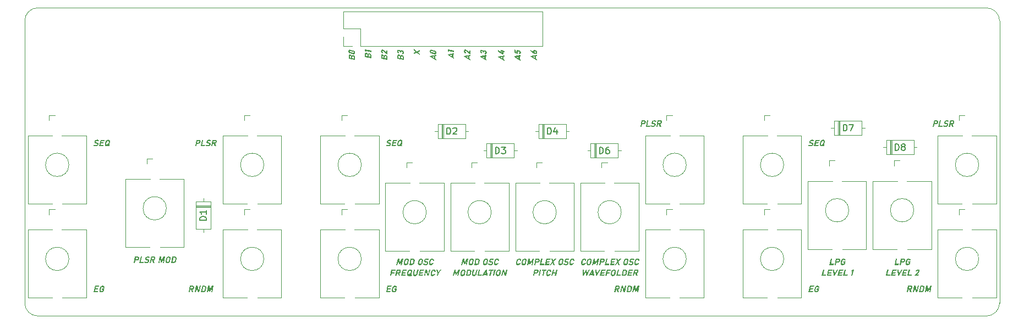
<source format=gbr>
%TF.GenerationSoftware,KiCad,Pcbnew,9.0.1*%
%TF.CreationDate,2025-10-08T12:17:04+01:00*%
%TF.ProjectId,WEASEL_KiCad_virtualModMatrix,57454153-454c-45f4-9b69-4361645f7669,rev?*%
%TF.SameCoordinates,Original*%
%TF.FileFunction,Legend,Top*%
%TF.FilePolarity,Positive*%
%FSLAX46Y46*%
G04 Gerber Fmt 4.6, Leading zero omitted, Abs format (unit mm)*
G04 Created by KiCad (PCBNEW 9.0.1) date 2025-10-08 12:17:04*
%MOMM*%
%LPD*%
G01*
G04 APERTURE LIST*
%ADD10C,0.200000*%
%ADD11C,0.100000*%
%ADD12C,0.150000*%
%ADD13C,0.120000*%
G04 APERTURE END LIST*
D10*
G36*
X99330000Y-36610353D02*
G01*
X98336053Y-36031925D01*
X98336053Y-35915665D01*
X99330000Y-35750496D01*
X99330000Y-35947722D01*
X98651188Y-36039252D01*
X99330000Y-36413066D01*
X99330000Y-36610353D01*
G37*
G36*
X99170692Y-36398717D02*
G01*
X98990258Y-36361164D01*
X98990258Y-35849720D01*
X99170692Y-35887272D01*
X99170692Y-36398717D01*
G37*
G36*
X98743153Y-35249372D02*
G01*
X98739359Y-35212796D01*
X98744918Y-35153232D01*
X98760206Y-35106609D01*
X98784123Y-35070112D01*
X98816967Y-35041887D01*
X98856098Y-35022967D01*
X98904055Y-35012248D01*
X98963130Y-35010908D01*
X99036053Y-35021065D01*
X99036725Y-35021187D01*
X99107618Y-35041030D01*
X99167612Y-35068023D01*
X99218231Y-35101768D01*
X99260635Y-35142332D01*
X99295053Y-35189965D01*
X99319760Y-35242937D01*
X99334977Y-35302255D01*
X99340258Y-35369233D01*
X99334538Y-35436489D01*
X99318856Y-35489220D01*
X99294550Y-35530479D01*
X99261673Y-35562429D01*
X99221544Y-35584770D01*
X99172869Y-35597811D01*
X99113342Y-35600565D01*
X99040144Y-35590884D01*
X99039473Y-35590761D01*
X98975019Y-35573057D01*
X98903796Y-35544538D01*
X98833497Y-35508695D01*
X98763967Y-35466014D01*
X98488579Y-35281794D01*
X98919855Y-35281794D01*
X98923660Y-35312474D01*
X98934782Y-35339344D01*
X98953560Y-35363371D01*
X98977800Y-35382555D01*
X99008956Y-35398061D01*
X99048510Y-35409533D01*
X99049059Y-35409594D01*
X99084464Y-35413504D01*
X99111027Y-35409889D01*
X99131125Y-35400252D01*
X99146418Y-35384437D01*
X99156150Y-35362265D01*
X99159762Y-35331498D01*
X99156365Y-35299722D01*
X99146670Y-35272950D01*
X99130819Y-35250104D01*
X99096896Y-35223883D01*
X99048143Y-35206812D01*
X99047655Y-35206751D01*
X99006863Y-35201728D01*
X98976232Y-35204466D01*
X98953194Y-35213223D01*
X98935203Y-35228649D01*
X98923995Y-35250704D01*
X98919855Y-35281794D01*
X98488579Y-35281794D01*
X98336053Y-35179762D01*
X98336053Y-34972522D01*
X98743153Y-35249372D01*
G37*
G36*
X96830000Y-36654317D02*
G01*
X95836053Y-36075889D01*
X95836053Y-35959629D01*
X96830000Y-35794460D01*
X96830000Y-35991686D01*
X96151188Y-36083216D01*
X96830000Y-36457030D01*
X96830000Y-36654317D01*
G37*
G36*
X96670692Y-36442681D02*
G01*
X96490258Y-36405128D01*
X96490258Y-35893684D01*
X96670692Y-35931236D01*
X96670692Y-36442681D01*
G37*
G36*
X96840258Y-35392375D02*
G01*
X96834956Y-35449765D01*
X96819968Y-35497770D01*
X96795906Y-35538243D01*
X96762344Y-35572444D01*
X96722151Y-35597499D01*
X96673652Y-35613653D01*
X96614792Y-35620223D01*
X96543014Y-35615491D01*
X96542220Y-35615308D01*
X96542220Y-35432065D01*
X96542892Y-35432187D01*
X96578971Y-35432859D01*
X96606690Y-35427390D01*
X96628011Y-35416861D01*
X96644612Y-35400695D01*
X96654768Y-35379600D01*
X96658419Y-35351953D01*
X96654718Y-35321081D01*
X96643962Y-35294277D01*
X96625935Y-35270559D01*
X96588473Y-35243432D01*
X96535382Y-35225374D01*
X96451973Y-35208033D01*
X96412841Y-35203036D01*
X96383506Y-35205180D01*
X96361542Y-35212796D01*
X96344100Y-35226624D01*
X96333476Y-35245984D01*
X96329607Y-35272819D01*
X96334785Y-35310619D01*
X96350123Y-35344321D01*
X96374444Y-35372660D01*
X96407520Y-35394696D01*
X96407520Y-35565910D01*
X95836053Y-35447086D01*
X95836053Y-34924895D01*
X96016549Y-34962386D01*
X96016549Y-35301395D01*
X96192220Y-35337909D01*
X96173798Y-35309758D01*
X96159431Y-35273979D01*
X96150584Y-35235981D01*
X96147768Y-35200950D01*
X96153392Y-35145044D01*
X96168905Y-35101348D01*
X96193383Y-35067131D01*
X96227452Y-35040727D01*
X96267256Y-35023685D01*
X96316325Y-35014350D01*
X96376989Y-35014032D01*
X96451973Y-35024851D01*
X96535382Y-35042192D01*
X96606967Y-35062209D01*
X96667385Y-35089393D01*
X96718207Y-35123328D01*
X96760635Y-35164069D01*
X96795030Y-35211931D01*
X96819741Y-35265206D01*
X96834971Y-35324914D01*
X96840258Y-35392375D01*
G37*
G36*
X94330000Y-36688511D02*
G01*
X93336053Y-36110083D01*
X93336053Y-35993823D01*
X94330000Y-35828654D01*
X94330000Y-36025880D01*
X93651188Y-36117410D01*
X94330000Y-36491224D01*
X94330000Y-36688511D01*
G37*
G36*
X94170692Y-36476875D02*
G01*
X93990258Y-36439322D01*
X93990258Y-35927878D01*
X94170692Y-35965430D01*
X94170692Y-36476875D01*
G37*
G36*
X94177531Y-35691023D02*
G01*
X94005279Y-35655181D01*
X93336725Y-35216643D01*
X93336725Y-35009281D01*
X93997096Y-35438232D01*
X93997096Y-35001587D01*
X94177531Y-35039078D01*
X94177531Y-35691023D01*
G37*
G36*
X94330671Y-35330338D02*
G01*
X93745526Y-35208705D01*
X93745526Y-35025462D01*
X94330671Y-35147095D01*
X94330671Y-35330338D01*
G37*
G36*
X91580000Y-36631846D02*
G01*
X90586053Y-36053418D01*
X90586053Y-35937158D01*
X91580000Y-35771989D01*
X91580000Y-35969215D01*
X90901188Y-36060745D01*
X91580000Y-36434559D01*
X91580000Y-36631846D01*
G37*
G36*
X91420692Y-36420210D02*
G01*
X91240258Y-36382657D01*
X91240258Y-35871213D01*
X91420692Y-35908765D01*
X91420692Y-36420210D01*
G37*
G36*
X91590258Y-35383277D02*
G01*
X91586319Y-35440941D01*
X91575167Y-35490389D01*
X91557468Y-35532937D01*
X91532055Y-35570806D01*
X91500607Y-35600509D01*
X91462458Y-35622879D01*
X91420111Y-35636419D01*
X91370543Y-35641533D01*
X91312004Y-35637045D01*
X91312004Y-35447818D01*
X91354233Y-35444186D01*
X91383140Y-35429194D01*
X91401697Y-35403503D01*
X91408419Y-35365569D01*
X91404932Y-35331910D01*
X91394964Y-35303346D01*
X91378682Y-35278802D01*
X91356868Y-35258829D01*
X91329361Y-35243521D01*
X91294968Y-35233006D01*
X91271704Y-35228122D01*
X91233773Y-35223318D01*
X91205404Y-35225512D01*
X91184204Y-35233067D01*
X91167458Y-35246648D01*
X91157187Y-35265793D01*
X91153429Y-35292479D01*
X91153429Y-35374728D01*
X90972995Y-35337176D01*
X90972995Y-35254927D01*
X90966337Y-35222900D01*
X90946006Y-35195515D01*
X90915054Y-35175181D01*
X90870413Y-35160772D01*
X90853316Y-35157230D01*
X90810586Y-35154274D01*
X90782608Y-35163580D01*
X90769143Y-35176043D01*
X90760730Y-35193453D01*
X90757634Y-35217558D01*
X90764545Y-35253073D01*
X90786332Y-35287350D01*
X90819635Y-35315817D01*
X90867665Y-35340107D01*
X90867665Y-35528662D01*
X90800071Y-35503650D01*
X90742436Y-35472076D01*
X90693509Y-35434118D01*
X90652365Y-35389566D01*
X90618402Y-35338401D01*
X90594697Y-35285691D01*
X90580556Y-35230828D01*
X90575795Y-35173045D01*
X90580789Y-35108150D01*
X90594416Y-35057401D01*
X90615319Y-35017904D01*
X90643145Y-34987481D01*
X90677938Y-34965440D01*
X90719937Y-34952320D01*
X90771172Y-34948782D01*
X90834204Y-34956707D01*
X90864246Y-34962935D01*
X90908656Y-34976014D01*
X90948560Y-34995662D01*
X90984596Y-35022042D01*
X91015662Y-35054179D01*
X91041132Y-35091569D01*
X91061167Y-35134882D01*
X91077191Y-35094167D01*
X91101959Y-35063762D01*
X91136332Y-35041886D01*
X91176337Y-35029895D01*
X91225410Y-35026837D01*
X91286053Y-35034559D01*
X91316156Y-35040848D01*
X91379821Y-35059092D01*
X91433924Y-35084746D01*
X91479828Y-35117556D01*
X91518511Y-35157780D01*
X91549242Y-35204323D01*
X91571555Y-35256686D01*
X91585420Y-35315906D01*
X91590258Y-35383277D01*
G37*
G36*
X89080000Y-36615238D02*
G01*
X88086053Y-36036810D01*
X88086053Y-35920550D01*
X89080000Y-35755381D01*
X89080000Y-35952607D01*
X88401188Y-36044137D01*
X89080000Y-36417951D01*
X89080000Y-36615238D01*
G37*
G36*
X88920692Y-36403602D02*
G01*
X88740258Y-36366049D01*
X88740258Y-35854605D01*
X88920692Y-35892157D01*
X88920692Y-36403602D01*
G37*
G36*
X89080000Y-35650723D02*
G01*
X88911167Y-35615613D01*
X88462737Y-35188738D01*
X88431753Y-35161921D01*
X88400882Y-35140805D01*
X88369098Y-35124694D01*
X88341714Y-35116137D01*
X88340371Y-35115892D01*
X88314035Y-35113596D01*
X88293901Y-35118013D01*
X88278150Y-35128288D01*
X88262418Y-35153642D01*
X88256290Y-35195943D01*
X88259667Y-35224695D01*
X88269673Y-35250974D01*
X88286699Y-35275505D01*
X88322193Y-35305178D01*
X88373161Y-35327956D01*
X88373832Y-35328139D01*
X88373832Y-35515962D01*
X88373161Y-35515779D01*
X88303949Y-35491839D01*
X88245157Y-35461396D01*
X88195437Y-35424704D01*
X88153770Y-35381629D01*
X88119578Y-35331815D01*
X88095409Y-35278763D01*
X88080785Y-35221738D01*
X88075795Y-35159795D01*
X88080850Y-35090560D01*
X88094626Y-35036342D01*
X88115678Y-34994129D01*
X88143511Y-34961592D01*
X88178764Y-34937454D01*
X88220976Y-34922958D01*
X88272151Y-34918568D01*
X88334876Y-34926116D01*
X88335547Y-34926238D01*
X88402204Y-34945749D01*
X88469942Y-34977285D01*
X88533474Y-35018205D01*
X88590537Y-35066861D01*
X88899504Y-35370455D01*
X88899504Y-35038162D01*
X89080000Y-35075714D01*
X89080000Y-35650723D01*
G37*
G36*
X86580000Y-36357317D02*
G01*
X85586053Y-35778889D01*
X85586053Y-35662629D01*
X86580000Y-35497460D01*
X86580000Y-35694686D01*
X85901188Y-35786216D01*
X86580000Y-36160030D01*
X86580000Y-36357317D01*
G37*
G36*
X86420692Y-36145681D02*
G01*
X86240258Y-36108128D01*
X86240258Y-35596684D01*
X86420692Y-35634236D01*
X86420692Y-36145681D01*
G37*
G36*
X85586053Y-34910056D02*
G01*
X86580000Y-35116686D01*
X86580000Y-35299868D01*
X85806177Y-35138973D01*
X85851973Y-35266834D01*
X85653037Y-35225496D01*
X85586053Y-35066494D01*
X85586053Y-34910056D01*
G37*
G36*
X83830000Y-36609376D02*
G01*
X82836053Y-36030948D01*
X82836053Y-35914688D01*
X83830000Y-35749519D01*
X83830000Y-35946745D01*
X83151188Y-36038275D01*
X83830000Y-36412089D01*
X83830000Y-36609376D01*
G37*
G36*
X83670692Y-36397740D02*
G01*
X83490258Y-36360187D01*
X83490258Y-35848743D01*
X83670692Y-35886295D01*
X83670692Y-36397740D01*
G37*
G36*
X83106064Y-34952677D02*
G01*
X83557913Y-35046649D01*
X83622356Y-35064958D01*
X83677574Y-35090586D01*
X83724843Y-35123286D01*
X83765092Y-35163275D01*
X83797063Y-35209603D01*
X83820443Y-35262938D01*
X83835099Y-35324565D01*
X83840258Y-35396100D01*
X83834499Y-35469244D01*
X83818953Y-35524970D01*
X83795337Y-35567068D01*
X83764054Y-35598333D01*
X83724985Y-35620608D01*
X83678919Y-35633653D01*
X83623994Y-35636818D01*
X83557913Y-35628375D01*
X83106064Y-35534402D01*
X83041620Y-35516092D01*
X82986414Y-35490463D01*
X82939166Y-35457764D01*
X82898946Y-35417776D01*
X82866943Y-35371386D01*
X82843544Y-35318006D01*
X82828879Y-35256358D01*
X82826406Y-35222077D01*
X83004214Y-35222077D01*
X83008833Y-35258298D01*
X83022015Y-35288030D01*
X83043904Y-35312813D01*
X83071970Y-35332151D01*
X83108085Y-35348407D01*
X83153935Y-35361112D01*
X83510102Y-35435179D01*
X83556891Y-35441546D01*
X83592623Y-35440111D01*
X83619829Y-35432675D01*
X83641318Y-35417628D01*
X83654718Y-35393993D01*
X83659762Y-35358364D01*
X83655109Y-35322050D01*
X83641843Y-35292372D01*
X83619829Y-35267750D01*
X83574606Y-35240058D01*
X83510102Y-35219879D01*
X83153935Y-35145812D01*
X83106666Y-35139329D01*
X83070878Y-35140729D01*
X83043904Y-35148132D01*
X83022552Y-35163081D01*
X83009231Y-35186595D01*
X83004214Y-35222077D01*
X82826406Y-35222077D01*
X82823719Y-35184830D01*
X82829376Y-35111992D01*
X82844658Y-35056352D01*
X82867871Y-35014200D01*
X82898579Y-34982780D01*
X82936968Y-34960387D01*
X82982901Y-34947211D01*
X83038423Y-34944007D01*
X83106064Y-34952677D01*
G37*
G36*
X81330000Y-35210536D02*
G01*
X80923274Y-35361356D01*
X80891156Y-35373446D01*
X80336053Y-35579648D01*
X80336053Y-35386391D01*
X80712737Y-35246684D01*
X80757128Y-35230503D01*
X81330000Y-35017279D01*
X81330000Y-35210536D01*
G37*
G36*
X81330000Y-35794277D02*
G01*
X80718171Y-35316721D01*
X80336053Y-35018622D01*
X80336053Y-34825365D01*
X80897995Y-35263781D01*
X81330000Y-35601080D01*
X81330000Y-35794277D01*
G37*
G36*
X78830000Y-36456052D02*
G01*
X78649504Y-36418500D01*
X78649504Y-36108251D01*
X78645780Y-36067349D01*
X78635266Y-36033211D01*
X78618424Y-36004508D01*
X78595287Y-35980768D01*
X78566620Y-35963292D01*
X78531290Y-35951935D01*
X78529214Y-35951508D01*
X78492098Y-35948154D01*
X78463660Y-35953965D01*
X78441409Y-35967689D01*
X78425033Y-35988494D01*
X78414300Y-36017807D01*
X78410268Y-36058547D01*
X78410268Y-36368797D01*
X78229834Y-36331305D01*
X78229834Y-36021056D01*
X78226337Y-35984168D01*
X78216429Y-35953220D01*
X78200464Y-35927022D01*
X78178654Y-35905462D01*
X78151428Y-35889373D01*
X78117665Y-35878723D01*
X78086076Y-35876062D01*
X78061869Y-35881557D01*
X78042866Y-35894233D01*
X78029098Y-35913062D01*
X78019986Y-35939660D01*
X78016549Y-35976665D01*
X78016549Y-36286914D01*
X77836053Y-36249423D01*
X77836053Y-35933128D01*
X77841302Y-35861584D01*
X77855613Y-35805526D01*
X77877497Y-35761845D01*
X77906456Y-35728148D01*
X77943119Y-35703180D01*
X77987010Y-35688199D01*
X78040208Y-35683696D01*
X78105392Y-35691572D01*
X78160594Y-35708714D01*
X78207936Y-35735142D01*
X78248640Y-35771134D01*
X78281138Y-35814859D01*
X78305210Y-35866299D01*
X78320692Y-35926900D01*
X78336208Y-35867517D01*
X78361527Y-35823868D01*
X78396285Y-35792506D01*
X78439224Y-35773079D01*
X78491789Y-35765843D01*
X78557241Y-35772783D01*
X78559317Y-35773210D01*
X78622051Y-35791458D01*
X78675463Y-35817545D01*
X78720901Y-35851288D01*
X78759291Y-35893073D01*
X78789397Y-35940997D01*
X78811416Y-35995400D01*
X78825178Y-36057408D01*
X78830000Y-36128401D01*
X78830000Y-36456052D01*
G37*
G36*
X78830000Y-36536286D02*
G01*
X77836053Y-36329657D01*
X77836053Y-36146413D01*
X78830000Y-36353043D01*
X78830000Y-36536286D01*
G37*
G36*
X78840258Y-35383277D02*
G01*
X78836319Y-35440940D01*
X78825167Y-35490389D01*
X78807468Y-35532937D01*
X78782055Y-35570806D01*
X78750607Y-35600509D01*
X78712458Y-35622879D01*
X78670111Y-35636419D01*
X78620543Y-35641533D01*
X78562004Y-35637045D01*
X78562004Y-35447818D01*
X78604233Y-35444186D01*
X78633140Y-35429194D01*
X78651697Y-35403503D01*
X78658419Y-35365569D01*
X78654932Y-35331910D01*
X78644964Y-35303346D01*
X78628682Y-35278802D01*
X78606868Y-35258829D01*
X78579361Y-35243521D01*
X78544968Y-35233006D01*
X78521704Y-35228121D01*
X78483773Y-35223318D01*
X78455404Y-35225512D01*
X78434204Y-35233067D01*
X78417458Y-35246648D01*
X78407187Y-35265793D01*
X78403429Y-35292479D01*
X78403429Y-35374728D01*
X78222995Y-35337176D01*
X78222995Y-35254927D01*
X78216337Y-35222900D01*
X78196006Y-35195515D01*
X78165054Y-35175181D01*
X78120413Y-35160771D01*
X78103316Y-35157230D01*
X78060586Y-35154274D01*
X78032608Y-35163580D01*
X78019143Y-35176043D01*
X78010730Y-35193453D01*
X78007634Y-35217558D01*
X78014545Y-35253073D01*
X78036332Y-35287350D01*
X78069635Y-35315817D01*
X78117665Y-35340107D01*
X78117665Y-35528662D01*
X78050071Y-35503650D01*
X77992436Y-35472076D01*
X77943509Y-35434118D01*
X77902365Y-35389566D01*
X77868402Y-35338401D01*
X77844697Y-35285691D01*
X77830556Y-35230828D01*
X77825795Y-35173045D01*
X77830789Y-35108150D01*
X77844416Y-35057401D01*
X77865319Y-35017904D01*
X77893145Y-34987481D01*
X77927938Y-34965440D01*
X77969937Y-34952320D01*
X78021172Y-34948782D01*
X78084204Y-34956707D01*
X78114246Y-34962935D01*
X78158656Y-34976014D01*
X78198560Y-34995662D01*
X78234596Y-35022042D01*
X78265662Y-35054179D01*
X78291132Y-35091569D01*
X78311167Y-35134882D01*
X78327191Y-35094166D01*
X78351959Y-35063762D01*
X78386332Y-35041886D01*
X78426337Y-35029895D01*
X78475410Y-35026837D01*
X78536053Y-35034559D01*
X78566156Y-35040848D01*
X78629821Y-35059091D01*
X78683924Y-35084746D01*
X78729828Y-35117556D01*
X78768511Y-35157780D01*
X78799242Y-35204322D01*
X78821555Y-35256686D01*
X78835420Y-35315906D01*
X78840258Y-35383277D01*
G37*
G36*
X76330000Y-36439444D02*
G01*
X76149504Y-36401892D01*
X76149504Y-36091643D01*
X76145780Y-36050741D01*
X76135266Y-36016603D01*
X76118424Y-35987900D01*
X76095287Y-35964160D01*
X76066620Y-35946684D01*
X76031290Y-35935327D01*
X76029214Y-35934900D01*
X75992098Y-35931546D01*
X75963660Y-35937357D01*
X75941409Y-35951081D01*
X75925033Y-35971886D01*
X75914300Y-36001199D01*
X75910268Y-36041939D01*
X75910268Y-36352189D01*
X75729834Y-36314697D01*
X75729834Y-36004448D01*
X75726337Y-35967560D01*
X75716429Y-35936612D01*
X75700464Y-35910414D01*
X75678654Y-35888854D01*
X75651428Y-35872765D01*
X75617665Y-35862115D01*
X75586076Y-35859454D01*
X75561869Y-35864949D01*
X75542866Y-35877625D01*
X75529098Y-35896454D01*
X75519986Y-35923052D01*
X75516549Y-35960057D01*
X75516549Y-36270306D01*
X75336053Y-36232815D01*
X75336053Y-35916520D01*
X75341302Y-35844976D01*
X75355613Y-35788918D01*
X75377497Y-35745237D01*
X75406456Y-35711540D01*
X75443119Y-35686572D01*
X75487010Y-35671591D01*
X75540208Y-35667088D01*
X75605392Y-35674964D01*
X75660594Y-35692106D01*
X75707936Y-35718534D01*
X75748640Y-35754526D01*
X75781138Y-35798251D01*
X75805210Y-35849691D01*
X75820692Y-35910292D01*
X75836208Y-35850909D01*
X75861527Y-35807260D01*
X75896285Y-35775898D01*
X75939224Y-35756471D01*
X75991789Y-35749235D01*
X76057241Y-35756175D01*
X76059317Y-35756602D01*
X76122051Y-35774850D01*
X76175463Y-35800937D01*
X76220901Y-35834680D01*
X76259291Y-35876465D01*
X76289397Y-35924389D01*
X76311416Y-35978792D01*
X76325178Y-36040800D01*
X76330000Y-36111793D01*
X76330000Y-36439444D01*
G37*
G36*
X76330000Y-36519678D02*
G01*
X75336053Y-36313049D01*
X75336053Y-36129805D01*
X76330000Y-36336435D01*
X76330000Y-36519678D01*
G37*
G36*
X76330000Y-35650723D02*
G01*
X76161167Y-35615613D01*
X75712737Y-35188738D01*
X75681753Y-35161921D01*
X75650882Y-35140805D01*
X75619098Y-35124694D01*
X75591714Y-35116137D01*
X75590371Y-35115892D01*
X75564035Y-35113596D01*
X75543901Y-35118012D01*
X75528150Y-35128288D01*
X75512418Y-35153642D01*
X75506290Y-35195943D01*
X75509667Y-35224695D01*
X75519673Y-35250974D01*
X75536699Y-35275505D01*
X75572193Y-35305178D01*
X75623161Y-35327956D01*
X75623832Y-35328139D01*
X75623832Y-35515962D01*
X75623161Y-35515779D01*
X75553949Y-35491839D01*
X75495157Y-35461396D01*
X75445437Y-35424703D01*
X75403770Y-35381629D01*
X75369578Y-35331815D01*
X75345409Y-35278763D01*
X75330785Y-35221738D01*
X75325795Y-35159795D01*
X75330850Y-35090560D01*
X75344626Y-35036342D01*
X75365678Y-34994129D01*
X75393511Y-34961592D01*
X75428764Y-34937454D01*
X75470976Y-34922958D01*
X75522151Y-34918568D01*
X75584876Y-34926116D01*
X75585547Y-34926238D01*
X75652204Y-34945749D01*
X75719942Y-34977285D01*
X75783474Y-35018205D01*
X75840537Y-35066861D01*
X76149504Y-35370454D01*
X76149504Y-35038162D01*
X76330000Y-35075714D01*
X76330000Y-35650723D01*
G37*
G36*
X73830000Y-36181523D02*
G01*
X73649504Y-36143971D01*
X73649504Y-35833722D01*
X73645780Y-35792820D01*
X73635266Y-35758682D01*
X73618424Y-35729979D01*
X73595287Y-35706239D01*
X73566620Y-35688763D01*
X73531290Y-35677406D01*
X73529214Y-35676979D01*
X73492098Y-35673625D01*
X73463660Y-35679436D01*
X73441409Y-35693160D01*
X73425033Y-35713965D01*
X73414300Y-35743278D01*
X73410268Y-35784018D01*
X73410268Y-36094268D01*
X73229834Y-36056776D01*
X73229834Y-35746527D01*
X73226337Y-35709639D01*
X73216429Y-35678691D01*
X73200464Y-35652493D01*
X73178654Y-35630933D01*
X73151428Y-35614844D01*
X73117665Y-35604194D01*
X73086076Y-35601533D01*
X73061869Y-35607028D01*
X73042866Y-35619704D01*
X73029098Y-35638533D01*
X73019986Y-35665131D01*
X73016549Y-35702136D01*
X73016549Y-36012385D01*
X72836053Y-35974894D01*
X72836053Y-35658599D01*
X72841302Y-35587055D01*
X72855613Y-35530997D01*
X72877497Y-35487316D01*
X72906456Y-35453619D01*
X72943119Y-35428651D01*
X72987010Y-35413670D01*
X73040208Y-35409167D01*
X73105392Y-35417043D01*
X73160594Y-35434185D01*
X73207936Y-35460613D01*
X73248640Y-35496605D01*
X73281138Y-35540330D01*
X73305210Y-35591770D01*
X73320692Y-35652371D01*
X73336208Y-35592988D01*
X73361527Y-35549339D01*
X73396285Y-35517977D01*
X73439224Y-35498550D01*
X73491789Y-35491314D01*
X73557241Y-35498254D01*
X73559317Y-35498681D01*
X73622051Y-35516929D01*
X73675463Y-35543016D01*
X73720901Y-35576759D01*
X73759291Y-35618544D01*
X73789397Y-35666468D01*
X73811416Y-35720871D01*
X73825178Y-35782879D01*
X73830000Y-35853872D01*
X73830000Y-36181523D01*
G37*
G36*
X73830000Y-36261757D02*
G01*
X72836053Y-36055128D01*
X72836053Y-35871884D01*
X73830000Y-36078514D01*
X73830000Y-36261757D01*
G37*
G36*
X72836053Y-34910056D02*
G01*
X73830000Y-35116686D01*
X73830000Y-35299868D01*
X73056177Y-35138973D01*
X73101973Y-35266834D01*
X72903037Y-35225496D01*
X72836053Y-35066494D01*
X72836053Y-34910056D01*
G37*
G36*
X71330000Y-36467776D02*
G01*
X71149504Y-36430224D01*
X71149504Y-36119975D01*
X71145780Y-36079073D01*
X71135266Y-36044935D01*
X71118424Y-36016232D01*
X71095287Y-35992492D01*
X71066620Y-35975016D01*
X71031290Y-35963659D01*
X71029214Y-35963232D01*
X70992098Y-35959878D01*
X70963660Y-35965689D01*
X70941409Y-35979413D01*
X70925033Y-36000218D01*
X70914300Y-36029531D01*
X70910268Y-36070271D01*
X70910268Y-36380521D01*
X70729834Y-36343029D01*
X70729834Y-36032780D01*
X70726337Y-35995892D01*
X70716429Y-35964944D01*
X70700464Y-35938746D01*
X70678654Y-35917186D01*
X70651428Y-35901097D01*
X70617665Y-35890447D01*
X70586076Y-35887786D01*
X70561869Y-35893281D01*
X70542866Y-35905957D01*
X70529098Y-35924786D01*
X70519986Y-35951384D01*
X70516549Y-35988389D01*
X70516549Y-36298638D01*
X70336053Y-36261147D01*
X70336053Y-35944852D01*
X70341302Y-35873308D01*
X70355613Y-35817250D01*
X70377497Y-35773569D01*
X70406456Y-35739872D01*
X70443119Y-35714904D01*
X70487010Y-35699923D01*
X70540208Y-35695420D01*
X70605392Y-35703296D01*
X70660594Y-35720438D01*
X70707936Y-35746866D01*
X70748640Y-35782858D01*
X70781138Y-35826583D01*
X70805210Y-35878023D01*
X70820692Y-35938624D01*
X70836208Y-35879241D01*
X70861527Y-35835592D01*
X70896285Y-35804230D01*
X70939224Y-35784803D01*
X70991789Y-35777567D01*
X71057241Y-35784507D01*
X71059317Y-35784934D01*
X71122051Y-35803182D01*
X71175463Y-35829269D01*
X71220901Y-35863012D01*
X71259291Y-35904797D01*
X71289397Y-35952721D01*
X71311416Y-36007124D01*
X71325178Y-36069132D01*
X71330000Y-36140125D01*
X71330000Y-36467776D01*
G37*
G36*
X71330000Y-36548010D02*
G01*
X70336053Y-36341381D01*
X70336053Y-36158137D01*
X71330000Y-36364767D01*
X71330000Y-36548010D01*
G37*
G36*
X70606064Y-34952677D02*
G01*
X71057913Y-35046649D01*
X71122356Y-35064958D01*
X71177574Y-35090586D01*
X71224843Y-35123286D01*
X71265092Y-35163275D01*
X71297063Y-35209603D01*
X71320443Y-35262938D01*
X71335099Y-35324565D01*
X71340258Y-35396100D01*
X71334499Y-35469244D01*
X71318953Y-35524970D01*
X71295337Y-35567068D01*
X71264054Y-35598333D01*
X71224985Y-35620608D01*
X71178919Y-35633653D01*
X71123994Y-35636818D01*
X71057913Y-35628375D01*
X70606064Y-35534402D01*
X70541620Y-35516092D01*
X70486414Y-35490463D01*
X70439166Y-35457764D01*
X70398946Y-35417776D01*
X70366943Y-35371386D01*
X70343544Y-35318006D01*
X70328879Y-35256358D01*
X70326406Y-35222077D01*
X70504214Y-35222077D01*
X70508833Y-35258298D01*
X70522015Y-35288030D01*
X70543904Y-35312813D01*
X70571970Y-35332151D01*
X70608085Y-35348407D01*
X70653935Y-35361112D01*
X71010102Y-35435179D01*
X71056891Y-35441545D01*
X71092623Y-35440111D01*
X71119829Y-35432675D01*
X71141318Y-35417628D01*
X71154718Y-35393992D01*
X71159762Y-35358364D01*
X71155109Y-35322050D01*
X71141843Y-35292372D01*
X71119829Y-35267750D01*
X71074606Y-35240058D01*
X71010102Y-35219879D01*
X70653935Y-35145812D01*
X70606666Y-35139329D01*
X70570878Y-35140729D01*
X70543904Y-35148132D01*
X70522552Y-35163081D01*
X70509231Y-35186595D01*
X70504214Y-35222077D01*
X70326406Y-35222077D01*
X70323719Y-35184830D01*
X70329376Y-35111992D01*
X70344658Y-35056352D01*
X70367871Y-35014200D01*
X70398579Y-34982780D01*
X70436968Y-34960387D01*
X70482901Y-34947211D01*
X70538423Y-34944007D01*
X70606064Y-34952677D01*
G37*
G36*
X144324704Y-68150000D02*
G01*
X144531333Y-67156053D01*
X144714577Y-67156053D01*
X144507947Y-68150000D01*
X144324704Y-68150000D01*
G37*
G36*
X144406281Y-68150000D02*
G01*
X144443833Y-67969504D01*
X145013469Y-67969504D01*
X144975916Y-68150000D01*
X144406281Y-68150000D01*
G37*
G36*
X145290562Y-67764462D02*
G01*
X145328053Y-67583967D01*
X145638914Y-67583967D01*
X145670643Y-67580190D01*
X145699471Y-67569018D01*
X145726230Y-67550017D01*
X145748278Y-67525396D01*
X145764701Y-67496000D01*
X145775567Y-67460929D01*
X145779501Y-67423480D01*
X145775216Y-67393983D01*
X145763966Y-67370376D01*
X145746006Y-67351994D01*
X145722136Y-67340655D01*
X145690388Y-67336549D01*
X145379528Y-67336549D01*
X145417019Y-67156053D01*
X145723238Y-67156053D01*
X145783664Y-67160670D01*
X145834006Y-67173614D01*
X145876073Y-67194033D01*
X145912553Y-67222771D01*
X145940542Y-67257896D01*
X145960704Y-67300340D01*
X145971561Y-67346410D01*
X145973547Y-67399400D01*
X145965405Y-67460929D01*
X145948686Y-67520263D01*
X145924840Y-67573325D01*
X145893903Y-67620908D01*
X145856153Y-67663179D01*
X145813321Y-67698348D01*
X145764943Y-67726849D01*
X145712794Y-67747579D01*
X145656992Y-67760168D01*
X145596782Y-67764462D01*
X145290562Y-67764462D01*
G37*
G36*
X145126797Y-68150000D02*
G01*
X145333427Y-67156053D01*
X145516670Y-67156053D01*
X145310041Y-68150000D01*
X145126797Y-68150000D01*
G37*
G36*
X146454501Y-67594225D02*
G01*
X146791496Y-67594225D01*
X146751134Y-67788398D01*
X146730915Y-67861185D01*
X146702585Y-67926161D01*
X146666260Y-67984281D01*
X146621861Y-68036295D01*
X146571923Y-68079374D01*
X146515990Y-68114157D01*
X146455342Y-68139584D01*
X146390383Y-68155000D01*
X146320168Y-68160258D01*
X146249509Y-68154983D01*
X146190454Y-68140184D01*
X146140955Y-68116844D01*
X146097921Y-68083801D01*
X146064987Y-68043364D01*
X146041304Y-67994478D01*
X146028444Y-67941226D01*
X146025932Y-67880418D01*
X146035137Y-67810258D01*
X146096075Y-67516983D01*
X146116301Y-67444201D01*
X146144614Y-67379353D01*
X146180888Y-67321467D01*
X146225274Y-67269651D01*
X146275231Y-67226689D01*
X146331220Y-67191957D01*
X146391910Y-67166494D01*
X146456889Y-67151058D01*
X146527103Y-67145795D01*
X146584957Y-67150151D01*
X146635627Y-67162630D01*
X146680304Y-67182737D01*
X146720409Y-67210647D01*
X146753727Y-67244840D01*
X146780810Y-67285929D01*
X146800074Y-67331397D01*
X146811764Y-67382732D01*
X146815370Y-67441085D01*
X146617411Y-67441085D01*
X146610420Y-67410798D01*
X146596275Y-67386265D01*
X146574547Y-67366285D01*
X146533838Y-67346659D01*
X146486680Y-67339968D01*
X146438979Y-67345452D01*
X146396339Y-67361539D01*
X146357476Y-67388633D01*
X146325561Y-67423947D01*
X146301778Y-67466285D01*
X146286035Y-67516983D01*
X146225096Y-67810258D01*
X146221151Y-67856391D01*
X146228995Y-67893256D01*
X146247506Y-67923525D01*
X146275056Y-67946318D01*
X146311666Y-67960786D01*
X146360224Y-67966085D01*
X146408189Y-67960833D01*
X146450732Y-67945512D01*
X146489123Y-67919923D01*
X146520568Y-67886039D01*
X146544461Y-67843675D01*
X146560686Y-67791085D01*
X146564105Y-67774720D01*
X146417010Y-67774720D01*
X146454501Y-67594225D01*
G37*
G36*
X143134264Y-69830000D02*
G01*
X143340893Y-68836053D01*
X143524137Y-68836053D01*
X143317507Y-69830000D01*
X143134264Y-69830000D01*
G37*
G36*
X143215841Y-69830000D02*
G01*
X143253393Y-69649504D01*
X143823029Y-69649504D01*
X143785476Y-69830000D01*
X143215841Y-69830000D01*
G37*
G36*
X143936357Y-69830000D02*
G01*
X144142987Y-68836053D01*
X144326230Y-68836053D01*
X144119601Y-69830000D01*
X143936357Y-69830000D01*
G37*
G36*
X144002608Y-69830000D02*
G01*
X144040161Y-69649504D01*
X144625122Y-69649504D01*
X144587570Y-69830000D01*
X144002608Y-69830000D01*
G37*
G36*
X144086445Y-69426693D02*
G01*
X144123997Y-69246198D01*
X144635441Y-69246198D01*
X144597889Y-69426693D01*
X144086445Y-69426693D01*
G37*
G36*
X144171746Y-69016549D02*
G01*
X144209238Y-68836053D01*
X144794199Y-68836053D01*
X144756708Y-69016549D01*
X144171746Y-69016549D01*
G37*
G36*
X144995944Y-69830000D02*
G01*
X144879013Y-68836053D01*
X145067568Y-68836053D01*
X145136322Y-69499112D01*
X145480766Y-68836053D01*
X145669321Y-68836053D01*
X145139070Y-69830000D01*
X144995944Y-69830000D01*
G37*
G36*
X145601117Y-69830000D02*
G01*
X145807746Y-68836053D01*
X145990989Y-68836053D01*
X145784360Y-69830000D01*
X145601117Y-69830000D01*
G37*
G36*
X145667367Y-69830000D02*
G01*
X145704920Y-69649504D01*
X146289881Y-69649504D01*
X146252329Y-69830000D01*
X145667367Y-69830000D01*
G37*
G36*
X145751204Y-69426693D02*
G01*
X145788756Y-69246198D01*
X146300201Y-69246198D01*
X146262648Y-69426693D01*
X145751204Y-69426693D01*
G37*
G36*
X145836506Y-69016549D02*
G01*
X145873997Y-68836053D01*
X146458959Y-68836053D01*
X146421467Y-69016549D01*
X145836506Y-69016549D01*
G37*
G36*
X146437404Y-69830000D02*
G01*
X146644034Y-68836053D01*
X146827277Y-68836053D01*
X146620647Y-69830000D01*
X146437404Y-69830000D01*
G37*
G36*
X146518981Y-69830000D02*
G01*
X146556534Y-69649504D01*
X147126169Y-69649504D01*
X147088617Y-69830000D01*
X146518981Y-69830000D01*
G37*
G36*
X148062657Y-68836053D02*
G01*
X147856028Y-69830000D01*
X147672846Y-69830000D01*
X147833740Y-69056177D01*
X147705879Y-69101973D01*
X147747217Y-68903037D01*
X147906220Y-68836053D01*
X148062657Y-68836053D01*
G37*
G36*
X154324704Y-68150000D02*
G01*
X154531333Y-67156053D01*
X154714577Y-67156053D01*
X154507947Y-68150000D01*
X154324704Y-68150000D01*
G37*
G36*
X154406281Y-68150000D02*
G01*
X154443833Y-67969504D01*
X155013469Y-67969504D01*
X154975916Y-68150000D01*
X154406281Y-68150000D01*
G37*
G36*
X155290562Y-67764462D02*
G01*
X155328053Y-67583967D01*
X155638914Y-67583967D01*
X155670643Y-67580190D01*
X155699471Y-67569018D01*
X155726230Y-67550017D01*
X155748278Y-67525396D01*
X155764701Y-67496000D01*
X155775567Y-67460929D01*
X155779501Y-67423480D01*
X155775216Y-67393983D01*
X155763966Y-67370376D01*
X155746006Y-67351994D01*
X155722136Y-67340655D01*
X155690388Y-67336549D01*
X155379528Y-67336549D01*
X155417019Y-67156053D01*
X155723238Y-67156053D01*
X155783664Y-67160670D01*
X155834006Y-67173614D01*
X155876073Y-67194033D01*
X155912553Y-67222771D01*
X155940542Y-67257896D01*
X155960704Y-67300340D01*
X155971561Y-67346410D01*
X155973547Y-67399400D01*
X155965405Y-67460929D01*
X155948686Y-67520263D01*
X155924840Y-67573325D01*
X155893903Y-67620908D01*
X155856153Y-67663179D01*
X155813321Y-67698348D01*
X155764943Y-67726849D01*
X155712794Y-67747579D01*
X155656992Y-67760168D01*
X155596782Y-67764462D01*
X155290562Y-67764462D01*
G37*
G36*
X155126797Y-68150000D02*
G01*
X155333427Y-67156053D01*
X155516670Y-67156053D01*
X155310041Y-68150000D01*
X155126797Y-68150000D01*
G37*
G36*
X156454501Y-67594225D02*
G01*
X156791496Y-67594225D01*
X156751134Y-67788398D01*
X156730915Y-67861185D01*
X156702585Y-67926161D01*
X156666260Y-67984281D01*
X156621861Y-68036295D01*
X156571923Y-68079374D01*
X156515990Y-68114157D01*
X156455342Y-68139584D01*
X156390383Y-68155000D01*
X156320168Y-68160258D01*
X156249509Y-68154983D01*
X156190454Y-68140184D01*
X156140955Y-68116844D01*
X156097921Y-68083801D01*
X156064987Y-68043364D01*
X156041304Y-67994478D01*
X156028444Y-67941226D01*
X156025932Y-67880418D01*
X156035137Y-67810258D01*
X156096075Y-67516983D01*
X156116301Y-67444201D01*
X156144614Y-67379353D01*
X156180888Y-67321467D01*
X156225274Y-67269651D01*
X156275231Y-67226689D01*
X156331220Y-67191957D01*
X156391910Y-67166494D01*
X156456889Y-67151058D01*
X156527103Y-67145795D01*
X156584957Y-67150151D01*
X156635627Y-67162630D01*
X156680304Y-67182737D01*
X156720409Y-67210647D01*
X156753727Y-67244840D01*
X156780810Y-67285929D01*
X156800074Y-67331397D01*
X156811764Y-67382732D01*
X156815370Y-67441085D01*
X156617411Y-67441085D01*
X156610420Y-67410798D01*
X156596275Y-67386265D01*
X156574547Y-67366285D01*
X156533838Y-67346659D01*
X156486680Y-67339968D01*
X156438979Y-67345452D01*
X156396339Y-67361539D01*
X156357476Y-67388633D01*
X156325561Y-67423947D01*
X156301778Y-67466285D01*
X156286035Y-67516983D01*
X156225096Y-67810258D01*
X156221151Y-67856391D01*
X156228995Y-67893256D01*
X156247506Y-67923525D01*
X156275056Y-67946318D01*
X156311666Y-67960786D01*
X156360224Y-67966085D01*
X156408189Y-67960833D01*
X156450732Y-67945512D01*
X156489123Y-67919923D01*
X156520568Y-67886039D01*
X156544461Y-67843675D01*
X156560686Y-67791085D01*
X156564105Y-67774720D01*
X156417010Y-67774720D01*
X156454501Y-67594225D01*
G37*
G36*
X153005304Y-69830000D02*
G01*
X153211933Y-68836053D01*
X153395177Y-68836053D01*
X153188547Y-69830000D01*
X153005304Y-69830000D01*
G37*
G36*
X153086881Y-69830000D02*
G01*
X153124433Y-69649504D01*
X153694069Y-69649504D01*
X153656516Y-69830000D01*
X153086881Y-69830000D01*
G37*
G36*
X153807397Y-69830000D02*
G01*
X154014027Y-68836053D01*
X154197270Y-68836053D01*
X153990641Y-69830000D01*
X153807397Y-69830000D01*
G37*
G36*
X153873648Y-69830000D02*
G01*
X153911201Y-69649504D01*
X154496162Y-69649504D01*
X154458610Y-69830000D01*
X153873648Y-69830000D01*
G37*
G36*
X153957485Y-69426693D02*
G01*
X153995037Y-69246198D01*
X154506481Y-69246198D01*
X154468929Y-69426693D01*
X153957485Y-69426693D01*
G37*
G36*
X154042786Y-69016549D02*
G01*
X154080278Y-68836053D01*
X154665239Y-68836053D01*
X154627748Y-69016549D01*
X154042786Y-69016549D01*
G37*
G36*
X154866984Y-69830000D02*
G01*
X154750053Y-68836053D01*
X154938608Y-68836053D01*
X155007362Y-69499112D01*
X155351806Y-68836053D01*
X155540361Y-68836053D01*
X155010110Y-69830000D01*
X154866984Y-69830000D01*
G37*
G36*
X155472157Y-69830000D02*
G01*
X155678786Y-68836053D01*
X155862029Y-68836053D01*
X155655400Y-69830000D01*
X155472157Y-69830000D01*
G37*
G36*
X155538407Y-69830000D02*
G01*
X155575960Y-69649504D01*
X156160921Y-69649504D01*
X156123369Y-69830000D01*
X155538407Y-69830000D01*
G37*
G36*
X155622244Y-69426693D02*
G01*
X155659796Y-69246198D01*
X156171241Y-69246198D01*
X156133688Y-69426693D01*
X155622244Y-69426693D01*
G37*
G36*
X155707546Y-69016549D02*
G01*
X155745037Y-68836053D01*
X156329999Y-68836053D01*
X156292507Y-69016549D01*
X155707546Y-69016549D01*
G37*
G36*
X156308444Y-69830000D02*
G01*
X156515074Y-68836053D01*
X156698317Y-68836053D01*
X156491687Y-69830000D01*
X156308444Y-69830000D01*
G37*
G36*
X156390021Y-69830000D02*
G01*
X156427574Y-69649504D01*
X156997209Y-69649504D01*
X156959657Y-69830000D01*
X156390021Y-69830000D01*
G37*
G36*
X157450951Y-69830000D02*
G01*
X157486061Y-69661167D01*
X157912936Y-69212737D01*
X157939754Y-69181753D01*
X157960869Y-69150882D01*
X157976980Y-69119098D01*
X157985538Y-69091714D01*
X157985782Y-69090371D01*
X157988078Y-69064035D01*
X157983662Y-69043901D01*
X157973387Y-69028150D01*
X157948032Y-69012418D01*
X157905731Y-69006290D01*
X157876979Y-69009667D01*
X157850700Y-69019673D01*
X157826169Y-69036699D01*
X157796496Y-69072193D01*
X157773718Y-69123161D01*
X157773535Y-69123832D01*
X157585712Y-69123832D01*
X157585895Y-69123161D01*
X157609835Y-69053949D01*
X157640279Y-68995157D01*
X157676971Y-68945437D01*
X157720046Y-68903770D01*
X157769859Y-68869578D01*
X157822911Y-68845409D01*
X157879936Y-68830785D01*
X157941879Y-68825795D01*
X158011115Y-68830850D01*
X158065332Y-68844626D01*
X158107546Y-68865678D01*
X158140082Y-68893511D01*
X158164220Y-68928764D01*
X158178716Y-68970976D01*
X158183106Y-69022151D01*
X158175559Y-69084876D01*
X158175436Y-69085547D01*
X158155925Y-69152204D01*
X158124390Y-69219942D01*
X158083469Y-69283474D01*
X158034814Y-69340537D01*
X157731220Y-69649504D01*
X158063512Y-69649504D01*
X158025960Y-69830000D01*
X157450951Y-69830000D01*
G37*
G36*
X106406245Y-68160258D02*
G01*
X106332870Y-68154877D01*
X106273342Y-68139985D01*
X106225078Y-68116844D01*
X106183937Y-68083660D01*
X106152909Y-68042002D01*
X106131350Y-67990387D01*
X106120909Y-67934601D01*
X106120379Y-67868472D01*
X106131594Y-67789741D01*
X106188259Y-67516983D01*
X106209193Y-67439903D01*
X106237087Y-67373366D01*
X106271546Y-67316032D01*
X106314242Y-67264841D01*
X106362834Y-67222922D01*
X106417847Y-67189576D01*
X106477720Y-67165634D01*
X106543777Y-67150890D01*
X106617149Y-67145795D01*
X106677561Y-67150623D01*
X106728970Y-67164303D01*
X106772976Y-67186156D01*
X106811289Y-67216624D01*
X106842749Y-67255180D01*
X106867681Y-67303026D01*
X106883897Y-67355022D01*
X106893101Y-67416423D01*
X106894243Y-67488956D01*
X106704283Y-67488956D01*
X106699968Y-67441396D01*
X106688773Y-67404570D01*
X106670055Y-67373644D01*
X106645603Y-67351570D01*
X106615505Y-67337935D01*
X106578192Y-67333129D01*
X106528865Y-67338675D01*
X106486265Y-67354706D01*
X106448866Y-67381306D01*
X106418665Y-67416371D01*
X106394997Y-67460929D01*
X106378219Y-67516983D01*
X106321554Y-67789741D01*
X106315021Y-67847787D01*
X106320585Y-67891669D01*
X106335842Y-67925113D01*
X106361140Y-67950771D01*
X106396425Y-67966948D01*
X106445202Y-67972923D01*
X106483930Y-67968467D01*
X106520337Y-67955129D01*
X106555295Y-67932257D01*
X106585429Y-67902613D01*
X106612370Y-67864690D01*
X106636017Y-67817096D01*
X106825977Y-67817096D01*
X106795121Y-67887787D01*
X106760241Y-67949355D01*
X106721502Y-68002721D01*
X106676719Y-68050722D01*
X106629138Y-68089538D01*
X106578498Y-68119958D01*
X106524007Y-68142291D01*
X106466828Y-68155717D01*
X106406245Y-68160258D01*
G37*
G36*
X107528857Y-67151310D02*
G01*
X107587319Y-67166795D01*
X107636252Y-67191285D01*
X107678348Y-67225625D01*
X107710609Y-67267816D01*
X107733705Y-67319085D01*
X107745837Y-67374541D01*
X107747655Y-67438295D01*
X107737674Y-67512220D01*
X107679117Y-67793832D01*
X107659201Y-67865270D01*
X107631106Y-67929241D01*
X107594914Y-67986662D01*
X107550635Y-68037934D01*
X107500569Y-68080458D01*
X107444217Y-68114829D01*
X107383250Y-68139890D01*
X107318097Y-68155080D01*
X107247845Y-68160258D01*
X107177775Y-68154750D01*
X107119332Y-68139286D01*
X107070403Y-68114829D01*
X107028363Y-68080445D01*
X106996117Y-68038138D01*
X106973011Y-67986662D01*
X106960887Y-67930972D01*
X106959070Y-67867295D01*
X106961350Y-67850394D01*
X107152773Y-67850394D01*
X107159560Y-67891612D01*
X107176710Y-67925113D01*
X107203536Y-67950982D01*
X107239181Y-67967075D01*
X107286558Y-67972923D01*
X107334882Y-67967505D01*
X107377843Y-67951664D01*
X107416739Y-67925113D01*
X107448809Y-67890289D01*
X107472575Y-67848576D01*
X107488180Y-67798656D01*
X107548752Y-67507397D01*
X107553943Y-67455285D01*
X107547153Y-67414017D01*
X107530007Y-67380696D01*
X107503191Y-67354991D01*
X107467438Y-67338964D01*
X107419792Y-67333129D01*
X107371655Y-67338516D01*
X107328790Y-67354274D01*
X107289916Y-67380696D01*
X107257952Y-67415340D01*
X107234172Y-67457115D01*
X107218475Y-67507397D01*
X107157903Y-67798656D01*
X107152773Y-67850394D01*
X106961350Y-67850394D01*
X106968981Y-67793832D01*
X107027538Y-67512220D01*
X107047554Y-67440342D01*
X107075680Y-67376285D01*
X107111802Y-67319085D01*
X107156062Y-67268003D01*
X107206107Y-67225597D01*
X107262439Y-67191285D01*
X107323407Y-67166187D01*
X107388540Y-67150978D01*
X107458749Y-67145795D01*
X107528857Y-67151310D01*
G37*
G36*
X108299005Y-67825950D02*
G01*
X108623482Y-67156053D01*
X108864794Y-67156053D01*
X108658165Y-68150000D01*
X108491713Y-68150000D01*
X108652181Y-67378192D01*
X108649799Y-67421973D01*
X108335581Y-68039235D01*
X108173709Y-68039235D01*
X108113320Y-67435650D01*
X108132004Y-67378192D01*
X107971537Y-68150000D01*
X107805024Y-68150000D01*
X108011654Y-67156053D01*
X108253027Y-67156053D01*
X108299005Y-67825950D01*
G37*
G36*
X109059089Y-67764462D02*
G01*
X109096580Y-67583967D01*
X109407441Y-67583967D01*
X109439170Y-67580190D01*
X109467998Y-67569018D01*
X109494757Y-67550017D01*
X109516804Y-67525396D01*
X109533228Y-67496000D01*
X109544094Y-67460929D01*
X109548028Y-67423480D01*
X109543743Y-67393983D01*
X109532493Y-67370376D01*
X109514533Y-67351994D01*
X109490663Y-67340655D01*
X109458915Y-67336549D01*
X109148055Y-67336549D01*
X109185546Y-67156053D01*
X109491765Y-67156053D01*
X109552191Y-67160670D01*
X109602533Y-67173614D01*
X109644600Y-67194033D01*
X109681080Y-67222771D01*
X109709069Y-67257896D01*
X109729230Y-67300340D01*
X109740088Y-67346410D01*
X109742074Y-67399400D01*
X109733932Y-67460929D01*
X109717213Y-67520263D01*
X109693367Y-67573325D01*
X109662430Y-67620908D01*
X109624680Y-67663179D01*
X109581848Y-67698348D01*
X109533470Y-67726849D01*
X109481321Y-67747579D01*
X109425519Y-67760168D01*
X109365309Y-67764462D01*
X109059089Y-67764462D01*
G37*
G36*
X108895324Y-68150000D02*
G01*
X109101954Y-67156053D01*
X109285197Y-67156053D01*
X109078568Y-68150000D01*
X108895324Y-68150000D01*
G37*
G36*
X109753105Y-68150000D02*
G01*
X109959735Y-67156053D01*
X110142978Y-67156053D01*
X109936348Y-68150000D01*
X109753105Y-68150000D01*
G37*
G36*
X109834682Y-68150000D02*
G01*
X109872235Y-67969504D01*
X110441870Y-67969504D01*
X110404318Y-68150000D01*
X109834682Y-68150000D01*
G37*
G36*
X110555199Y-68150000D02*
G01*
X110761828Y-67156053D01*
X110945071Y-67156053D01*
X110738442Y-68150000D01*
X110555199Y-68150000D01*
G37*
G36*
X110621450Y-68150000D02*
G01*
X110659002Y-67969504D01*
X111243964Y-67969504D01*
X111206411Y-68150000D01*
X110621450Y-68150000D01*
G37*
G36*
X110705286Y-67746693D02*
G01*
X110742838Y-67566198D01*
X111254283Y-67566198D01*
X111216730Y-67746693D01*
X110705286Y-67746693D01*
G37*
G36*
X110790588Y-67336549D02*
G01*
X110828079Y-67156053D01*
X111413041Y-67156053D01*
X111375549Y-67336549D01*
X110790588Y-67336549D01*
G37*
G36*
X111868248Y-68150000D02*
G01*
X111717428Y-67743274D01*
X111705338Y-67711156D01*
X111499136Y-67156053D01*
X111692393Y-67156053D01*
X111832100Y-67532737D01*
X111848281Y-67577128D01*
X112061505Y-68150000D01*
X111868248Y-68150000D01*
G37*
G36*
X111284508Y-68150000D02*
G01*
X111762064Y-67538171D01*
X112060162Y-67156053D01*
X112253419Y-67156053D01*
X111815003Y-67717995D01*
X111477704Y-68150000D01*
X111284508Y-68150000D01*
G37*
G36*
X113174775Y-67151310D02*
G01*
X113233236Y-67166795D01*
X113282170Y-67191285D01*
X113324266Y-67225625D01*
X113356527Y-67267816D01*
X113379623Y-67319085D01*
X113391755Y-67374541D01*
X113393573Y-67438295D01*
X113383592Y-67512220D01*
X113325035Y-67793832D01*
X113305118Y-67865270D01*
X113277024Y-67929241D01*
X113240832Y-67986662D01*
X113196553Y-68037934D01*
X113146487Y-68080458D01*
X113090134Y-68114829D01*
X113029168Y-68139890D01*
X112964015Y-68155080D01*
X112893763Y-68160258D01*
X112823692Y-68154750D01*
X112765250Y-68139286D01*
X112716320Y-68114829D01*
X112674281Y-68080445D01*
X112642035Y-68038138D01*
X112618929Y-67986662D01*
X112606805Y-67930972D01*
X112604988Y-67867295D01*
X112607268Y-67850394D01*
X112798691Y-67850394D01*
X112805478Y-67891612D01*
X112822627Y-67925113D01*
X112849453Y-67950982D01*
X112885099Y-67967075D01*
X112932475Y-67972923D01*
X112980800Y-67967505D01*
X113023761Y-67951664D01*
X113062657Y-67925113D01*
X113094726Y-67890289D01*
X113118493Y-67848576D01*
X113134098Y-67798656D01*
X113194670Y-67507397D01*
X113199861Y-67455285D01*
X113193071Y-67414017D01*
X113175924Y-67380696D01*
X113149109Y-67354991D01*
X113113356Y-67338964D01*
X113065710Y-67333129D01*
X113017573Y-67338516D01*
X112974708Y-67354274D01*
X112935834Y-67380696D01*
X112903870Y-67415340D01*
X112880090Y-67457115D01*
X112864393Y-67507397D01*
X112803820Y-67798656D01*
X112798691Y-67850394D01*
X112607268Y-67850394D01*
X112614899Y-67793832D01*
X112673456Y-67512220D01*
X112693472Y-67440342D01*
X112721598Y-67376285D01*
X112757720Y-67319085D01*
X112801979Y-67268003D01*
X112852025Y-67225597D01*
X112908356Y-67191285D01*
X112969325Y-67166187D01*
X113034458Y-67150978D01*
X113104667Y-67145795D01*
X113174775Y-67151310D01*
G37*
G36*
X113740736Y-68160258D02*
G01*
X113672104Y-68156613D01*
X113607563Y-68145908D01*
X113546159Y-68127990D01*
X113491608Y-68103899D01*
X113442227Y-68073056D01*
X113400567Y-68037220D01*
X113517559Y-67882737D01*
X113568684Y-67924066D01*
X113632109Y-67955521D01*
X113702159Y-67974658D01*
X113777983Y-67981167D01*
X113837123Y-67977281D01*
X113884945Y-67966574D01*
X113923491Y-67950087D01*
X113956579Y-67925833D01*
X113978686Y-67896854D01*
X113991268Y-67862220D01*
X113991390Y-67861549D01*
X113994099Y-67833250D01*
X113990054Y-67811909D01*
X113980338Y-67795542D01*
X113956815Y-67776220D01*
X113922208Y-67761714D01*
X113838128Y-67743274D01*
X113727669Y-67721048D01*
X113674864Y-67703546D01*
X113629544Y-67678672D01*
X113604033Y-67656847D01*
X113583665Y-67629467D01*
X113568240Y-67595629D01*
X113560402Y-67559149D01*
X113559788Y-67512008D01*
X113568484Y-67451343D01*
X113568606Y-67450671D01*
X113589390Y-67380352D01*
X113619669Y-67320296D01*
X113659348Y-67269000D01*
X113709046Y-67225479D01*
X113765574Y-67191754D01*
X113830326Y-67166909D01*
X113904707Y-67151289D01*
X113990413Y-67145795D01*
X114068367Y-67152522D01*
X114145263Y-67172845D01*
X114217462Y-67205720D01*
X114281001Y-67249720D01*
X114170481Y-67408295D01*
X114120304Y-67372572D01*
X114066006Y-67346441D01*
X114008896Y-67330172D01*
X113953166Y-67324886D01*
X113897472Y-67328454D01*
X113852682Y-67338253D01*
X113816818Y-67353279D01*
X113786008Y-67375409D01*
X113765619Y-67401679D01*
X113754169Y-67432903D01*
X113753986Y-67433574D01*
X113750997Y-67464994D01*
X113755530Y-67488378D01*
X113766320Y-67506053D01*
X113792411Y-67526876D01*
X113830312Y-67542629D01*
X113920621Y-67564855D01*
X114026683Y-67591844D01*
X114076308Y-67611665D01*
X114118763Y-67638005D01*
X114142465Y-67660216D01*
X114161204Y-67687496D01*
X114175122Y-67720682D01*
X114182054Y-67756117D01*
X114182296Y-67800908D01*
X114174084Y-67857397D01*
X114173779Y-67858801D01*
X114153138Y-67927834D01*
X114122536Y-67987051D01*
X114081952Y-68037905D01*
X114030591Y-68081306D01*
X113972585Y-68114630D01*
X113905958Y-68139264D01*
X113829253Y-68154789D01*
X113740736Y-68160258D01*
G37*
G36*
X114601081Y-68160258D02*
G01*
X114527706Y-68154877D01*
X114468178Y-68139985D01*
X114419914Y-68116844D01*
X114378773Y-68083660D01*
X114347746Y-68042002D01*
X114326186Y-67990387D01*
X114315745Y-67934601D01*
X114315215Y-67868472D01*
X114326430Y-67789741D01*
X114383095Y-67516983D01*
X114404029Y-67439903D01*
X114431923Y-67373366D01*
X114466382Y-67316032D01*
X114509078Y-67264841D01*
X114557670Y-67222922D01*
X114612683Y-67189576D01*
X114672556Y-67165634D01*
X114738613Y-67150890D01*
X114811985Y-67145795D01*
X114872397Y-67150623D01*
X114923806Y-67164303D01*
X114967812Y-67186156D01*
X115006125Y-67216624D01*
X115037585Y-67255180D01*
X115062517Y-67303026D01*
X115078733Y-67355022D01*
X115087937Y-67416423D01*
X115089079Y-67488956D01*
X114899119Y-67488956D01*
X114894804Y-67441396D01*
X114883609Y-67404570D01*
X114864891Y-67373644D01*
X114840439Y-67351570D01*
X114810341Y-67337935D01*
X114773028Y-67333129D01*
X114723701Y-67338675D01*
X114681101Y-67354706D01*
X114643702Y-67381306D01*
X114613501Y-67416371D01*
X114589833Y-67460929D01*
X114573055Y-67516983D01*
X114516390Y-67789741D01*
X114509857Y-67847787D01*
X114515421Y-67891669D01*
X114530678Y-67925113D01*
X114555976Y-67950771D01*
X114591261Y-67966948D01*
X114640038Y-67972923D01*
X114678766Y-67968467D01*
X114715173Y-67955129D01*
X114750131Y-67932257D01*
X114780265Y-67902613D01*
X114807206Y-67864690D01*
X114830853Y-67817096D01*
X115020813Y-67817096D01*
X114989957Y-67887787D01*
X114955077Y-67949355D01*
X114916338Y-68002721D01*
X114871555Y-68050722D01*
X114823974Y-68089538D01*
X114773334Y-68119958D01*
X114718843Y-68142291D01*
X114661664Y-68155717D01*
X114601081Y-68160258D01*
G37*
G36*
X106508888Y-69499112D02*
G01*
X106832571Y-68836053D01*
X106979667Y-68836053D01*
X107027721Y-69499112D01*
X107290588Y-68836053D01*
X107479143Y-68836053D01*
X107048482Y-69830000D01*
X106875985Y-69830000D01*
X106847897Y-69135495D01*
X106522932Y-69830000D01*
X106350436Y-69830000D01*
X106333095Y-68836053D01*
X106521650Y-68836053D01*
X106508888Y-69499112D01*
G37*
G36*
X107256638Y-69830000D02*
G01*
X107835066Y-68836053D01*
X107951326Y-68836053D01*
X108116495Y-69830000D01*
X107919269Y-69830000D01*
X107827739Y-69151188D01*
X107453925Y-69830000D01*
X107256638Y-69830000D01*
G37*
G36*
X107468274Y-69670692D02*
G01*
X107505827Y-69490258D01*
X108017271Y-69490258D01*
X107979719Y-69670692D01*
X107468274Y-69670692D01*
G37*
G36*
X108417646Y-69830000D02*
G01*
X108300715Y-68836053D01*
X108489270Y-68836053D01*
X108558025Y-69499112D01*
X108902468Y-68836053D01*
X109091024Y-68836053D01*
X108560773Y-69830000D01*
X108417646Y-69830000D01*
G37*
G36*
X109022819Y-69830000D02*
G01*
X109229448Y-68836053D01*
X109412692Y-68836053D01*
X109206062Y-69830000D01*
X109022819Y-69830000D01*
G37*
G36*
X109089070Y-69830000D02*
G01*
X109126622Y-69649504D01*
X109711584Y-69649504D01*
X109674031Y-69830000D01*
X109089070Y-69830000D01*
G37*
G36*
X109172906Y-69426693D02*
G01*
X109210459Y-69246198D01*
X109721903Y-69246198D01*
X109684351Y-69426693D01*
X109172906Y-69426693D01*
G37*
G36*
X109258208Y-69016549D02*
G01*
X109295699Y-68836053D01*
X109880661Y-68836053D01*
X109843170Y-69016549D01*
X109258208Y-69016549D01*
G37*
G36*
X109859106Y-69830000D02*
G01*
X110065736Y-68836053D01*
X110248979Y-68836053D01*
X110042350Y-69830000D01*
X109859106Y-69830000D01*
G37*
G36*
X110007973Y-69435547D02*
G01*
X110045464Y-69255113D01*
X110543597Y-69255113D01*
X110506106Y-69435547D01*
X110007973Y-69435547D01*
G37*
G36*
X110095106Y-69016549D02*
G01*
X110132597Y-68836053D01*
X110704309Y-68836053D01*
X110666818Y-69016549D01*
X110095106Y-69016549D01*
G37*
G36*
X111255514Y-68831310D02*
G01*
X111313976Y-68846795D01*
X111362910Y-68871285D01*
X111405005Y-68905625D01*
X111437266Y-68947816D01*
X111460363Y-68999085D01*
X111472494Y-69054541D01*
X111474312Y-69118295D01*
X111464332Y-69192220D01*
X111405774Y-69473832D01*
X111385858Y-69545270D01*
X111357763Y-69609241D01*
X111321572Y-69666662D01*
X111277292Y-69717934D01*
X111227226Y-69760458D01*
X111170874Y-69794829D01*
X111109908Y-69819890D01*
X111044755Y-69835080D01*
X110974503Y-69840258D01*
X110904432Y-69834750D01*
X110845989Y-69819286D01*
X110797060Y-69794829D01*
X110755021Y-69760445D01*
X110722774Y-69718138D01*
X110699668Y-69666662D01*
X110687544Y-69610972D01*
X110685727Y-69547295D01*
X110688007Y-69530394D01*
X110879430Y-69530394D01*
X110886217Y-69571612D01*
X110903367Y-69605113D01*
X110930193Y-69630982D01*
X110965839Y-69647075D01*
X111013215Y-69652923D01*
X111061539Y-69647505D01*
X111104500Y-69631664D01*
X111143396Y-69605113D01*
X111175466Y-69570289D01*
X111199232Y-69528576D01*
X111214837Y-69478656D01*
X111275410Y-69187397D01*
X111280601Y-69135285D01*
X111273810Y-69094017D01*
X111256664Y-69060696D01*
X111229848Y-69034991D01*
X111194095Y-69018964D01*
X111146449Y-69013129D01*
X111098312Y-69018516D01*
X111055447Y-69034274D01*
X111016573Y-69060696D01*
X110984610Y-69095340D01*
X110960830Y-69137115D01*
X110945132Y-69187397D01*
X110884560Y-69478656D01*
X110879430Y-69530394D01*
X110688007Y-69530394D01*
X110695638Y-69473832D01*
X110754195Y-69192220D01*
X110774211Y-69120342D01*
X110802337Y-69056285D01*
X110838459Y-68999085D01*
X110882719Y-68948003D01*
X110932765Y-68905597D01*
X110989096Y-68871285D01*
X111050065Y-68846187D01*
X111115197Y-68830978D01*
X111185406Y-68825795D01*
X111255514Y-68831310D01*
G37*
G36*
X111531682Y-69830000D02*
G01*
X111738311Y-68836053D01*
X111921554Y-68836053D01*
X111714925Y-69830000D01*
X111531682Y-69830000D01*
G37*
G36*
X111613259Y-69830000D02*
G01*
X111650811Y-69649504D01*
X112220446Y-69649504D01*
X112182894Y-69830000D01*
X111613259Y-69830000D01*
G37*
G36*
X112426038Y-69830000D02*
G01*
X112463590Y-69649504D01*
X112696964Y-69649504D01*
X112755688Y-69644144D01*
X112804737Y-69629006D01*
X112846013Y-69604747D01*
X112880099Y-69571442D01*
X112905209Y-69530179D01*
X112921545Y-69479328D01*
X112982362Y-69186725D01*
X112987162Y-69133519D01*
X112978787Y-69092811D01*
X112959037Y-69061001D01*
X112929172Y-69037637D01*
X112887076Y-69022310D01*
X112828550Y-69016549D01*
X112595176Y-69016549D01*
X112632667Y-68836053D01*
X112862011Y-68836053D01*
X112954367Y-68843000D01*
X113026543Y-68861934D01*
X113082644Y-68890912D01*
X113125794Y-68929354D01*
X113152126Y-68967353D01*
X113170305Y-69011213D01*
X113180220Y-69062194D01*
X113181019Y-69121905D01*
X113171162Y-69192220D01*
X113112604Y-69473832D01*
X113093403Y-69542600D01*
X113066195Y-69604414D01*
X113031027Y-69660129D01*
X112987734Y-69709470D01*
X112936664Y-69751052D01*
X112876971Y-69785242D01*
X112812495Y-69809471D01*
X112738931Y-69824668D01*
X112654710Y-69830000D01*
X112426038Y-69830000D01*
G37*
G36*
X112333775Y-69830000D02*
G01*
X112540404Y-68836053D01*
X112723648Y-68836053D01*
X112517018Y-69830000D01*
X112333775Y-69830000D01*
G37*
G36*
X113238451Y-69830000D02*
G01*
X113445080Y-68836053D01*
X113628323Y-68836053D01*
X113421694Y-69830000D01*
X113238451Y-69830000D01*
G37*
G36*
X113304701Y-69830000D02*
G01*
X113342254Y-69649504D01*
X113927215Y-69649504D01*
X113889663Y-69830000D01*
X113304701Y-69830000D01*
G37*
G36*
X113388538Y-69426693D02*
G01*
X113426090Y-69246198D01*
X113937535Y-69246198D01*
X113899982Y-69426693D01*
X113388538Y-69426693D01*
G37*
G36*
X113473840Y-69016549D02*
G01*
X113511331Y-68836053D01*
X114096292Y-68836053D01*
X114058801Y-69016549D01*
X113473840Y-69016549D01*
G37*
G36*
X114230809Y-69430113D02*
G01*
X114268300Y-69249617D01*
X114606577Y-69249617D01*
X114633860Y-69246085D01*
X114658695Y-69235576D01*
X114681865Y-69217500D01*
X114708619Y-69181138D01*
X114725889Y-69132747D01*
X114729864Y-69097837D01*
X114726745Y-69070177D01*
X114717707Y-69047995D01*
X114702600Y-69030362D01*
X114682341Y-69019668D01*
X114655181Y-69015816D01*
X114316905Y-69015816D01*
X114354396Y-68835382D01*
X114707449Y-68835382D01*
X114760230Y-68839837D01*
X114804253Y-68852377D01*
X114841172Y-68872323D01*
X114872462Y-68899973D01*
X114896474Y-68934212D01*
X114913529Y-68976188D01*
X114922074Y-69021173D01*
X114922748Y-69072886D01*
X114914384Y-69132747D01*
X114898382Y-69190957D01*
X114876236Y-69242894D01*
X114848072Y-69289307D01*
X114813604Y-69331082D01*
X114775192Y-69365527D01*
X114732545Y-69393232D01*
X114686128Y-69413635D01*
X114636811Y-69425935D01*
X114583862Y-69430113D01*
X114230809Y-69430113D01*
G37*
G36*
X114074738Y-69830000D02*
G01*
X114281490Y-68835382D01*
X114464733Y-68835382D01*
X114257981Y-69830000D01*
X114074738Y-69830000D01*
G37*
G36*
X114588259Y-69830000D02*
G01*
X114441713Y-69399338D01*
X114644251Y-69367892D01*
X114810275Y-69830000D01*
X114588259Y-69830000D01*
G37*
G36*
X96406245Y-68160258D02*
G01*
X96332870Y-68154877D01*
X96273342Y-68139985D01*
X96225078Y-68116844D01*
X96183937Y-68083660D01*
X96152909Y-68042002D01*
X96131350Y-67990387D01*
X96120909Y-67934601D01*
X96120379Y-67868472D01*
X96131594Y-67789741D01*
X96188259Y-67516983D01*
X96209193Y-67439903D01*
X96237087Y-67373366D01*
X96271546Y-67316032D01*
X96314242Y-67264841D01*
X96362834Y-67222922D01*
X96417847Y-67189576D01*
X96477720Y-67165634D01*
X96543777Y-67150890D01*
X96617149Y-67145795D01*
X96677561Y-67150623D01*
X96728970Y-67164303D01*
X96772976Y-67186156D01*
X96811289Y-67216624D01*
X96842749Y-67255180D01*
X96867681Y-67303026D01*
X96883897Y-67355022D01*
X96893101Y-67416423D01*
X96894243Y-67488956D01*
X96704283Y-67488956D01*
X96699968Y-67441396D01*
X96688773Y-67404570D01*
X96670055Y-67373644D01*
X96645603Y-67351570D01*
X96615505Y-67337935D01*
X96578192Y-67333129D01*
X96528865Y-67338675D01*
X96486265Y-67354706D01*
X96448866Y-67381306D01*
X96418665Y-67416371D01*
X96394997Y-67460929D01*
X96378219Y-67516983D01*
X96321554Y-67789741D01*
X96315021Y-67847787D01*
X96320585Y-67891669D01*
X96335842Y-67925113D01*
X96361140Y-67950771D01*
X96396425Y-67966948D01*
X96445202Y-67972923D01*
X96483930Y-67968467D01*
X96520337Y-67955129D01*
X96555295Y-67932257D01*
X96585429Y-67902613D01*
X96612370Y-67864690D01*
X96636017Y-67817096D01*
X96825977Y-67817096D01*
X96795121Y-67887787D01*
X96760241Y-67949355D01*
X96721502Y-68002721D01*
X96676719Y-68050722D01*
X96629138Y-68089538D01*
X96578498Y-68119958D01*
X96524007Y-68142291D01*
X96466828Y-68155717D01*
X96406245Y-68160258D01*
G37*
G36*
X97528857Y-67151310D02*
G01*
X97587319Y-67166795D01*
X97636252Y-67191285D01*
X97678348Y-67225625D01*
X97710609Y-67267816D01*
X97733705Y-67319085D01*
X97745837Y-67374541D01*
X97747655Y-67438295D01*
X97737674Y-67512220D01*
X97679117Y-67793832D01*
X97659201Y-67865270D01*
X97631106Y-67929241D01*
X97594914Y-67986662D01*
X97550635Y-68037934D01*
X97500569Y-68080458D01*
X97444217Y-68114829D01*
X97383250Y-68139890D01*
X97318097Y-68155080D01*
X97247845Y-68160258D01*
X97177775Y-68154750D01*
X97119332Y-68139286D01*
X97070403Y-68114829D01*
X97028363Y-68080445D01*
X96996117Y-68038138D01*
X96973011Y-67986662D01*
X96960887Y-67930972D01*
X96959070Y-67867295D01*
X96961350Y-67850394D01*
X97152773Y-67850394D01*
X97159560Y-67891612D01*
X97176710Y-67925113D01*
X97203536Y-67950982D01*
X97239181Y-67967075D01*
X97286558Y-67972923D01*
X97334882Y-67967505D01*
X97377843Y-67951664D01*
X97416739Y-67925113D01*
X97448809Y-67890289D01*
X97472575Y-67848576D01*
X97488180Y-67798656D01*
X97548752Y-67507397D01*
X97553943Y-67455285D01*
X97547153Y-67414017D01*
X97530007Y-67380696D01*
X97503191Y-67354991D01*
X97467438Y-67338964D01*
X97419792Y-67333129D01*
X97371655Y-67338516D01*
X97328790Y-67354274D01*
X97289916Y-67380696D01*
X97257952Y-67415340D01*
X97234172Y-67457115D01*
X97218475Y-67507397D01*
X97157903Y-67798656D01*
X97152773Y-67850394D01*
X96961350Y-67850394D01*
X96968981Y-67793832D01*
X97027538Y-67512220D01*
X97047554Y-67440342D01*
X97075680Y-67376285D01*
X97111802Y-67319085D01*
X97156062Y-67268003D01*
X97206107Y-67225597D01*
X97262439Y-67191285D01*
X97323407Y-67166187D01*
X97388540Y-67150978D01*
X97458749Y-67145795D01*
X97528857Y-67151310D01*
G37*
G36*
X98299005Y-67825950D02*
G01*
X98623482Y-67156053D01*
X98864794Y-67156053D01*
X98658165Y-68150000D01*
X98491713Y-68150000D01*
X98652181Y-67378192D01*
X98649799Y-67421973D01*
X98335581Y-68039235D01*
X98173709Y-68039235D01*
X98113320Y-67435650D01*
X98132004Y-67378192D01*
X97971537Y-68150000D01*
X97805024Y-68150000D01*
X98011654Y-67156053D01*
X98253027Y-67156053D01*
X98299005Y-67825950D01*
G37*
G36*
X99059089Y-67764462D02*
G01*
X99096580Y-67583967D01*
X99407441Y-67583967D01*
X99439170Y-67580190D01*
X99467998Y-67569018D01*
X99494757Y-67550017D01*
X99516804Y-67525396D01*
X99533228Y-67496000D01*
X99544094Y-67460929D01*
X99548028Y-67423480D01*
X99543743Y-67393983D01*
X99532493Y-67370376D01*
X99514533Y-67351994D01*
X99490663Y-67340655D01*
X99458915Y-67336549D01*
X99148055Y-67336549D01*
X99185546Y-67156053D01*
X99491765Y-67156053D01*
X99552191Y-67160670D01*
X99602533Y-67173614D01*
X99644600Y-67194033D01*
X99681080Y-67222771D01*
X99709069Y-67257896D01*
X99729230Y-67300340D01*
X99740088Y-67346410D01*
X99742074Y-67399400D01*
X99733932Y-67460929D01*
X99717213Y-67520263D01*
X99693367Y-67573325D01*
X99662430Y-67620908D01*
X99624680Y-67663179D01*
X99581848Y-67698348D01*
X99533470Y-67726849D01*
X99481321Y-67747579D01*
X99425519Y-67760168D01*
X99365309Y-67764462D01*
X99059089Y-67764462D01*
G37*
G36*
X98895324Y-68150000D02*
G01*
X99101954Y-67156053D01*
X99285197Y-67156053D01*
X99078568Y-68150000D01*
X98895324Y-68150000D01*
G37*
G36*
X99753105Y-68150000D02*
G01*
X99959735Y-67156053D01*
X100142978Y-67156053D01*
X99936348Y-68150000D01*
X99753105Y-68150000D01*
G37*
G36*
X99834682Y-68150000D02*
G01*
X99872235Y-67969504D01*
X100441870Y-67969504D01*
X100404318Y-68150000D01*
X99834682Y-68150000D01*
G37*
G36*
X100555199Y-68150000D02*
G01*
X100761828Y-67156053D01*
X100945071Y-67156053D01*
X100738442Y-68150000D01*
X100555199Y-68150000D01*
G37*
G36*
X100621450Y-68150000D02*
G01*
X100659002Y-67969504D01*
X101243964Y-67969504D01*
X101206411Y-68150000D01*
X100621450Y-68150000D01*
G37*
G36*
X100705286Y-67746693D02*
G01*
X100742838Y-67566198D01*
X101254283Y-67566198D01*
X101216730Y-67746693D01*
X100705286Y-67746693D01*
G37*
G36*
X100790588Y-67336549D02*
G01*
X100828079Y-67156053D01*
X101413041Y-67156053D01*
X101375549Y-67336549D01*
X100790588Y-67336549D01*
G37*
G36*
X101868248Y-68150000D02*
G01*
X101717428Y-67743274D01*
X101705338Y-67711156D01*
X101499136Y-67156053D01*
X101692393Y-67156053D01*
X101832100Y-67532737D01*
X101848281Y-67577128D01*
X102061505Y-68150000D01*
X101868248Y-68150000D01*
G37*
G36*
X101284508Y-68150000D02*
G01*
X101762064Y-67538171D01*
X102060162Y-67156053D01*
X102253419Y-67156053D01*
X101815003Y-67717995D01*
X101477704Y-68150000D01*
X101284508Y-68150000D01*
G37*
G36*
X103174775Y-67151310D02*
G01*
X103233236Y-67166795D01*
X103282170Y-67191285D01*
X103324266Y-67225625D01*
X103356527Y-67267816D01*
X103379623Y-67319085D01*
X103391755Y-67374541D01*
X103393573Y-67438295D01*
X103383592Y-67512220D01*
X103325035Y-67793832D01*
X103305118Y-67865270D01*
X103277024Y-67929241D01*
X103240832Y-67986662D01*
X103196553Y-68037934D01*
X103146487Y-68080458D01*
X103090134Y-68114829D01*
X103029168Y-68139890D01*
X102964015Y-68155080D01*
X102893763Y-68160258D01*
X102823692Y-68154750D01*
X102765250Y-68139286D01*
X102716320Y-68114829D01*
X102674281Y-68080445D01*
X102642035Y-68038138D01*
X102618929Y-67986662D01*
X102606805Y-67930972D01*
X102604988Y-67867295D01*
X102607268Y-67850394D01*
X102798691Y-67850394D01*
X102805478Y-67891612D01*
X102822627Y-67925113D01*
X102849453Y-67950982D01*
X102885099Y-67967075D01*
X102932475Y-67972923D01*
X102980800Y-67967505D01*
X103023761Y-67951664D01*
X103062657Y-67925113D01*
X103094726Y-67890289D01*
X103118493Y-67848576D01*
X103134098Y-67798656D01*
X103194670Y-67507397D01*
X103199861Y-67455285D01*
X103193071Y-67414017D01*
X103175924Y-67380696D01*
X103149109Y-67354991D01*
X103113356Y-67338964D01*
X103065710Y-67333129D01*
X103017573Y-67338516D01*
X102974708Y-67354274D01*
X102935834Y-67380696D01*
X102903870Y-67415340D01*
X102880090Y-67457115D01*
X102864393Y-67507397D01*
X102803820Y-67798656D01*
X102798691Y-67850394D01*
X102607268Y-67850394D01*
X102614899Y-67793832D01*
X102673456Y-67512220D01*
X102693472Y-67440342D01*
X102721598Y-67376285D01*
X102757720Y-67319085D01*
X102801979Y-67268003D01*
X102852025Y-67225597D01*
X102908356Y-67191285D01*
X102969325Y-67166187D01*
X103034458Y-67150978D01*
X103104667Y-67145795D01*
X103174775Y-67151310D01*
G37*
G36*
X103740736Y-68160258D02*
G01*
X103672104Y-68156613D01*
X103607563Y-68145908D01*
X103546159Y-68127990D01*
X103491608Y-68103899D01*
X103442227Y-68073056D01*
X103400567Y-68037220D01*
X103517559Y-67882737D01*
X103568684Y-67924066D01*
X103632109Y-67955521D01*
X103702159Y-67974658D01*
X103777983Y-67981167D01*
X103837123Y-67977281D01*
X103884945Y-67966574D01*
X103923491Y-67950087D01*
X103956579Y-67925833D01*
X103978686Y-67896854D01*
X103991268Y-67862220D01*
X103991390Y-67861549D01*
X103994099Y-67833250D01*
X103990054Y-67811909D01*
X103980338Y-67795542D01*
X103956815Y-67776220D01*
X103922208Y-67761714D01*
X103838128Y-67743274D01*
X103727669Y-67721048D01*
X103674864Y-67703546D01*
X103629544Y-67678672D01*
X103604033Y-67656847D01*
X103583665Y-67629467D01*
X103568240Y-67595629D01*
X103560402Y-67559149D01*
X103559788Y-67512008D01*
X103568484Y-67451343D01*
X103568606Y-67450671D01*
X103589390Y-67380352D01*
X103619669Y-67320296D01*
X103659348Y-67269000D01*
X103709046Y-67225479D01*
X103765574Y-67191754D01*
X103830326Y-67166909D01*
X103904707Y-67151289D01*
X103990413Y-67145795D01*
X104068367Y-67152522D01*
X104145263Y-67172845D01*
X104217462Y-67205720D01*
X104281001Y-67249720D01*
X104170481Y-67408295D01*
X104120304Y-67372572D01*
X104066006Y-67346441D01*
X104008896Y-67330172D01*
X103953166Y-67324886D01*
X103897472Y-67328454D01*
X103852682Y-67338253D01*
X103816818Y-67353279D01*
X103786008Y-67375409D01*
X103765619Y-67401679D01*
X103754169Y-67432903D01*
X103753986Y-67433574D01*
X103750997Y-67464994D01*
X103755530Y-67488378D01*
X103766320Y-67506053D01*
X103792411Y-67526876D01*
X103830312Y-67542629D01*
X103920621Y-67564855D01*
X104026683Y-67591844D01*
X104076308Y-67611665D01*
X104118763Y-67638005D01*
X104142465Y-67660216D01*
X104161204Y-67687496D01*
X104175122Y-67720682D01*
X104182054Y-67756117D01*
X104182296Y-67800908D01*
X104174084Y-67857397D01*
X104173779Y-67858801D01*
X104153138Y-67927834D01*
X104122536Y-67987051D01*
X104081952Y-68037905D01*
X104030591Y-68081306D01*
X103972585Y-68114630D01*
X103905958Y-68139264D01*
X103829253Y-68154789D01*
X103740736Y-68160258D01*
G37*
G36*
X104601081Y-68160258D02*
G01*
X104527706Y-68154877D01*
X104468178Y-68139985D01*
X104419914Y-68116844D01*
X104378773Y-68083660D01*
X104347746Y-68042002D01*
X104326186Y-67990387D01*
X104315745Y-67934601D01*
X104315215Y-67868472D01*
X104326430Y-67789741D01*
X104383095Y-67516983D01*
X104404029Y-67439903D01*
X104431923Y-67373366D01*
X104466382Y-67316032D01*
X104509078Y-67264841D01*
X104557670Y-67222922D01*
X104612683Y-67189576D01*
X104672556Y-67165634D01*
X104738613Y-67150890D01*
X104811985Y-67145795D01*
X104872397Y-67150623D01*
X104923806Y-67164303D01*
X104967812Y-67186156D01*
X105006125Y-67216624D01*
X105037585Y-67255180D01*
X105062517Y-67303026D01*
X105078733Y-67355022D01*
X105087937Y-67416423D01*
X105089079Y-67488956D01*
X104899119Y-67488956D01*
X104894804Y-67441396D01*
X104883609Y-67404570D01*
X104864891Y-67373644D01*
X104840439Y-67351570D01*
X104810341Y-67337935D01*
X104773028Y-67333129D01*
X104723701Y-67338675D01*
X104681101Y-67354706D01*
X104643702Y-67381306D01*
X104613501Y-67416371D01*
X104589833Y-67460929D01*
X104573055Y-67516983D01*
X104516390Y-67789741D01*
X104509857Y-67847787D01*
X104515421Y-67891669D01*
X104530678Y-67925113D01*
X104555976Y-67950771D01*
X104591261Y-67966948D01*
X104640038Y-67972923D01*
X104678766Y-67968467D01*
X104715173Y-67955129D01*
X104750131Y-67932257D01*
X104780265Y-67902613D01*
X104807206Y-67864690D01*
X104830853Y-67817096D01*
X105020813Y-67817096D01*
X104989957Y-67887787D01*
X104955077Y-67949355D01*
X104916338Y-68002721D01*
X104871555Y-68050722D01*
X104823974Y-68089538D01*
X104773334Y-68119958D01*
X104718843Y-68142291D01*
X104661664Y-68155717D01*
X104601081Y-68160258D01*
G37*
G36*
X98884700Y-69444462D02*
G01*
X98922191Y-69263967D01*
X99233051Y-69263967D01*
X99264780Y-69260190D01*
X99293609Y-69249018D01*
X99320368Y-69230017D01*
X99342415Y-69205396D01*
X99358838Y-69176000D01*
X99369705Y-69140929D01*
X99373639Y-69103480D01*
X99369354Y-69073983D01*
X99358103Y-69050376D01*
X99340143Y-69031994D01*
X99316274Y-69020655D01*
X99284525Y-69016549D01*
X98973665Y-69016549D01*
X99011156Y-68836053D01*
X99317376Y-68836053D01*
X99377802Y-68840670D01*
X99428143Y-68853614D01*
X99470211Y-68874033D01*
X99506691Y-68902771D01*
X99534679Y-68937896D01*
X99554841Y-68980340D01*
X99565698Y-69026410D01*
X99567684Y-69079400D01*
X99559543Y-69140929D01*
X99542824Y-69200263D01*
X99518978Y-69253325D01*
X99488041Y-69300908D01*
X99450290Y-69343179D01*
X99407459Y-69378348D01*
X99359080Y-69406849D01*
X99306932Y-69427579D01*
X99251129Y-69440168D01*
X99190919Y-69444462D01*
X98884700Y-69444462D01*
G37*
G36*
X98720935Y-69830000D02*
G01*
X98927564Y-68836053D01*
X99110808Y-68836053D01*
X98904178Y-69830000D01*
X98720935Y-69830000D01*
G37*
G36*
X99961872Y-68836053D02*
G01*
X99755242Y-69830000D01*
X99565343Y-69830000D01*
X99771973Y-68836053D01*
X99961872Y-68836053D01*
G37*
G36*
X100149450Y-69830000D02*
G01*
X100339166Y-68917386D01*
X100522348Y-68917386D01*
X100332632Y-69830000D01*
X100149450Y-69830000D01*
G37*
G36*
X100053768Y-69016549D02*
G01*
X100091259Y-68836053D01*
X100804021Y-68836053D01*
X100766530Y-69016549D01*
X100053768Y-69016549D01*
G37*
G36*
X101020970Y-69840258D02*
G01*
X100947594Y-69834877D01*
X100888066Y-69819985D01*
X100839803Y-69796844D01*
X100798662Y-69763660D01*
X100767634Y-69722002D01*
X100746074Y-69670387D01*
X100735634Y-69614601D01*
X100735103Y-69548472D01*
X100746319Y-69469741D01*
X100802983Y-69196983D01*
X100823917Y-69119903D01*
X100851811Y-69053366D01*
X100886270Y-68996032D01*
X100928966Y-68944841D01*
X100977559Y-68902922D01*
X101032571Y-68869576D01*
X101092444Y-68845634D01*
X101158501Y-68830890D01*
X101231873Y-68825795D01*
X101292285Y-68830623D01*
X101343694Y-68844303D01*
X101387700Y-68866156D01*
X101426013Y-68896624D01*
X101457473Y-68935180D01*
X101482406Y-68983026D01*
X101498621Y-69035022D01*
X101507825Y-69096423D01*
X101508967Y-69168956D01*
X101319007Y-69168956D01*
X101314692Y-69121396D01*
X101303498Y-69084570D01*
X101284779Y-69053644D01*
X101260328Y-69031570D01*
X101230229Y-69017935D01*
X101192917Y-69013129D01*
X101143589Y-69018675D01*
X101100989Y-69034706D01*
X101063590Y-69061306D01*
X101033389Y-69096371D01*
X101009722Y-69140929D01*
X100992943Y-69196983D01*
X100936279Y-69469741D01*
X100929746Y-69527787D01*
X100935309Y-69571669D01*
X100950567Y-69605113D01*
X100975864Y-69630771D01*
X101011149Y-69646948D01*
X101059926Y-69652923D01*
X101098655Y-69648467D01*
X101135062Y-69635129D01*
X101170019Y-69612257D01*
X101200153Y-69582613D01*
X101227094Y-69544690D01*
X101250741Y-69497096D01*
X101440701Y-69497096D01*
X101409845Y-69567787D01*
X101374965Y-69629355D01*
X101336226Y-69682721D01*
X101291443Y-69730722D01*
X101243862Y-69769538D01*
X101193222Y-69799958D01*
X101138731Y-69822291D01*
X101081553Y-69835717D01*
X101020970Y-69840258D01*
G37*
G36*
X102075671Y-69830000D02*
G01*
X102282301Y-68836053D01*
X102465483Y-68836053D01*
X102258854Y-69830000D01*
X102075671Y-69830000D01*
G37*
G36*
X101543405Y-69830000D02*
G01*
X101750035Y-68836053D01*
X101933278Y-68836053D01*
X101726648Y-69830000D01*
X101543405Y-69830000D01*
G37*
G36*
X101712055Y-69427365D02*
G01*
X101749546Y-69246870D01*
X102315823Y-69246870D01*
X102278332Y-69427365D01*
X101712055Y-69427365D01*
G37*
G36*
X88175907Y-67825950D02*
G01*
X88500384Y-67156053D01*
X88741696Y-67156053D01*
X88535066Y-68150000D01*
X88368615Y-68150000D01*
X88529082Y-67378192D01*
X88526701Y-67421973D01*
X88212482Y-68039235D01*
X88050610Y-68039235D01*
X87990221Y-67435650D01*
X88008906Y-67378192D01*
X87848438Y-68150000D01*
X87681926Y-68150000D01*
X87888555Y-67156053D01*
X88129928Y-67156053D01*
X88175907Y-67825950D01*
G37*
G36*
X89386080Y-67151310D02*
G01*
X89444541Y-67166795D01*
X89493475Y-67191285D01*
X89535571Y-67225625D01*
X89567831Y-67267816D01*
X89590928Y-67319085D01*
X89603059Y-67374541D01*
X89604878Y-67438295D01*
X89594897Y-67512220D01*
X89536340Y-67793832D01*
X89516423Y-67865270D01*
X89488329Y-67929241D01*
X89452137Y-67986662D01*
X89407858Y-68037934D01*
X89357791Y-68080458D01*
X89301439Y-68114829D01*
X89240473Y-68139890D01*
X89175320Y-68155080D01*
X89105068Y-68160258D01*
X89034997Y-68154750D01*
X88976554Y-68139286D01*
X88927625Y-68114829D01*
X88885586Y-68080445D01*
X88853340Y-68038138D01*
X88830234Y-67986662D01*
X88818110Y-67930972D01*
X88816293Y-67867295D01*
X88818573Y-67850394D01*
X89009996Y-67850394D01*
X89016783Y-67891612D01*
X89033932Y-67925113D01*
X89060758Y-67950982D01*
X89096404Y-67967075D01*
X89143780Y-67972923D01*
X89192105Y-67967505D01*
X89235066Y-67951664D01*
X89273962Y-67925113D01*
X89306031Y-67890289D01*
X89329798Y-67848576D01*
X89345403Y-67798656D01*
X89405975Y-67507397D01*
X89411166Y-67455285D01*
X89404376Y-67414017D01*
X89387229Y-67380696D01*
X89360414Y-67354991D01*
X89324661Y-67338964D01*
X89277015Y-67333129D01*
X89228878Y-67338516D01*
X89186012Y-67354274D01*
X89147139Y-67380696D01*
X89115175Y-67415340D01*
X89091395Y-67457115D01*
X89075698Y-67507397D01*
X89015125Y-67798656D01*
X89009996Y-67850394D01*
X88818573Y-67850394D01*
X88826204Y-67793832D01*
X88884761Y-67512220D01*
X88904777Y-67440342D01*
X88932903Y-67376285D01*
X88969025Y-67319085D01*
X89013284Y-67268003D01*
X89063330Y-67225597D01*
X89119661Y-67191285D01*
X89180630Y-67166187D01*
X89245763Y-67150978D01*
X89315972Y-67145795D01*
X89386080Y-67151310D01*
G37*
G36*
X89754510Y-68150000D02*
G01*
X89792062Y-67969504D01*
X90025436Y-67969504D01*
X90084160Y-67964144D01*
X90133209Y-67949006D01*
X90174485Y-67924747D01*
X90208570Y-67891442D01*
X90233681Y-67850179D01*
X90250017Y-67799328D01*
X90310834Y-67506725D01*
X90315634Y-67453519D01*
X90307259Y-67412811D01*
X90287509Y-67381001D01*
X90257644Y-67357637D01*
X90215547Y-67342310D01*
X90157022Y-67336549D01*
X89923648Y-67336549D01*
X89961139Y-67156053D01*
X90190483Y-67156053D01*
X90282839Y-67163000D01*
X90355015Y-67181934D01*
X90411115Y-67210912D01*
X90454265Y-67249354D01*
X90480598Y-67287353D01*
X90498777Y-67331213D01*
X90508692Y-67382194D01*
X90509490Y-67441905D01*
X90499633Y-67512220D01*
X90441076Y-67793832D01*
X90421875Y-67862600D01*
X90394667Y-67924414D01*
X90359499Y-67980129D01*
X90316206Y-68029470D01*
X90265136Y-68071052D01*
X90205443Y-68105242D01*
X90140967Y-68129471D01*
X90067403Y-68144668D01*
X89983182Y-68150000D01*
X89754510Y-68150000D01*
G37*
G36*
X89662247Y-68150000D02*
G01*
X89868876Y-67156053D01*
X90052120Y-67156053D01*
X89845490Y-68150000D01*
X89662247Y-68150000D01*
G37*
G36*
X91569611Y-67151310D02*
G01*
X91628072Y-67166795D01*
X91677006Y-67191285D01*
X91719102Y-67225625D01*
X91751363Y-67267816D01*
X91774459Y-67319085D01*
X91786591Y-67374541D01*
X91788409Y-67438295D01*
X91778428Y-67512220D01*
X91719871Y-67793832D01*
X91699954Y-67865270D01*
X91671860Y-67929241D01*
X91635668Y-67986662D01*
X91591389Y-68037934D01*
X91541323Y-68080458D01*
X91484970Y-68114829D01*
X91424004Y-68139890D01*
X91358851Y-68155080D01*
X91288599Y-68160258D01*
X91218528Y-68154750D01*
X91160086Y-68139286D01*
X91111157Y-68114829D01*
X91069117Y-68080445D01*
X91036871Y-68038138D01*
X91013765Y-67986662D01*
X91001641Y-67930972D01*
X90999824Y-67867295D01*
X91002104Y-67850394D01*
X91193527Y-67850394D01*
X91200314Y-67891612D01*
X91217463Y-67925113D01*
X91244289Y-67950982D01*
X91279935Y-67967075D01*
X91327311Y-67972923D01*
X91375636Y-67967505D01*
X91418597Y-67951664D01*
X91457493Y-67925113D01*
X91489562Y-67890289D01*
X91513329Y-67848576D01*
X91528934Y-67798656D01*
X91589506Y-67507397D01*
X91594697Y-67455285D01*
X91587907Y-67414017D01*
X91570760Y-67380696D01*
X91543945Y-67354991D01*
X91508192Y-67338964D01*
X91460546Y-67333129D01*
X91412409Y-67338516D01*
X91369544Y-67354274D01*
X91330670Y-67380696D01*
X91298706Y-67415340D01*
X91274926Y-67457115D01*
X91259229Y-67507397D01*
X91198657Y-67798656D01*
X91193527Y-67850394D01*
X91002104Y-67850394D01*
X91009735Y-67793832D01*
X91068292Y-67512220D01*
X91088308Y-67440342D01*
X91116434Y-67376285D01*
X91152556Y-67319085D01*
X91196815Y-67268003D01*
X91246861Y-67225597D01*
X91303192Y-67191285D01*
X91364161Y-67166187D01*
X91429294Y-67150978D01*
X91499503Y-67145795D01*
X91569611Y-67151310D01*
G37*
G36*
X92135572Y-68160258D02*
G01*
X92066940Y-68156613D01*
X92002399Y-68145908D01*
X91940995Y-68127990D01*
X91886444Y-68103899D01*
X91837063Y-68073056D01*
X91795403Y-68037220D01*
X91912395Y-67882737D01*
X91963520Y-67924066D01*
X92026945Y-67955521D01*
X92096995Y-67974658D01*
X92172819Y-67981167D01*
X92231959Y-67977281D01*
X92279781Y-67966574D01*
X92318327Y-67950087D01*
X92351415Y-67925833D01*
X92373522Y-67896854D01*
X92386104Y-67862220D01*
X92386226Y-67861549D01*
X92388935Y-67833250D01*
X92384890Y-67811909D01*
X92375174Y-67795542D01*
X92351651Y-67776220D01*
X92317044Y-67761714D01*
X92232964Y-67743274D01*
X92122505Y-67721048D01*
X92069700Y-67703546D01*
X92024381Y-67678672D01*
X91998869Y-67656847D01*
X91978501Y-67629467D01*
X91963076Y-67595629D01*
X91955238Y-67559149D01*
X91954624Y-67512008D01*
X91963320Y-67451343D01*
X91963442Y-67450671D01*
X91984226Y-67380352D01*
X92014505Y-67320296D01*
X92054184Y-67269000D01*
X92103882Y-67225479D01*
X92160410Y-67191754D01*
X92225162Y-67166909D01*
X92299543Y-67151289D01*
X92385249Y-67145795D01*
X92463203Y-67152522D01*
X92540099Y-67172845D01*
X92612298Y-67205720D01*
X92675837Y-67249720D01*
X92565317Y-67408295D01*
X92515140Y-67372572D01*
X92460842Y-67346441D01*
X92403732Y-67330172D01*
X92348002Y-67324886D01*
X92292308Y-67328454D01*
X92247518Y-67338253D01*
X92211654Y-67353279D01*
X92180844Y-67375409D01*
X92160455Y-67401679D01*
X92149005Y-67432903D01*
X92148822Y-67433574D01*
X92145833Y-67464994D01*
X92150366Y-67488378D01*
X92161157Y-67506053D01*
X92187247Y-67526876D01*
X92225148Y-67542629D01*
X92315457Y-67564855D01*
X92421519Y-67591844D01*
X92471144Y-67611665D01*
X92513599Y-67638005D01*
X92537301Y-67660216D01*
X92556040Y-67687496D01*
X92569958Y-67720682D01*
X92576890Y-67756117D01*
X92577132Y-67800908D01*
X92568920Y-67857397D01*
X92568615Y-67858801D01*
X92547974Y-67927834D01*
X92517373Y-67987051D01*
X92476788Y-68037905D01*
X92425427Y-68081306D01*
X92367421Y-68114630D01*
X92300794Y-68139264D01*
X92224089Y-68154789D01*
X92135572Y-68160258D01*
G37*
G36*
X92995917Y-68160258D02*
G01*
X92922542Y-68154877D01*
X92863014Y-68139985D01*
X92814750Y-68116844D01*
X92773609Y-68083660D01*
X92742582Y-68042002D01*
X92721022Y-67990387D01*
X92710581Y-67934601D01*
X92710051Y-67868472D01*
X92721266Y-67789741D01*
X92777931Y-67516983D01*
X92798865Y-67439903D01*
X92826759Y-67373366D01*
X92861218Y-67316032D01*
X92903914Y-67264841D01*
X92952506Y-67222922D01*
X93007519Y-67189576D01*
X93067392Y-67165634D01*
X93133449Y-67150890D01*
X93206821Y-67145795D01*
X93267233Y-67150623D01*
X93318642Y-67164303D01*
X93362648Y-67186156D01*
X93400961Y-67216624D01*
X93432421Y-67255180D01*
X93457353Y-67303026D01*
X93473569Y-67355022D01*
X93482773Y-67416423D01*
X93483915Y-67488956D01*
X93293955Y-67488956D01*
X93289640Y-67441396D01*
X93278445Y-67404570D01*
X93259727Y-67373644D01*
X93235275Y-67351570D01*
X93205177Y-67337935D01*
X93167864Y-67333129D01*
X93118537Y-67338675D01*
X93075937Y-67354706D01*
X93038538Y-67381306D01*
X93008337Y-67416371D01*
X92984669Y-67460929D01*
X92967891Y-67516983D01*
X92911226Y-67789741D01*
X92904693Y-67847787D01*
X92910257Y-67891669D01*
X92925514Y-67925113D01*
X92950812Y-67950771D01*
X92986097Y-67966948D01*
X93034874Y-67972923D01*
X93073602Y-67968467D01*
X93110009Y-67955129D01*
X93144967Y-67932257D01*
X93175101Y-67902613D01*
X93202042Y-67864690D01*
X93225689Y-67817096D01*
X93415649Y-67817096D01*
X93384793Y-67887787D01*
X93349913Y-67949355D01*
X93311174Y-68002721D01*
X93266391Y-68050722D01*
X93218810Y-68089538D01*
X93168170Y-68119958D01*
X93113679Y-68142291D01*
X93056501Y-68155717D01*
X92995917Y-68160258D01*
G37*
G36*
X86888747Y-69505950D02*
G01*
X87213224Y-68836053D01*
X87454536Y-68836053D01*
X87247906Y-69830000D01*
X87081455Y-69830000D01*
X87241922Y-69058192D01*
X87239541Y-69101973D01*
X86925322Y-69719235D01*
X86763450Y-69719235D01*
X86703061Y-69115650D01*
X86721746Y-69058192D01*
X86561278Y-69830000D01*
X86394766Y-69830000D01*
X86601395Y-68836053D01*
X86842768Y-68836053D01*
X86888747Y-69505950D01*
G37*
G36*
X88098920Y-68831310D02*
G01*
X88157381Y-68846795D01*
X88206315Y-68871285D01*
X88248411Y-68905625D01*
X88280671Y-68947816D01*
X88303768Y-68999085D01*
X88315899Y-69054541D01*
X88317718Y-69118295D01*
X88307737Y-69192220D01*
X88249180Y-69473832D01*
X88229263Y-69545270D01*
X88201169Y-69609241D01*
X88164977Y-69666662D01*
X88120698Y-69717934D01*
X88070631Y-69760458D01*
X88014279Y-69794829D01*
X87953313Y-69819890D01*
X87888160Y-69835080D01*
X87817908Y-69840258D01*
X87747837Y-69834750D01*
X87689394Y-69819286D01*
X87640465Y-69794829D01*
X87598426Y-69760445D01*
X87566180Y-69718138D01*
X87543074Y-69666662D01*
X87530950Y-69610972D01*
X87529133Y-69547295D01*
X87531413Y-69530394D01*
X87722836Y-69530394D01*
X87729623Y-69571612D01*
X87746772Y-69605113D01*
X87773598Y-69630982D01*
X87809244Y-69647075D01*
X87856620Y-69652923D01*
X87904945Y-69647505D01*
X87947906Y-69631664D01*
X87986802Y-69605113D01*
X88018871Y-69570289D01*
X88042638Y-69528576D01*
X88058243Y-69478656D01*
X88118815Y-69187397D01*
X88124006Y-69135285D01*
X88117216Y-69094017D01*
X88100069Y-69060696D01*
X88073254Y-69034991D01*
X88037501Y-69018964D01*
X87989855Y-69013129D01*
X87941718Y-69018516D01*
X87898852Y-69034274D01*
X87859979Y-69060696D01*
X87828015Y-69095340D01*
X87804235Y-69137115D01*
X87788538Y-69187397D01*
X87727965Y-69478656D01*
X87722836Y-69530394D01*
X87531413Y-69530394D01*
X87539044Y-69473832D01*
X87597601Y-69192220D01*
X87617617Y-69120342D01*
X87645743Y-69056285D01*
X87681865Y-68999085D01*
X87726124Y-68948003D01*
X87776170Y-68905597D01*
X87832501Y-68871285D01*
X87893470Y-68846187D01*
X87958603Y-68830978D01*
X88028812Y-68825795D01*
X88098920Y-68831310D01*
G37*
G36*
X88467350Y-69830000D02*
G01*
X88504902Y-69649504D01*
X88738276Y-69649504D01*
X88797000Y-69644144D01*
X88846049Y-69629006D01*
X88887325Y-69604747D01*
X88921410Y-69571442D01*
X88946521Y-69530179D01*
X88962857Y-69479328D01*
X89023674Y-69186725D01*
X89028474Y-69133519D01*
X89020099Y-69092811D01*
X89000349Y-69061001D01*
X88970484Y-69037637D01*
X88928387Y-69022310D01*
X88869862Y-69016549D01*
X88636488Y-69016549D01*
X88673979Y-68836053D01*
X88903323Y-68836053D01*
X88995679Y-68843000D01*
X89067855Y-68861934D01*
X89123955Y-68890912D01*
X89167105Y-68929354D01*
X89193438Y-68967353D01*
X89211617Y-69011213D01*
X89221532Y-69062194D01*
X89222330Y-69121905D01*
X89212473Y-69192220D01*
X89153916Y-69473832D01*
X89134715Y-69542600D01*
X89107507Y-69604414D01*
X89072339Y-69660129D01*
X89029046Y-69709470D01*
X88977976Y-69751052D01*
X88918283Y-69785242D01*
X88853807Y-69809471D01*
X88780243Y-69824668D01*
X88696022Y-69830000D01*
X88467350Y-69830000D01*
G37*
G36*
X88375087Y-69830000D02*
G01*
X88581716Y-68836053D01*
X88764960Y-68836053D01*
X88558330Y-69830000D01*
X88375087Y-69830000D01*
G37*
G36*
X89604911Y-69840258D02*
G01*
X89535947Y-69835669D01*
X89479219Y-69822917D01*
X89432622Y-69803102D01*
X89394445Y-69776702D01*
X89363477Y-69743538D01*
X89335543Y-69694123D01*
X89319181Y-69634149D01*
X89315595Y-69560750D01*
X89327451Y-69470413D01*
X89459342Y-68836053D01*
X89642585Y-68836053D01*
X89509717Y-69475237D01*
X89503751Y-69531670D01*
X89510206Y-69574674D01*
X89526875Y-69607861D01*
X89553649Y-69632965D01*
X89591255Y-69649024D01*
X89643501Y-69655000D01*
X89696582Y-69649481D01*
X89741737Y-69633689D01*
X89780643Y-69607861D01*
X89812364Y-69573244D01*
X89836668Y-69529659D01*
X89853367Y-69475237D01*
X89986235Y-68836053D01*
X90169478Y-68836053D01*
X90037587Y-69470413D01*
X90013267Y-69557001D01*
X89979960Y-69630203D01*
X89938140Y-69691907D01*
X89887683Y-69743538D01*
X89828633Y-69785237D01*
X89762730Y-69815268D01*
X89688701Y-69833812D01*
X89604911Y-69840258D01*
G37*
G36*
X90169783Y-69830000D02*
G01*
X90376413Y-68836053D01*
X90559656Y-68836053D01*
X90353027Y-69830000D01*
X90169783Y-69830000D01*
G37*
G36*
X90251360Y-69830000D02*
G01*
X90288913Y-69649504D01*
X90858548Y-69649504D01*
X90820996Y-69830000D01*
X90251360Y-69830000D01*
G37*
G36*
X90891948Y-69830000D02*
G01*
X91470376Y-68836053D01*
X91586636Y-68836053D01*
X91751805Y-69830000D01*
X91554579Y-69830000D01*
X91463049Y-69151188D01*
X91089236Y-69830000D01*
X90891948Y-69830000D01*
G37*
G36*
X91103585Y-69670692D02*
G01*
X91141137Y-69490258D01*
X91652582Y-69490258D01*
X91615029Y-69670692D01*
X91103585Y-69670692D01*
G37*
G36*
X91994949Y-69830000D02*
G01*
X92184665Y-68917386D01*
X92367847Y-68917386D01*
X92178131Y-69830000D01*
X91994949Y-69830000D01*
G37*
G36*
X91899267Y-69016549D02*
G01*
X91936758Y-68836053D01*
X92649520Y-68836053D01*
X92612029Y-69016549D01*
X91899267Y-69016549D01*
G37*
G36*
X92947496Y-68836053D02*
G01*
X92740867Y-69830000D01*
X92550968Y-69830000D01*
X92757597Y-68836053D01*
X92947496Y-68836053D01*
G37*
G36*
X93563121Y-68831310D02*
G01*
X93621582Y-68846795D01*
X93670516Y-68871285D01*
X93712612Y-68905625D01*
X93744872Y-68947816D01*
X93767969Y-68999085D01*
X93780100Y-69054541D01*
X93781919Y-69118295D01*
X93771938Y-69192220D01*
X93713381Y-69473832D01*
X93693464Y-69545270D01*
X93665370Y-69609241D01*
X93629178Y-69666662D01*
X93584899Y-69717934D01*
X93534832Y-69760458D01*
X93478480Y-69794829D01*
X93417514Y-69819890D01*
X93352361Y-69835080D01*
X93282109Y-69840258D01*
X93212038Y-69834750D01*
X93153595Y-69819286D01*
X93104666Y-69794829D01*
X93062627Y-69760445D01*
X93030381Y-69718138D01*
X93007275Y-69666662D01*
X92995151Y-69610972D01*
X92993333Y-69547295D01*
X92995613Y-69530394D01*
X93187037Y-69530394D01*
X93193824Y-69571612D01*
X93210973Y-69605113D01*
X93237799Y-69630982D01*
X93273445Y-69647075D01*
X93320821Y-69652923D01*
X93369146Y-69647505D01*
X93412107Y-69631664D01*
X93451003Y-69605113D01*
X93483072Y-69570289D01*
X93506839Y-69528576D01*
X93522444Y-69478656D01*
X93583016Y-69187397D01*
X93588207Y-69135285D01*
X93581417Y-69094017D01*
X93564270Y-69060696D01*
X93537454Y-69034991D01*
X93501702Y-69018964D01*
X93454056Y-69013129D01*
X93405919Y-69018516D01*
X93363053Y-69034274D01*
X93324180Y-69060696D01*
X93292216Y-69095340D01*
X93268436Y-69137115D01*
X93252739Y-69187397D01*
X93192166Y-69478656D01*
X93187037Y-69530394D01*
X92995613Y-69530394D01*
X93003245Y-69473832D01*
X93061802Y-69192220D01*
X93081818Y-69120342D01*
X93109944Y-69056285D01*
X93146066Y-68999085D01*
X93190325Y-68948003D01*
X93240371Y-68905597D01*
X93296702Y-68871285D01*
X93357671Y-68846187D01*
X93422804Y-68830978D01*
X93493013Y-68825795D01*
X93563121Y-68831310D01*
G37*
G36*
X93839410Y-69829328D02*
G01*
X94045917Y-68836053D01*
X94269949Y-68836053D01*
X94473281Y-69597725D01*
X94453620Y-69615371D01*
X94615614Y-68836053D01*
X94790797Y-68836053D01*
X94584290Y-69829328D01*
X94358976Y-69829328D01*
X94154544Y-69079258D01*
X94174206Y-69061612D01*
X94014593Y-69829328D01*
X93839410Y-69829328D01*
G37*
G36*
X78175907Y-67825950D02*
G01*
X78500384Y-67156053D01*
X78741696Y-67156053D01*
X78535066Y-68150000D01*
X78368615Y-68150000D01*
X78529082Y-67378192D01*
X78526701Y-67421973D01*
X78212482Y-68039235D01*
X78050610Y-68039235D01*
X77990221Y-67435650D01*
X78008906Y-67378192D01*
X77848438Y-68150000D01*
X77681926Y-68150000D01*
X77888555Y-67156053D01*
X78129928Y-67156053D01*
X78175907Y-67825950D01*
G37*
G36*
X79386080Y-67151310D02*
G01*
X79444541Y-67166795D01*
X79493475Y-67191285D01*
X79535571Y-67225625D01*
X79567831Y-67267816D01*
X79590928Y-67319085D01*
X79603059Y-67374541D01*
X79604878Y-67438295D01*
X79594897Y-67512220D01*
X79536340Y-67793832D01*
X79516423Y-67865270D01*
X79488329Y-67929241D01*
X79452137Y-67986662D01*
X79407858Y-68037934D01*
X79357791Y-68080458D01*
X79301439Y-68114829D01*
X79240473Y-68139890D01*
X79175320Y-68155080D01*
X79105068Y-68160258D01*
X79034997Y-68154750D01*
X78976554Y-68139286D01*
X78927625Y-68114829D01*
X78885586Y-68080445D01*
X78853340Y-68038138D01*
X78830234Y-67986662D01*
X78818110Y-67930972D01*
X78816293Y-67867295D01*
X78818573Y-67850394D01*
X79009996Y-67850394D01*
X79016783Y-67891612D01*
X79033932Y-67925113D01*
X79060758Y-67950982D01*
X79096404Y-67967075D01*
X79143780Y-67972923D01*
X79192105Y-67967505D01*
X79235066Y-67951664D01*
X79273962Y-67925113D01*
X79306031Y-67890289D01*
X79329798Y-67848576D01*
X79345403Y-67798656D01*
X79405975Y-67507397D01*
X79411166Y-67455285D01*
X79404376Y-67414017D01*
X79387229Y-67380696D01*
X79360414Y-67354991D01*
X79324661Y-67338964D01*
X79277015Y-67333129D01*
X79228878Y-67338516D01*
X79186012Y-67354274D01*
X79147139Y-67380696D01*
X79115175Y-67415340D01*
X79091395Y-67457115D01*
X79075698Y-67507397D01*
X79015125Y-67798656D01*
X79009996Y-67850394D01*
X78818573Y-67850394D01*
X78826204Y-67793832D01*
X78884761Y-67512220D01*
X78904777Y-67440342D01*
X78932903Y-67376285D01*
X78969025Y-67319085D01*
X79013284Y-67268003D01*
X79063330Y-67225597D01*
X79119661Y-67191285D01*
X79180630Y-67166187D01*
X79245763Y-67150978D01*
X79315972Y-67145795D01*
X79386080Y-67151310D01*
G37*
G36*
X79754510Y-68150000D02*
G01*
X79792062Y-67969504D01*
X80025436Y-67969504D01*
X80084160Y-67964144D01*
X80133209Y-67949006D01*
X80174485Y-67924747D01*
X80208570Y-67891442D01*
X80233681Y-67850179D01*
X80250017Y-67799328D01*
X80310834Y-67506725D01*
X80315634Y-67453519D01*
X80307259Y-67412811D01*
X80287509Y-67381001D01*
X80257644Y-67357637D01*
X80215547Y-67342310D01*
X80157022Y-67336549D01*
X79923648Y-67336549D01*
X79961139Y-67156053D01*
X80190483Y-67156053D01*
X80282839Y-67163000D01*
X80355015Y-67181934D01*
X80411115Y-67210912D01*
X80454265Y-67249354D01*
X80480598Y-67287353D01*
X80498777Y-67331213D01*
X80508692Y-67382194D01*
X80509490Y-67441905D01*
X80499633Y-67512220D01*
X80441076Y-67793832D01*
X80421875Y-67862600D01*
X80394667Y-67924414D01*
X80359499Y-67980129D01*
X80316206Y-68029470D01*
X80265136Y-68071052D01*
X80205443Y-68105242D01*
X80140967Y-68129471D01*
X80067403Y-68144668D01*
X79983182Y-68150000D01*
X79754510Y-68150000D01*
G37*
G36*
X79662247Y-68150000D02*
G01*
X79868876Y-67156053D01*
X80052120Y-67156053D01*
X79845490Y-68150000D01*
X79662247Y-68150000D01*
G37*
G36*
X81569611Y-67151310D02*
G01*
X81628072Y-67166795D01*
X81677006Y-67191285D01*
X81719102Y-67225625D01*
X81751363Y-67267816D01*
X81774459Y-67319085D01*
X81786591Y-67374541D01*
X81788409Y-67438295D01*
X81778428Y-67512220D01*
X81719871Y-67793832D01*
X81699954Y-67865270D01*
X81671860Y-67929241D01*
X81635668Y-67986662D01*
X81591389Y-68037934D01*
X81541323Y-68080458D01*
X81484970Y-68114829D01*
X81424004Y-68139890D01*
X81358851Y-68155080D01*
X81288599Y-68160258D01*
X81218528Y-68154750D01*
X81160086Y-68139286D01*
X81111157Y-68114829D01*
X81069117Y-68080445D01*
X81036871Y-68038138D01*
X81013765Y-67986662D01*
X81001641Y-67930972D01*
X80999824Y-67867295D01*
X81002104Y-67850394D01*
X81193527Y-67850394D01*
X81200314Y-67891612D01*
X81217463Y-67925113D01*
X81244289Y-67950982D01*
X81279935Y-67967075D01*
X81327311Y-67972923D01*
X81375636Y-67967505D01*
X81418597Y-67951664D01*
X81457493Y-67925113D01*
X81489562Y-67890289D01*
X81513329Y-67848576D01*
X81528934Y-67798656D01*
X81589506Y-67507397D01*
X81594697Y-67455285D01*
X81587907Y-67414017D01*
X81570760Y-67380696D01*
X81543945Y-67354991D01*
X81508192Y-67338964D01*
X81460546Y-67333129D01*
X81412409Y-67338516D01*
X81369544Y-67354274D01*
X81330670Y-67380696D01*
X81298706Y-67415340D01*
X81274926Y-67457115D01*
X81259229Y-67507397D01*
X81198657Y-67798656D01*
X81193527Y-67850394D01*
X81002104Y-67850394D01*
X81009735Y-67793832D01*
X81068292Y-67512220D01*
X81088308Y-67440342D01*
X81116434Y-67376285D01*
X81152556Y-67319085D01*
X81196815Y-67268003D01*
X81246861Y-67225597D01*
X81303192Y-67191285D01*
X81364161Y-67166187D01*
X81429294Y-67150978D01*
X81499503Y-67145795D01*
X81569611Y-67151310D01*
G37*
G36*
X82135572Y-68160258D02*
G01*
X82066940Y-68156613D01*
X82002399Y-68145908D01*
X81940995Y-68127990D01*
X81886444Y-68103899D01*
X81837063Y-68073056D01*
X81795403Y-68037220D01*
X81912395Y-67882737D01*
X81963520Y-67924066D01*
X82026945Y-67955521D01*
X82096995Y-67974658D01*
X82172819Y-67981167D01*
X82231959Y-67977281D01*
X82279781Y-67966574D01*
X82318327Y-67950087D01*
X82351415Y-67925833D01*
X82373522Y-67896854D01*
X82386104Y-67862220D01*
X82386226Y-67861549D01*
X82388935Y-67833250D01*
X82384890Y-67811909D01*
X82375174Y-67795542D01*
X82351651Y-67776220D01*
X82317044Y-67761714D01*
X82232964Y-67743274D01*
X82122505Y-67721048D01*
X82069700Y-67703546D01*
X82024381Y-67678672D01*
X81998869Y-67656847D01*
X81978501Y-67629467D01*
X81963076Y-67595629D01*
X81955238Y-67559149D01*
X81954624Y-67512008D01*
X81963320Y-67451343D01*
X81963442Y-67450671D01*
X81984226Y-67380352D01*
X82014505Y-67320296D01*
X82054184Y-67269000D01*
X82103882Y-67225479D01*
X82160410Y-67191754D01*
X82225162Y-67166909D01*
X82299543Y-67151289D01*
X82385249Y-67145795D01*
X82463203Y-67152522D01*
X82540099Y-67172845D01*
X82612298Y-67205720D01*
X82675837Y-67249720D01*
X82565317Y-67408295D01*
X82515140Y-67372572D01*
X82460842Y-67346441D01*
X82403732Y-67330172D01*
X82348002Y-67324886D01*
X82292308Y-67328454D01*
X82247518Y-67338253D01*
X82211654Y-67353279D01*
X82180844Y-67375409D01*
X82160455Y-67401679D01*
X82149005Y-67432903D01*
X82148822Y-67433574D01*
X82145833Y-67464994D01*
X82150366Y-67488378D01*
X82161157Y-67506053D01*
X82187247Y-67526876D01*
X82225148Y-67542629D01*
X82315457Y-67564855D01*
X82421519Y-67591844D01*
X82471144Y-67611665D01*
X82513599Y-67638005D01*
X82537301Y-67660216D01*
X82556040Y-67687496D01*
X82569958Y-67720682D01*
X82576890Y-67756117D01*
X82577132Y-67800908D01*
X82568920Y-67857397D01*
X82568615Y-67858801D01*
X82547974Y-67927834D01*
X82517373Y-67987051D01*
X82476788Y-68037905D01*
X82425427Y-68081306D01*
X82367421Y-68114630D01*
X82300794Y-68139264D01*
X82224089Y-68154789D01*
X82135572Y-68160258D01*
G37*
G36*
X82995917Y-68160258D02*
G01*
X82922542Y-68154877D01*
X82863014Y-68139985D01*
X82814750Y-68116844D01*
X82773609Y-68083660D01*
X82742582Y-68042002D01*
X82721022Y-67990387D01*
X82710581Y-67934601D01*
X82710051Y-67868472D01*
X82721266Y-67789741D01*
X82777931Y-67516983D01*
X82798865Y-67439903D01*
X82826759Y-67373366D01*
X82861218Y-67316032D01*
X82903914Y-67264841D01*
X82952506Y-67222922D01*
X83007519Y-67189576D01*
X83067392Y-67165634D01*
X83133449Y-67150890D01*
X83206821Y-67145795D01*
X83267233Y-67150623D01*
X83318642Y-67164303D01*
X83362648Y-67186156D01*
X83400961Y-67216624D01*
X83432421Y-67255180D01*
X83457353Y-67303026D01*
X83473569Y-67355022D01*
X83482773Y-67416423D01*
X83483915Y-67488956D01*
X83293955Y-67488956D01*
X83289640Y-67441396D01*
X83278445Y-67404570D01*
X83259727Y-67373644D01*
X83235275Y-67351570D01*
X83205177Y-67337935D01*
X83167864Y-67333129D01*
X83118537Y-67338675D01*
X83075937Y-67354706D01*
X83038538Y-67381306D01*
X83008337Y-67416371D01*
X82984669Y-67460929D01*
X82967891Y-67516983D01*
X82911226Y-67789741D01*
X82904693Y-67847787D01*
X82910257Y-67891669D01*
X82925514Y-67925113D01*
X82950812Y-67950771D01*
X82986097Y-67966948D01*
X83034874Y-67972923D01*
X83073602Y-67968467D01*
X83110009Y-67955129D01*
X83144967Y-67932257D01*
X83175101Y-67902613D01*
X83202042Y-67864690D01*
X83225689Y-67817096D01*
X83415649Y-67817096D01*
X83384793Y-67887787D01*
X83349913Y-67949355D01*
X83311174Y-68002721D01*
X83266391Y-68050722D01*
X83218810Y-68089538D01*
X83168170Y-68119958D01*
X83113679Y-68142291D01*
X83056501Y-68155717D01*
X82995917Y-68160258D01*
G37*
G36*
X76730356Y-69830000D02*
G01*
X76936985Y-68836053D01*
X77120229Y-68836053D01*
X76913599Y-69830000D01*
X76730356Y-69830000D01*
G37*
G36*
X76879222Y-69435547D02*
G01*
X76916713Y-69255113D01*
X77414846Y-69255113D01*
X77377355Y-69435547D01*
X76879222Y-69435547D01*
G37*
G36*
X76966356Y-69016549D02*
G01*
X77003847Y-68836053D01*
X77575558Y-68836053D01*
X77538067Y-69016549D01*
X76966356Y-69016549D01*
G37*
G36*
X77682659Y-69430113D02*
G01*
X77720150Y-69249617D01*
X78058426Y-69249617D01*
X78085709Y-69246085D01*
X78110545Y-69235576D01*
X78133714Y-69217500D01*
X78160469Y-69181138D01*
X78177739Y-69132747D01*
X78181714Y-69097837D01*
X78178594Y-69070177D01*
X78169557Y-69047995D01*
X78154449Y-69030362D01*
X78134190Y-69019668D01*
X78107031Y-69015816D01*
X77768754Y-69015816D01*
X77806246Y-68835382D01*
X78159299Y-68835382D01*
X78212079Y-68839837D01*
X78256103Y-68852377D01*
X78293022Y-68872323D01*
X78324311Y-68899973D01*
X78348323Y-68934212D01*
X78365379Y-68976188D01*
X78373924Y-69021173D01*
X78374598Y-69072886D01*
X78366233Y-69132747D01*
X78350231Y-69190957D01*
X78328085Y-69242894D01*
X78299921Y-69289307D01*
X78265453Y-69331082D01*
X78227042Y-69365527D01*
X78184395Y-69393232D01*
X78137978Y-69413635D01*
X78088660Y-69425935D01*
X78035712Y-69430113D01*
X77682659Y-69430113D01*
G37*
G36*
X77526588Y-69830000D02*
G01*
X77733339Y-68835382D01*
X77916582Y-68835382D01*
X77709831Y-69830000D01*
X77526588Y-69830000D01*
G37*
G36*
X78040108Y-69830000D02*
G01*
X77893562Y-69399338D01*
X78096101Y-69367892D01*
X78262125Y-69830000D01*
X78040108Y-69830000D01*
G37*
G36*
X78439079Y-69830000D02*
G01*
X78645708Y-68836053D01*
X78828951Y-68836053D01*
X78622322Y-69830000D01*
X78439079Y-69830000D01*
G37*
G36*
X78505330Y-69830000D02*
G01*
X78542882Y-69649504D01*
X79127844Y-69649504D01*
X79090291Y-69830000D01*
X78505330Y-69830000D01*
G37*
G36*
X78589166Y-69426693D02*
G01*
X78626718Y-69246198D01*
X79138163Y-69246198D01*
X79100611Y-69426693D01*
X78589166Y-69426693D01*
G37*
G36*
X78674468Y-69016549D02*
G01*
X78711959Y-68836053D01*
X79296921Y-68836053D01*
X79259429Y-69016549D01*
X78674468Y-69016549D01*
G37*
G36*
X79889220Y-68831310D02*
G01*
X79947682Y-68846795D01*
X79996615Y-68871285D01*
X80038711Y-68905625D01*
X80070972Y-68947816D01*
X80094068Y-68999085D01*
X80106200Y-69054541D01*
X80108018Y-69118295D01*
X80098037Y-69192220D01*
X80039480Y-69473832D01*
X80019564Y-69545270D01*
X79991469Y-69609241D01*
X79979501Y-69628227D01*
X80078009Y-69719235D01*
X79953934Y-69846425D01*
X79861056Y-69760352D01*
X79860932Y-69760458D01*
X79804580Y-69794829D01*
X79743613Y-69819890D01*
X79678460Y-69835080D01*
X79608208Y-69840258D01*
X79538138Y-69834750D01*
X79479695Y-69819286D01*
X79430766Y-69794829D01*
X79388726Y-69760445D01*
X79356480Y-69718138D01*
X79333374Y-69666662D01*
X79321250Y-69610972D01*
X79319433Y-69547295D01*
X79321713Y-69530394D01*
X79513136Y-69530394D01*
X79519923Y-69571612D01*
X79537073Y-69605113D01*
X79563899Y-69630982D01*
X79599544Y-69647075D01*
X79646921Y-69652923D01*
X79695245Y-69647505D01*
X79726751Y-69635887D01*
X79638922Y-69554494D01*
X79762814Y-69428037D01*
X79841610Y-69500834D01*
X79848543Y-69478656D01*
X79909115Y-69187397D01*
X79914306Y-69135285D01*
X79907516Y-69094017D01*
X79890370Y-69060696D01*
X79863554Y-69034991D01*
X79827801Y-69018964D01*
X79780155Y-69013129D01*
X79732018Y-69018516D01*
X79689153Y-69034274D01*
X79650279Y-69060696D01*
X79618315Y-69095340D01*
X79594535Y-69137115D01*
X79578838Y-69187397D01*
X79518266Y-69478656D01*
X79513136Y-69530394D01*
X79321713Y-69530394D01*
X79329344Y-69473832D01*
X79387901Y-69192220D01*
X79407917Y-69120342D01*
X79436043Y-69056285D01*
X79472165Y-68999085D01*
X79516425Y-68948003D01*
X79566470Y-68905597D01*
X79622802Y-68871285D01*
X79683770Y-68846187D01*
X79748903Y-68830978D01*
X79819112Y-68825795D01*
X79889220Y-68831310D01*
G37*
G36*
X80533522Y-69840258D02*
G01*
X80464558Y-69835669D01*
X80407830Y-69822917D01*
X80361233Y-69803102D01*
X80323057Y-69776702D01*
X80292088Y-69743538D01*
X80264154Y-69694123D01*
X80247793Y-69634149D01*
X80244207Y-69560750D01*
X80256062Y-69470413D01*
X80387954Y-68836053D01*
X80571197Y-68836053D01*
X80438329Y-69475237D01*
X80432363Y-69531670D01*
X80438818Y-69574674D01*
X80455487Y-69607861D01*
X80482261Y-69632965D01*
X80519867Y-69649024D01*
X80572113Y-69655000D01*
X80625194Y-69649481D01*
X80670348Y-69633689D01*
X80709255Y-69607861D01*
X80740976Y-69573244D01*
X80765280Y-69529659D01*
X80781978Y-69475237D01*
X80914846Y-68836053D01*
X81098090Y-68836053D01*
X80966199Y-69470413D01*
X80941878Y-69557001D01*
X80908572Y-69630203D01*
X80866752Y-69691907D01*
X80816294Y-69743538D01*
X80757245Y-69785237D01*
X80691341Y-69815268D01*
X80617313Y-69833812D01*
X80533522Y-69840258D01*
G37*
G36*
X81098395Y-69830000D02*
G01*
X81305024Y-68836053D01*
X81488268Y-68836053D01*
X81281638Y-69830000D01*
X81098395Y-69830000D01*
G37*
G36*
X81164646Y-69830000D02*
G01*
X81202198Y-69649504D01*
X81787160Y-69649504D01*
X81749607Y-69830000D01*
X81164646Y-69830000D01*
G37*
G36*
X81248482Y-69426693D02*
G01*
X81286035Y-69246198D01*
X81797479Y-69246198D01*
X81759927Y-69426693D01*
X81248482Y-69426693D01*
G37*
G36*
X81333784Y-69016549D02*
G01*
X81371275Y-68836053D01*
X81956237Y-68836053D01*
X81918746Y-69016549D01*
X81333784Y-69016549D01*
G37*
G36*
X81934805Y-69829328D02*
G01*
X82141312Y-68836053D01*
X82365344Y-68836053D01*
X82568676Y-69597725D01*
X82549014Y-69615371D01*
X82711008Y-68836053D01*
X82886192Y-68836053D01*
X82679684Y-69829328D01*
X82454370Y-69829328D01*
X82249939Y-69079258D01*
X82269600Y-69061612D01*
X82109988Y-69829328D01*
X81934805Y-69829328D01*
G37*
G36*
X83244068Y-69840258D02*
G01*
X83170693Y-69834877D01*
X83111165Y-69819985D01*
X83062901Y-69796844D01*
X83021760Y-69763660D01*
X82990732Y-69722002D01*
X82969173Y-69670387D01*
X82958732Y-69614601D01*
X82958202Y-69548472D01*
X82969417Y-69469741D01*
X83026082Y-69196983D01*
X83047016Y-69119903D01*
X83074909Y-69053366D01*
X83109368Y-68996032D01*
X83152065Y-68944841D01*
X83200657Y-68902922D01*
X83255670Y-68869576D01*
X83315542Y-68845634D01*
X83381600Y-68830890D01*
X83454972Y-68825795D01*
X83515384Y-68830623D01*
X83566793Y-68844303D01*
X83610799Y-68866156D01*
X83649112Y-68896624D01*
X83680572Y-68935180D01*
X83705504Y-68983026D01*
X83721720Y-69035022D01*
X83730923Y-69096423D01*
X83732066Y-69168956D01*
X83542106Y-69168956D01*
X83537791Y-69121396D01*
X83526596Y-69084570D01*
X83507878Y-69053644D01*
X83483426Y-69031570D01*
X83453327Y-69017935D01*
X83416015Y-69013129D01*
X83366687Y-69018675D01*
X83324088Y-69034706D01*
X83286689Y-69061306D01*
X83256488Y-69096371D01*
X83232820Y-69140929D01*
X83216041Y-69196983D01*
X83159377Y-69469741D01*
X83152844Y-69527787D01*
X83158408Y-69571669D01*
X83173665Y-69605113D01*
X83198963Y-69630771D01*
X83234247Y-69646948D01*
X83283025Y-69652923D01*
X83321753Y-69648467D01*
X83358160Y-69635129D01*
X83393118Y-69612257D01*
X83423251Y-69582613D01*
X83450193Y-69544690D01*
X83473840Y-69497096D01*
X83663800Y-69497096D01*
X83632944Y-69567787D01*
X83598063Y-69629355D01*
X83559325Y-69682721D01*
X83514542Y-69730722D01*
X83466961Y-69769538D01*
X83416321Y-69799958D01*
X83361830Y-69822291D01*
X83304651Y-69835717D01*
X83244068Y-69840258D01*
G37*
G36*
X84601998Y-68836053D02*
G01*
X84188861Y-69446477D01*
X84109115Y-69830000D01*
X83925933Y-69830000D01*
X84005679Y-69446477D01*
X83846371Y-68836053D01*
X84038285Y-68836053D01*
X84135249Y-69263967D01*
X84410084Y-68836053D01*
X84601998Y-68836053D01*
G37*
G36*
X37437317Y-67444462D02*
G01*
X37474808Y-67263967D01*
X37785668Y-67263967D01*
X37817397Y-67260190D01*
X37846226Y-67249018D01*
X37872985Y-67230017D01*
X37895032Y-67205396D01*
X37911455Y-67176000D01*
X37922322Y-67140929D01*
X37926256Y-67103480D01*
X37921971Y-67073983D01*
X37910720Y-67050376D01*
X37892760Y-67031994D01*
X37868891Y-67020655D01*
X37837142Y-67016549D01*
X37526282Y-67016549D01*
X37563773Y-66836053D01*
X37869993Y-66836053D01*
X37930419Y-66840670D01*
X37980760Y-66853614D01*
X38022828Y-66874033D01*
X38059308Y-66902771D01*
X38087296Y-66937896D01*
X38107458Y-66980340D01*
X38118315Y-67026410D01*
X38120301Y-67079400D01*
X38112160Y-67140929D01*
X38095441Y-67200263D01*
X38071595Y-67253325D01*
X38040658Y-67300908D01*
X38002907Y-67343179D01*
X37960076Y-67378348D01*
X37911697Y-67406849D01*
X37859549Y-67427579D01*
X37803746Y-67440168D01*
X37743536Y-67444462D01*
X37437317Y-67444462D01*
G37*
G36*
X37273552Y-67830000D02*
G01*
X37480181Y-66836053D01*
X37663425Y-66836053D01*
X37456795Y-67830000D01*
X37273552Y-67830000D01*
G37*
G36*
X38131333Y-67830000D02*
G01*
X38337962Y-66836053D01*
X38521205Y-66836053D01*
X38314576Y-67830000D01*
X38131333Y-67830000D01*
G37*
G36*
X38212910Y-67830000D02*
G01*
X38250462Y-67649504D01*
X38820098Y-67649504D01*
X38782545Y-67830000D01*
X38212910Y-67830000D01*
G37*
G36*
X39209543Y-67840258D02*
G01*
X39140911Y-67836613D01*
X39076369Y-67825908D01*
X39014965Y-67807990D01*
X38960415Y-67783899D01*
X38911033Y-67753056D01*
X38869374Y-67717220D01*
X38986366Y-67562737D01*
X39037491Y-67604066D01*
X39100916Y-67635521D01*
X39170966Y-67654658D01*
X39246790Y-67661167D01*
X39305930Y-67657281D01*
X39353752Y-67646574D01*
X39392298Y-67630087D01*
X39425386Y-67605833D01*
X39447493Y-67576854D01*
X39460075Y-67542220D01*
X39460197Y-67541549D01*
X39462906Y-67513250D01*
X39458861Y-67491909D01*
X39449145Y-67475542D01*
X39425621Y-67456220D01*
X39391015Y-67441714D01*
X39306935Y-67423274D01*
X39196476Y-67401048D01*
X39143671Y-67383546D01*
X39098351Y-67358672D01*
X39072840Y-67336847D01*
X39052472Y-67309467D01*
X39037046Y-67275629D01*
X39029209Y-67239149D01*
X39028595Y-67192008D01*
X39037291Y-67131343D01*
X39037413Y-67130671D01*
X39058197Y-67060352D01*
X39088476Y-67000296D01*
X39128155Y-66949000D01*
X39177852Y-66905479D01*
X39234381Y-66871754D01*
X39299133Y-66846909D01*
X39373514Y-66831289D01*
X39459220Y-66825795D01*
X39537174Y-66832522D01*
X39614070Y-66852845D01*
X39686269Y-66885720D01*
X39749808Y-66929720D01*
X39639288Y-67088295D01*
X39589110Y-67052572D01*
X39534813Y-67026441D01*
X39477702Y-67010172D01*
X39421973Y-67004886D01*
X39366278Y-67008454D01*
X39321489Y-67018253D01*
X39285624Y-67033279D01*
X39254815Y-67055409D01*
X39234426Y-67081679D01*
X39222976Y-67112903D01*
X39222793Y-67113574D01*
X39219804Y-67144994D01*
X39224337Y-67168378D01*
X39235127Y-67186053D01*
X39261218Y-67206876D01*
X39299119Y-67222629D01*
X39389428Y-67244855D01*
X39495490Y-67271844D01*
X39545115Y-67291665D01*
X39587570Y-67318005D01*
X39611272Y-67340216D01*
X39630011Y-67367496D01*
X39643929Y-67400682D01*
X39650861Y-67436117D01*
X39651102Y-67480908D01*
X39642891Y-67537397D01*
X39642585Y-67538801D01*
X39621944Y-67607834D01*
X39591343Y-67667051D01*
X39550759Y-67717905D01*
X39499398Y-67761306D01*
X39441392Y-67794630D01*
X39374764Y-67819264D01*
X39298060Y-67834789D01*
X39209543Y-67840258D01*
G37*
G36*
X39910153Y-67430113D02*
G01*
X39947645Y-67249617D01*
X40285921Y-67249617D01*
X40313204Y-67246085D01*
X40338040Y-67235576D01*
X40361209Y-67217500D01*
X40387963Y-67181138D01*
X40405234Y-67132747D01*
X40409209Y-67097837D01*
X40406089Y-67070177D01*
X40397052Y-67047995D01*
X40381944Y-67030362D01*
X40361685Y-67019668D01*
X40334525Y-67015816D01*
X39996249Y-67015816D01*
X40033740Y-66835382D01*
X40386793Y-66835382D01*
X40439574Y-66839837D01*
X40483597Y-66852377D01*
X40520516Y-66872323D01*
X40551806Y-66899973D01*
X40575818Y-66934212D01*
X40592873Y-66976188D01*
X40601418Y-67021173D01*
X40602092Y-67072886D01*
X40593728Y-67132747D01*
X40577726Y-67190957D01*
X40555580Y-67242894D01*
X40527416Y-67289307D01*
X40492948Y-67331082D01*
X40454536Y-67365527D01*
X40411889Y-67393232D01*
X40365472Y-67413635D01*
X40316155Y-67425935D01*
X40263206Y-67430113D01*
X39910153Y-67430113D01*
G37*
G36*
X39754082Y-67830000D02*
G01*
X39960834Y-66835382D01*
X40144077Y-66835382D01*
X39937325Y-67830000D01*
X39754082Y-67830000D01*
G37*
G36*
X40267603Y-67830000D02*
G01*
X40121057Y-67399338D01*
X40323595Y-67367892D01*
X40489620Y-67830000D01*
X40267603Y-67830000D01*
G37*
G36*
X41535712Y-67505950D02*
G01*
X41860188Y-66836053D01*
X42101500Y-66836053D01*
X41894871Y-67830000D01*
X41728419Y-67830000D01*
X41888887Y-67058192D01*
X41886505Y-67101973D01*
X41572287Y-67719235D01*
X41410415Y-67719235D01*
X41350026Y-67115650D01*
X41368711Y-67058192D01*
X41208243Y-67830000D01*
X41041731Y-67830000D01*
X41248360Y-66836053D01*
X41489733Y-66836053D01*
X41535712Y-67505950D01*
G37*
G36*
X42745884Y-66831310D02*
G01*
X42804346Y-66846795D01*
X42853280Y-66871285D01*
X42895375Y-66905625D01*
X42927636Y-66947816D01*
X42950733Y-66999085D01*
X42962864Y-67054541D01*
X42964682Y-67118295D01*
X42954702Y-67192220D01*
X42896144Y-67473832D01*
X42876228Y-67545270D01*
X42848133Y-67609241D01*
X42811942Y-67666662D01*
X42767662Y-67717934D01*
X42717596Y-67760458D01*
X42661244Y-67794829D01*
X42600278Y-67819890D01*
X42535125Y-67835080D01*
X42464873Y-67840258D01*
X42394802Y-67834750D01*
X42336359Y-67819286D01*
X42287430Y-67794829D01*
X42245391Y-67760445D01*
X42213144Y-67718138D01*
X42190038Y-67666662D01*
X42177914Y-67610972D01*
X42176097Y-67547295D01*
X42178377Y-67530394D01*
X42369800Y-67530394D01*
X42376587Y-67571612D01*
X42393737Y-67605113D01*
X42420563Y-67630982D01*
X42456209Y-67647075D01*
X42503585Y-67652923D01*
X42551909Y-67647505D01*
X42594870Y-67631664D01*
X42633766Y-67605113D01*
X42665836Y-67570289D01*
X42689602Y-67528576D01*
X42705207Y-67478656D01*
X42765780Y-67187397D01*
X42770971Y-67135285D01*
X42764180Y-67094017D01*
X42747034Y-67060696D01*
X42720218Y-67034991D01*
X42684465Y-67018964D01*
X42636819Y-67013129D01*
X42588682Y-67018516D01*
X42545817Y-67034274D01*
X42506943Y-67060696D01*
X42474980Y-67095340D01*
X42451200Y-67137115D01*
X42435502Y-67187397D01*
X42374930Y-67478656D01*
X42369800Y-67530394D01*
X42178377Y-67530394D01*
X42186008Y-67473832D01*
X42244565Y-67192220D01*
X42264581Y-67120342D01*
X42292707Y-67056285D01*
X42328829Y-66999085D01*
X42373089Y-66948003D01*
X42423135Y-66905597D01*
X42479466Y-66871285D01*
X42540435Y-66846187D01*
X42605567Y-66830978D01*
X42675776Y-66825795D01*
X42745884Y-66831310D01*
G37*
G36*
X43114314Y-67830000D02*
G01*
X43151867Y-67649504D01*
X43385241Y-67649504D01*
X43443965Y-67644144D01*
X43493013Y-67629006D01*
X43534290Y-67604747D01*
X43568375Y-67571442D01*
X43593485Y-67530179D01*
X43609822Y-67479328D01*
X43670638Y-67186725D01*
X43675439Y-67133519D01*
X43667063Y-67092811D01*
X43647313Y-67061001D01*
X43617449Y-67037637D01*
X43575352Y-67022310D01*
X43516826Y-67016549D01*
X43283452Y-67016549D01*
X43320944Y-66836053D01*
X43550288Y-66836053D01*
X43642644Y-66843000D01*
X43714819Y-66861934D01*
X43770920Y-66890912D01*
X43814070Y-66929354D01*
X43840403Y-66967353D01*
X43858581Y-67011213D01*
X43868497Y-67062194D01*
X43869295Y-67121905D01*
X43859438Y-67192220D01*
X43800881Y-67473832D01*
X43781680Y-67542600D01*
X43754472Y-67604414D01*
X43719304Y-67660129D01*
X43676011Y-67709470D01*
X43624940Y-67751052D01*
X43565248Y-67785242D01*
X43500771Y-67809471D01*
X43427208Y-67824668D01*
X43342987Y-67830000D01*
X43114314Y-67830000D01*
G37*
G36*
X43022052Y-67830000D02*
G01*
X43228681Y-66836053D01*
X43411924Y-66836053D01*
X43205295Y-67830000D01*
X43022052Y-67830000D01*
G37*
D11*
X20500000Y-30500000D02*
G75*
G02*
X22500000Y-28500000I2000000J0D01*
G01*
X22500000Y-76000000D02*
G75*
G02*
X20500000Y-74000000I0J2000000D01*
G01*
X168500000Y-28500000D02*
G75*
G02*
X170500000Y-30500000I0J-2000000D01*
G01*
X170500000Y-74000000D02*
G75*
G02*
X168500000Y-76000000I-2000000J0D01*
G01*
X22500000Y-28500000D02*
X168500000Y-28500000D01*
X20500000Y-74000000D02*
X20500000Y-30500000D01*
X168500000Y-76000000D02*
X22500000Y-76000000D01*
X170500000Y-30500000D02*
X170500000Y-74000000D01*
D10*
G36*
X156375681Y-71930114D02*
G01*
X156413172Y-71749618D01*
X156751449Y-71749618D01*
X156778732Y-71746086D01*
X156803567Y-71735577D01*
X156826737Y-71717500D01*
X156853491Y-71681139D01*
X156870761Y-71632748D01*
X156874736Y-71597838D01*
X156871617Y-71570178D01*
X156862579Y-71547996D01*
X156847472Y-71530363D01*
X156827213Y-71519669D01*
X156800053Y-71515817D01*
X156461777Y-71515817D01*
X156499268Y-71335383D01*
X156852321Y-71335383D01*
X156905102Y-71339838D01*
X156949125Y-71352378D01*
X156986044Y-71372324D01*
X157017333Y-71399974D01*
X157041345Y-71434213D01*
X157058401Y-71476189D01*
X157066946Y-71521174D01*
X157067620Y-71572887D01*
X157059256Y-71632748D01*
X157043254Y-71690958D01*
X157021108Y-71742895D01*
X156992944Y-71789308D01*
X156958475Y-71831083D01*
X156920064Y-71865528D01*
X156877417Y-71893233D01*
X156831000Y-71913636D01*
X156781682Y-71925936D01*
X156728734Y-71930114D01*
X156375681Y-71930114D01*
G37*
G36*
X156219610Y-72330000D02*
G01*
X156426361Y-71335383D01*
X156609605Y-71335383D01*
X156402853Y-72330000D01*
X156219610Y-72330000D01*
G37*
G36*
X156733130Y-72330000D02*
G01*
X156586585Y-71899339D01*
X156789123Y-71867893D01*
X156955147Y-72330000D01*
X156733130Y-72330000D01*
G37*
G36*
X157132223Y-72329329D02*
G01*
X157338731Y-71336054D01*
X157562762Y-71336054D01*
X157766095Y-72097726D01*
X157746433Y-72115372D01*
X157908427Y-71336054D01*
X158083610Y-71336054D01*
X157877103Y-72329329D01*
X157651789Y-72329329D01*
X157447358Y-71579259D01*
X157467019Y-71561613D01*
X157307406Y-72329329D01*
X157132223Y-72329329D01*
G37*
G36*
X158204266Y-72330000D02*
G01*
X158241819Y-72149505D01*
X158475193Y-72149505D01*
X158533917Y-72144145D01*
X158582965Y-72129007D01*
X158624242Y-72104748D01*
X158658327Y-72071443D01*
X158683437Y-72030180D01*
X158699774Y-71979329D01*
X158760590Y-71686726D01*
X158765391Y-71633520D01*
X158757015Y-71592812D01*
X158737265Y-71561002D01*
X158707401Y-71537638D01*
X158665304Y-71522311D01*
X158606778Y-71516550D01*
X158373404Y-71516550D01*
X158410896Y-71336054D01*
X158640240Y-71336054D01*
X158732596Y-71343001D01*
X158804771Y-71361935D01*
X158860872Y-71390913D01*
X158904022Y-71429355D01*
X158930355Y-71467354D01*
X158948533Y-71511214D01*
X158958448Y-71562195D01*
X158959247Y-71621906D01*
X158949390Y-71692221D01*
X158890833Y-71973833D01*
X158871632Y-72042601D01*
X158844423Y-72104415D01*
X158809256Y-72160130D01*
X158765963Y-72209471D01*
X158714892Y-72251053D01*
X158655200Y-72285243D01*
X158590723Y-72309472D01*
X158517160Y-72324669D01*
X158432939Y-72330000D01*
X158204266Y-72330000D01*
G37*
G36*
X158112003Y-72330000D02*
G01*
X158318633Y-71336054D01*
X158501876Y-71336054D01*
X158295247Y-72330000D01*
X158112003Y-72330000D01*
G37*
G36*
X159510660Y-72005951D02*
G01*
X159835137Y-71336054D01*
X160076448Y-71336054D01*
X159869819Y-72330000D01*
X159703368Y-72330000D01*
X159863835Y-71558193D01*
X159861454Y-71601974D01*
X159547235Y-72219236D01*
X159385364Y-72219236D01*
X159324974Y-71615651D01*
X159343659Y-71558193D01*
X159183192Y-72330000D01*
X159016679Y-72330000D01*
X159223308Y-71336054D01*
X159464681Y-71336054D01*
X159510660Y-72005951D01*
G37*
G36*
X111375681Y-71930114D02*
G01*
X111413172Y-71749618D01*
X111751449Y-71749618D01*
X111778732Y-71746086D01*
X111803567Y-71735577D01*
X111826737Y-71717500D01*
X111853491Y-71681139D01*
X111870761Y-71632748D01*
X111874736Y-71597838D01*
X111871617Y-71570178D01*
X111862579Y-71547996D01*
X111847472Y-71530363D01*
X111827213Y-71519669D01*
X111800053Y-71515817D01*
X111461777Y-71515817D01*
X111499268Y-71335383D01*
X111852321Y-71335383D01*
X111905102Y-71339838D01*
X111949125Y-71352378D01*
X111986044Y-71372324D01*
X112017333Y-71399974D01*
X112041345Y-71434213D01*
X112058401Y-71476189D01*
X112066946Y-71521174D01*
X112067620Y-71572887D01*
X112059256Y-71632748D01*
X112043254Y-71690958D01*
X112021108Y-71742895D01*
X111992944Y-71789308D01*
X111958475Y-71831083D01*
X111920064Y-71865528D01*
X111877417Y-71893233D01*
X111831000Y-71913636D01*
X111781682Y-71925936D01*
X111728734Y-71930114D01*
X111375681Y-71930114D01*
G37*
G36*
X111219610Y-72330000D02*
G01*
X111426361Y-71335383D01*
X111609605Y-71335383D01*
X111402853Y-72330000D01*
X111219610Y-72330000D01*
G37*
G36*
X111733130Y-72330000D02*
G01*
X111586585Y-71899339D01*
X111789123Y-71867893D01*
X111955147Y-72330000D01*
X111733130Y-72330000D01*
G37*
G36*
X112132223Y-72329329D02*
G01*
X112338731Y-71336054D01*
X112562762Y-71336054D01*
X112766095Y-72097726D01*
X112746433Y-72115372D01*
X112908427Y-71336054D01*
X113083610Y-71336054D01*
X112877103Y-72329329D01*
X112651789Y-72329329D01*
X112447358Y-71579259D01*
X112467019Y-71561613D01*
X112307406Y-72329329D01*
X112132223Y-72329329D01*
G37*
G36*
X113204266Y-72330000D02*
G01*
X113241819Y-72149505D01*
X113475193Y-72149505D01*
X113533917Y-72144145D01*
X113582965Y-72129007D01*
X113624242Y-72104748D01*
X113658327Y-72071443D01*
X113683437Y-72030180D01*
X113699774Y-71979329D01*
X113760590Y-71686726D01*
X113765391Y-71633520D01*
X113757015Y-71592812D01*
X113737265Y-71561002D01*
X113707401Y-71537638D01*
X113665304Y-71522311D01*
X113606778Y-71516550D01*
X113373404Y-71516550D01*
X113410896Y-71336054D01*
X113640240Y-71336054D01*
X113732596Y-71343001D01*
X113804771Y-71361935D01*
X113860872Y-71390913D01*
X113904022Y-71429355D01*
X113930355Y-71467354D01*
X113948533Y-71511214D01*
X113958448Y-71562195D01*
X113959247Y-71621906D01*
X113949390Y-71692221D01*
X113890833Y-71973833D01*
X113871632Y-72042601D01*
X113844423Y-72104415D01*
X113809256Y-72160130D01*
X113765963Y-72209471D01*
X113714892Y-72251053D01*
X113655200Y-72285243D01*
X113590723Y-72309472D01*
X113517160Y-72324669D01*
X113432939Y-72330000D01*
X113204266Y-72330000D01*
G37*
G36*
X113112003Y-72330000D02*
G01*
X113318633Y-71336054D01*
X113501876Y-71336054D01*
X113295247Y-72330000D01*
X113112003Y-72330000D01*
G37*
G36*
X114510660Y-72005951D02*
G01*
X114835137Y-71336054D01*
X115076448Y-71336054D01*
X114869819Y-72330000D01*
X114703368Y-72330000D01*
X114863835Y-71558193D01*
X114861454Y-71601974D01*
X114547235Y-72219236D01*
X114385364Y-72219236D01*
X114324974Y-71615651D01*
X114343659Y-71558193D01*
X114183192Y-72330000D01*
X114016679Y-72330000D01*
X114223308Y-71336054D01*
X114464681Y-71336054D01*
X114510660Y-72005951D01*
G37*
G36*
X45875680Y-71930113D02*
G01*
X45913171Y-71749617D01*
X46251448Y-71749617D01*
X46278731Y-71746085D01*
X46303566Y-71735576D01*
X46326736Y-71717500D01*
X46353490Y-71681138D01*
X46370760Y-71632747D01*
X46374735Y-71597837D01*
X46371616Y-71570177D01*
X46362578Y-71547995D01*
X46347471Y-71530362D01*
X46327212Y-71519668D01*
X46300052Y-71515816D01*
X45961776Y-71515816D01*
X45999267Y-71335382D01*
X46352320Y-71335382D01*
X46405101Y-71339837D01*
X46449124Y-71352377D01*
X46486043Y-71372323D01*
X46517332Y-71399973D01*
X46541344Y-71434212D01*
X46558400Y-71476188D01*
X46566945Y-71521173D01*
X46567619Y-71572886D01*
X46559255Y-71632747D01*
X46543253Y-71690957D01*
X46521107Y-71742894D01*
X46492943Y-71789307D01*
X46458474Y-71831082D01*
X46420063Y-71865527D01*
X46377416Y-71893232D01*
X46330999Y-71913635D01*
X46281681Y-71925935D01*
X46228733Y-71930113D01*
X45875680Y-71930113D01*
G37*
G36*
X45719609Y-72330000D02*
G01*
X45926360Y-71335382D01*
X46109604Y-71335382D01*
X45902852Y-72330000D01*
X45719609Y-72330000D01*
G37*
G36*
X46233129Y-72330000D02*
G01*
X46086584Y-71899338D01*
X46289122Y-71867892D01*
X46455146Y-72330000D01*
X46233129Y-72330000D01*
G37*
G36*
X46632222Y-72329328D02*
G01*
X46838730Y-71336053D01*
X47062761Y-71336053D01*
X47266094Y-72097725D01*
X47246432Y-72115371D01*
X47408426Y-71336053D01*
X47583609Y-71336053D01*
X47377102Y-72329328D01*
X47151788Y-72329328D01*
X46947357Y-71579258D01*
X46967018Y-71561612D01*
X46807405Y-72329328D01*
X46632222Y-72329328D01*
G37*
G36*
X47704265Y-72330000D02*
G01*
X47741818Y-72149504D01*
X47975192Y-72149504D01*
X48033916Y-72144144D01*
X48082964Y-72129006D01*
X48124241Y-72104747D01*
X48158326Y-72071442D01*
X48183436Y-72030179D01*
X48199773Y-71979328D01*
X48260589Y-71686725D01*
X48265390Y-71633519D01*
X48257014Y-71592811D01*
X48237264Y-71561001D01*
X48207400Y-71537637D01*
X48165303Y-71522310D01*
X48106777Y-71516549D01*
X47873403Y-71516549D01*
X47910895Y-71336053D01*
X48140239Y-71336053D01*
X48232595Y-71343000D01*
X48304770Y-71361934D01*
X48360871Y-71390912D01*
X48404021Y-71429354D01*
X48430354Y-71467353D01*
X48448532Y-71511213D01*
X48458447Y-71562194D01*
X48459246Y-71621905D01*
X48449389Y-71692220D01*
X48390832Y-71973832D01*
X48371631Y-72042600D01*
X48344422Y-72104414D01*
X48309255Y-72160129D01*
X48265962Y-72209470D01*
X48214891Y-72251052D01*
X48155199Y-72285242D01*
X48090722Y-72309471D01*
X48017159Y-72324668D01*
X47932938Y-72330000D01*
X47704265Y-72330000D01*
G37*
G36*
X47612002Y-72330000D02*
G01*
X47818632Y-71336053D01*
X48001875Y-71336053D01*
X47795246Y-72330000D01*
X47612002Y-72330000D01*
G37*
G36*
X49010659Y-72005950D02*
G01*
X49335136Y-71336053D01*
X49576448Y-71336053D01*
X49369818Y-72330000D01*
X49203367Y-72330000D01*
X49363834Y-71558192D01*
X49361453Y-71601973D01*
X49047234Y-72219235D01*
X48885363Y-72219235D01*
X48824973Y-71615650D01*
X48843658Y-71558192D01*
X48683191Y-72330000D01*
X48516678Y-72330000D01*
X48723307Y-71336053D01*
X48964680Y-71336053D01*
X49010659Y-72005950D01*
G37*
G36*
X115377723Y-46444463D02*
G01*
X115415214Y-46263968D01*
X115726074Y-46263968D01*
X115757803Y-46260191D01*
X115786632Y-46249019D01*
X115813391Y-46230018D01*
X115835438Y-46205397D01*
X115851861Y-46176001D01*
X115862728Y-46140930D01*
X115866662Y-46103481D01*
X115862377Y-46073984D01*
X115851126Y-46050377D01*
X115833166Y-46031995D01*
X115809297Y-46020656D01*
X115777548Y-46016550D01*
X115466688Y-46016550D01*
X115504179Y-45836054D01*
X115810399Y-45836054D01*
X115870825Y-45840671D01*
X115921166Y-45853615D01*
X115963234Y-45874034D01*
X115999714Y-45902772D01*
X116027702Y-45937897D01*
X116047864Y-45980341D01*
X116058721Y-46026411D01*
X116060707Y-46079401D01*
X116052566Y-46140930D01*
X116035847Y-46200264D01*
X116012001Y-46253326D01*
X115981064Y-46300909D01*
X115943313Y-46343180D01*
X115900482Y-46378349D01*
X115852103Y-46406850D01*
X115799955Y-46427580D01*
X115744152Y-46440169D01*
X115683942Y-46444463D01*
X115377723Y-46444463D01*
G37*
G36*
X115213958Y-46830000D02*
G01*
X115420587Y-45836054D01*
X115603831Y-45836054D01*
X115397201Y-46830000D01*
X115213958Y-46830000D01*
G37*
G36*
X116071739Y-46830000D02*
G01*
X116278368Y-45836054D01*
X116461611Y-45836054D01*
X116254982Y-46830000D01*
X116071739Y-46830000D01*
G37*
G36*
X116153316Y-46830000D02*
G01*
X116190868Y-46649505D01*
X116760504Y-46649505D01*
X116722951Y-46830000D01*
X116153316Y-46830000D01*
G37*
G36*
X117149949Y-46840259D02*
G01*
X117081317Y-46836614D01*
X117016775Y-46825909D01*
X116955371Y-46807991D01*
X116900821Y-46783900D01*
X116851439Y-46753057D01*
X116809780Y-46717221D01*
X116926772Y-46562738D01*
X116977897Y-46604067D01*
X117041322Y-46635522D01*
X117111372Y-46654659D01*
X117187196Y-46661168D01*
X117246336Y-46657282D01*
X117294158Y-46646575D01*
X117332704Y-46630088D01*
X117365792Y-46605834D01*
X117387899Y-46576855D01*
X117400481Y-46542221D01*
X117400603Y-46541550D01*
X117403312Y-46513251D01*
X117399267Y-46491910D01*
X117389551Y-46475543D01*
X117366027Y-46456221D01*
X117331421Y-46441715D01*
X117247341Y-46423275D01*
X117136882Y-46401049D01*
X117084077Y-46383547D01*
X117038757Y-46358673D01*
X117013246Y-46336848D01*
X116992878Y-46309468D01*
X116977452Y-46275630D01*
X116969615Y-46239150D01*
X116969001Y-46192009D01*
X116977697Y-46131344D01*
X116977819Y-46130672D01*
X116998603Y-46060353D01*
X117028882Y-46000297D01*
X117068561Y-45949001D01*
X117118258Y-45905480D01*
X117174787Y-45871755D01*
X117239539Y-45846910D01*
X117313920Y-45831290D01*
X117399626Y-45825796D01*
X117477580Y-45832523D01*
X117554476Y-45852846D01*
X117626675Y-45885721D01*
X117690214Y-45929721D01*
X117579694Y-46088296D01*
X117529516Y-46052573D01*
X117475219Y-46026442D01*
X117418108Y-46010173D01*
X117362379Y-46004887D01*
X117306684Y-46008455D01*
X117261895Y-46018254D01*
X117226030Y-46033280D01*
X117195221Y-46055410D01*
X117174832Y-46081680D01*
X117163382Y-46112904D01*
X117163199Y-46113575D01*
X117160210Y-46144995D01*
X117164743Y-46168379D01*
X117175533Y-46186054D01*
X117201624Y-46206877D01*
X117239525Y-46222630D01*
X117329834Y-46244856D01*
X117435896Y-46271845D01*
X117485521Y-46291666D01*
X117527976Y-46318006D01*
X117551678Y-46340217D01*
X117570417Y-46367497D01*
X117584335Y-46400683D01*
X117591267Y-46436118D01*
X117591508Y-46480909D01*
X117583297Y-46537398D01*
X117582991Y-46538802D01*
X117562350Y-46607835D01*
X117531749Y-46667052D01*
X117491165Y-46717906D01*
X117439804Y-46761307D01*
X117381798Y-46794631D01*
X117315170Y-46819265D01*
X117238466Y-46834790D01*
X117149949Y-46840259D01*
G37*
G36*
X117850559Y-46430114D02*
G01*
X117888051Y-46249618D01*
X118226327Y-46249618D01*
X118253610Y-46246086D01*
X118278446Y-46235577D01*
X118301615Y-46217500D01*
X118328369Y-46181139D01*
X118345640Y-46132748D01*
X118349615Y-46097838D01*
X118346495Y-46070178D01*
X118337458Y-46047996D01*
X118322350Y-46030363D01*
X118302091Y-46019669D01*
X118274931Y-46015817D01*
X117936655Y-46015817D01*
X117974146Y-45835383D01*
X118327199Y-45835383D01*
X118379980Y-45839838D01*
X118424003Y-45852378D01*
X118460922Y-45872324D01*
X118492212Y-45899974D01*
X118516223Y-45934213D01*
X118533278Y-45976189D01*
X118541823Y-46021174D01*
X118542497Y-46072887D01*
X118534133Y-46132748D01*
X118518131Y-46190958D01*
X118495986Y-46242895D01*
X118467822Y-46289308D01*
X118433354Y-46331083D01*
X118394942Y-46365528D01*
X118352295Y-46393233D01*
X118305878Y-46413636D01*
X118256561Y-46425936D01*
X118203612Y-46430114D01*
X117850559Y-46430114D01*
G37*
G36*
X117694488Y-46830000D02*
G01*
X117901240Y-45835383D01*
X118084483Y-45835383D01*
X117877731Y-46830000D01*
X117694488Y-46830000D01*
G37*
G36*
X118208009Y-46830000D02*
G01*
X118061463Y-46399339D01*
X118264001Y-46367893D01*
X118430026Y-46830000D01*
X118208009Y-46830000D01*
G37*
G36*
X160377723Y-46444463D02*
G01*
X160415214Y-46263968D01*
X160726074Y-46263968D01*
X160757803Y-46260191D01*
X160786632Y-46249019D01*
X160813391Y-46230018D01*
X160835438Y-46205397D01*
X160851861Y-46176001D01*
X160862728Y-46140930D01*
X160866662Y-46103481D01*
X160862377Y-46073984D01*
X160851126Y-46050377D01*
X160833166Y-46031995D01*
X160809297Y-46020656D01*
X160777548Y-46016550D01*
X160466688Y-46016550D01*
X160504179Y-45836054D01*
X160810399Y-45836054D01*
X160870825Y-45840671D01*
X160921166Y-45853615D01*
X160963234Y-45874034D01*
X160999714Y-45902772D01*
X161027702Y-45937897D01*
X161047864Y-45980341D01*
X161058721Y-46026411D01*
X161060707Y-46079401D01*
X161052566Y-46140930D01*
X161035847Y-46200264D01*
X161012001Y-46253326D01*
X160981064Y-46300909D01*
X160943313Y-46343180D01*
X160900482Y-46378349D01*
X160852103Y-46406850D01*
X160799955Y-46427580D01*
X160744152Y-46440169D01*
X160683942Y-46444463D01*
X160377723Y-46444463D01*
G37*
G36*
X160213958Y-46830000D02*
G01*
X160420587Y-45836054D01*
X160603831Y-45836054D01*
X160397201Y-46830000D01*
X160213958Y-46830000D01*
G37*
G36*
X161071739Y-46830000D02*
G01*
X161278368Y-45836054D01*
X161461611Y-45836054D01*
X161254982Y-46830000D01*
X161071739Y-46830000D01*
G37*
G36*
X161153316Y-46830000D02*
G01*
X161190868Y-46649505D01*
X161760504Y-46649505D01*
X161722951Y-46830000D01*
X161153316Y-46830000D01*
G37*
G36*
X162149949Y-46840259D02*
G01*
X162081317Y-46836614D01*
X162016775Y-46825909D01*
X161955371Y-46807991D01*
X161900821Y-46783900D01*
X161851439Y-46753057D01*
X161809780Y-46717221D01*
X161926772Y-46562738D01*
X161977897Y-46604067D01*
X162041322Y-46635522D01*
X162111372Y-46654659D01*
X162187196Y-46661168D01*
X162246336Y-46657282D01*
X162294158Y-46646575D01*
X162332704Y-46630088D01*
X162365792Y-46605834D01*
X162387899Y-46576855D01*
X162400481Y-46542221D01*
X162400603Y-46541550D01*
X162403312Y-46513251D01*
X162399267Y-46491910D01*
X162389551Y-46475543D01*
X162366027Y-46456221D01*
X162331421Y-46441715D01*
X162247341Y-46423275D01*
X162136882Y-46401049D01*
X162084077Y-46383547D01*
X162038757Y-46358673D01*
X162013246Y-46336848D01*
X161992878Y-46309468D01*
X161977452Y-46275630D01*
X161969615Y-46239150D01*
X161969001Y-46192009D01*
X161977697Y-46131344D01*
X161977819Y-46130672D01*
X161998603Y-46060353D01*
X162028882Y-46000297D01*
X162068561Y-45949001D01*
X162118258Y-45905480D01*
X162174787Y-45871755D01*
X162239539Y-45846910D01*
X162313920Y-45831290D01*
X162399626Y-45825796D01*
X162477580Y-45832523D01*
X162554476Y-45852846D01*
X162626675Y-45885721D01*
X162690214Y-45929721D01*
X162579694Y-46088296D01*
X162529516Y-46052573D01*
X162475219Y-46026442D01*
X162418108Y-46010173D01*
X162362379Y-46004887D01*
X162306684Y-46008455D01*
X162261895Y-46018254D01*
X162226030Y-46033280D01*
X162195221Y-46055410D01*
X162174832Y-46081680D01*
X162163382Y-46112904D01*
X162163199Y-46113575D01*
X162160210Y-46144995D01*
X162164743Y-46168379D01*
X162175533Y-46186054D01*
X162201624Y-46206877D01*
X162239525Y-46222630D01*
X162329834Y-46244856D01*
X162435896Y-46271845D01*
X162485521Y-46291666D01*
X162527976Y-46318006D01*
X162551678Y-46340217D01*
X162570417Y-46367497D01*
X162584335Y-46400683D01*
X162591267Y-46436118D01*
X162591508Y-46480909D01*
X162583297Y-46537398D01*
X162582991Y-46538802D01*
X162562350Y-46607835D01*
X162531749Y-46667052D01*
X162491165Y-46717906D01*
X162439804Y-46761307D01*
X162381798Y-46794631D01*
X162315170Y-46819265D01*
X162238466Y-46834790D01*
X162149949Y-46840259D01*
G37*
G36*
X162850559Y-46430114D02*
G01*
X162888051Y-46249618D01*
X163226327Y-46249618D01*
X163253610Y-46246086D01*
X163278446Y-46235577D01*
X163301615Y-46217500D01*
X163328369Y-46181139D01*
X163345640Y-46132748D01*
X163349615Y-46097838D01*
X163346495Y-46070178D01*
X163337458Y-46047996D01*
X163322350Y-46030363D01*
X163302091Y-46019669D01*
X163274931Y-46015817D01*
X162936655Y-46015817D01*
X162974146Y-45835383D01*
X163327199Y-45835383D01*
X163379980Y-45839838D01*
X163424003Y-45852378D01*
X163460922Y-45872324D01*
X163492212Y-45899974D01*
X163516223Y-45934213D01*
X163533278Y-45976189D01*
X163541823Y-46021174D01*
X163542497Y-46072887D01*
X163534133Y-46132748D01*
X163518131Y-46190958D01*
X163495986Y-46242895D01*
X163467822Y-46289308D01*
X163433354Y-46331083D01*
X163394942Y-46365528D01*
X163352295Y-46393233D01*
X163305878Y-46413636D01*
X163256561Y-46425936D01*
X163203612Y-46430114D01*
X162850559Y-46430114D01*
G37*
G36*
X162694488Y-46830000D02*
G01*
X162901240Y-45835383D01*
X163084483Y-45835383D01*
X162877731Y-46830000D01*
X162694488Y-46830000D01*
G37*
G36*
X163208009Y-46830000D02*
G01*
X163061463Y-46399339D01*
X163264001Y-46367893D01*
X163430026Y-46830000D01*
X163208009Y-46830000D01*
G37*
G36*
X46877722Y-49444462D02*
G01*
X46915213Y-49263967D01*
X47226073Y-49263967D01*
X47257802Y-49260190D01*
X47286631Y-49249018D01*
X47313390Y-49230017D01*
X47335437Y-49205396D01*
X47351860Y-49176000D01*
X47362727Y-49140929D01*
X47366661Y-49103480D01*
X47362376Y-49073983D01*
X47351125Y-49050376D01*
X47333165Y-49031994D01*
X47309296Y-49020655D01*
X47277547Y-49016549D01*
X46966687Y-49016549D01*
X47004178Y-48836053D01*
X47310398Y-48836053D01*
X47370824Y-48840670D01*
X47421165Y-48853614D01*
X47463233Y-48874033D01*
X47499713Y-48902771D01*
X47527701Y-48937896D01*
X47547863Y-48980340D01*
X47558720Y-49026410D01*
X47560706Y-49079400D01*
X47552565Y-49140929D01*
X47535846Y-49200263D01*
X47512000Y-49253325D01*
X47481063Y-49300908D01*
X47443312Y-49343179D01*
X47400481Y-49378348D01*
X47352102Y-49406849D01*
X47299954Y-49427579D01*
X47244151Y-49440168D01*
X47183941Y-49444462D01*
X46877722Y-49444462D01*
G37*
G36*
X46713957Y-49830000D02*
G01*
X46920586Y-48836053D01*
X47103830Y-48836053D01*
X46897200Y-49830000D01*
X46713957Y-49830000D01*
G37*
G36*
X47571738Y-49830000D02*
G01*
X47778367Y-48836053D01*
X47961610Y-48836053D01*
X47754981Y-49830000D01*
X47571738Y-49830000D01*
G37*
G36*
X47653315Y-49830000D02*
G01*
X47690867Y-49649504D01*
X48260503Y-49649504D01*
X48222950Y-49830000D01*
X47653315Y-49830000D01*
G37*
G36*
X48649948Y-49840258D02*
G01*
X48581316Y-49836613D01*
X48516774Y-49825908D01*
X48455370Y-49807990D01*
X48400820Y-49783899D01*
X48351438Y-49753056D01*
X48309779Y-49717220D01*
X48426771Y-49562737D01*
X48477896Y-49604066D01*
X48541321Y-49635521D01*
X48611371Y-49654658D01*
X48687195Y-49661167D01*
X48746335Y-49657281D01*
X48794157Y-49646574D01*
X48832703Y-49630087D01*
X48865791Y-49605833D01*
X48887898Y-49576854D01*
X48900480Y-49542220D01*
X48900602Y-49541549D01*
X48903311Y-49513250D01*
X48899266Y-49491909D01*
X48889550Y-49475542D01*
X48866026Y-49456220D01*
X48831420Y-49441714D01*
X48747340Y-49423274D01*
X48636881Y-49401048D01*
X48584076Y-49383546D01*
X48538756Y-49358672D01*
X48513245Y-49336847D01*
X48492877Y-49309467D01*
X48477451Y-49275629D01*
X48469614Y-49239149D01*
X48469000Y-49192008D01*
X48477696Y-49131343D01*
X48477818Y-49130671D01*
X48498602Y-49060352D01*
X48528881Y-49000296D01*
X48568560Y-48949000D01*
X48618257Y-48905479D01*
X48674786Y-48871754D01*
X48739538Y-48846909D01*
X48813919Y-48831289D01*
X48899625Y-48825795D01*
X48977579Y-48832522D01*
X49054475Y-48852845D01*
X49126674Y-48885720D01*
X49190213Y-48929720D01*
X49079693Y-49088295D01*
X49029515Y-49052572D01*
X48975218Y-49026441D01*
X48918107Y-49010172D01*
X48862378Y-49004886D01*
X48806683Y-49008454D01*
X48761894Y-49018253D01*
X48726029Y-49033279D01*
X48695220Y-49055409D01*
X48674831Y-49081679D01*
X48663381Y-49112903D01*
X48663198Y-49113574D01*
X48660209Y-49144994D01*
X48664742Y-49168378D01*
X48675532Y-49186053D01*
X48701623Y-49206876D01*
X48739524Y-49222629D01*
X48829833Y-49244855D01*
X48935895Y-49271844D01*
X48985520Y-49291665D01*
X49027975Y-49318005D01*
X49051677Y-49340216D01*
X49070416Y-49367496D01*
X49084334Y-49400682D01*
X49091266Y-49436117D01*
X49091507Y-49480908D01*
X49083296Y-49537397D01*
X49082990Y-49538801D01*
X49062349Y-49607834D01*
X49031748Y-49667051D01*
X48991164Y-49717905D01*
X48939803Y-49761306D01*
X48881797Y-49794630D01*
X48815169Y-49819264D01*
X48738465Y-49834789D01*
X48649948Y-49840258D01*
G37*
G36*
X49350558Y-49430113D02*
G01*
X49388050Y-49249617D01*
X49726326Y-49249617D01*
X49753609Y-49246085D01*
X49778445Y-49235576D01*
X49801614Y-49217500D01*
X49828368Y-49181138D01*
X49845639Y-49132747D01*
X49849614Y-49097837D01*
X49846494Y-49070177D01*
X49837457Y-49047995D01*
X49822349Y-49030362D01*
X49802090Y-49019668D01*
X49774930Y-49015816D01*
X49436654Y-49015816D01*
X49474145Y-48835382D01*
X49827198Y-48835382D01*
X49879979Y-48839837D01*
X49924002Y-48852377D01*
X49960921Y-48872323D01*
X49992211Y-48899973D01*
X50016223Y-48934212D01*
X50033278Y-48976188D01*
X50041823Y-49021173D01*
X50042497Y-49072886D01*
X50034133Y-49132747D01*
X50018131Y-49190957D01*
X49995985Y-49242894D01*
X49967821Y-49289307D01*
X49933353Y-49331082D01*
X49894941Y-49365527D01*
X49852294Y-49393232D01*
X49805877Y-49413635D01*
X49756560Y-49425935D01*
X49703611Y-49430113D01*
X49350558Y-49430113D01*
G37*
G36*
X49194487Y-49830000D02*
G01*
X49401239Y-48835382D01*
X49584482Y-48835382D01*
X49377730Y-49830000D01*
X49194487Y-49830000D01*
G37*
G36*
X49708008Y-49830000D02*
G01*
X49561462Y-49399338D01*
X49764000Y-49367892D01*
X49930025Y-49830000D01*
X49708008Y-49830000D01*
G37*
G36*
X141106978Y-72330000D02*
G01*
X141313607Y-71336054D01*
X141496851Y-71336054D01*
X141290221Y-72330000D01*
X141106978Y-72330000D01*
G37*
G36*
X141173229Y-72330000D02*
G01*
X141210781Y-72149505D01*
X141795743Y-72149505D01*
X141758190Y-72330000D01*
X141173229Y-72330000D01*
G37*
G36*
X141257065Y-71926694D02*
G01*
X141294617Y-71746199D01*
X141806062Y-71746199D01*
X141768510Y-71926694D01*
X141257065Y-71926694D01*
G37*
G36*
X141342367Y-71516550D02*
G01*
X141379858Y-71336054D01*
X141964820Y-71336054D01*
X141927329Y-71516550D01*
X141342367Y-71516550D01*
G37*
G36*
X142413189Y-71774226D02*
G01*
X142750183Y-71774226D01*
X142709822Y-71968399D01*
X142689602Y-72041186D01*
X142661272Y-72106162D01*
X142624947Y-72164282D01*
X142580548Y-72216296D01*
X142530610Y-72259375D01*
X142474677Y-72294158D01*
X142414029Y-72319585D01*
X142349070Y-72335001D01*
X142278855Y-72340259D01*
X142208196Y-72334984D01*
X142149141Y-72320185D01*
X142099642Y-72296845D01*
X142056608Y-72263802D01*
X142023674Y-72223365D01*
X141999991Y-72174479D01*
X141987131Y-72121227D01*
X141984619Y-72060419D01*
X141993824Y-71990259D01*
X142054762Y-71696984D01*
X142074988Y-71624202D01*
X142103302Y-71559354D01*
X142139576Y-71501468D01*
X142183961Y-71449652D01*
X142233918Y-71406690D01*
X142289907Y-71371958D01*
X142350597Y-71346495D01*
X142415577Y-71331059D01*
X142485790Y-71325796D01*
X142543644Y-71330152D01*
X142594314Y-71342631D01*
X142638991Y-71362738D01*
X142679096Y-71390648D01*
X142712414Y-71424841D01*
X142739497Y-71465930D01*
X142758762Y-71511398D01*
X142770451Y-71562733D01*
X142774057Y-71621086D01*
X142576099Y-71621086D01*
X142569107Y-71590799D01*
X142554963Y-71566266D01*
X142533234Y-71546286D01*
X142492525Y-71526660D01*
X142445368Y-71519969D01*
X142397666Y-71525453D01*
X142355026Y-71541540D01*
X142316163Y-71568634D01*
X142284248Y-71603948D01*
X142260465Y-71646286D01*
X142244722Y-71696984D01*
X142183784Y-71990259D01*
X142179838Y-72036392D01*
X142187682Y-72073257D01*
X142206193Y-72103526D01*
X142233743Y-72126319D01*
X142270353Y-72140787D01*
X142318911Y-72146086D01*
X142366876Y-72140834D01*
X142409419Y-72125513D01*
X142447810Y-72099924D01*
X142479255Y-72066040D01*
X142503148Y-72023676D01*
X142519373Y-71971086D01*
X142522793Y-71954721D01*
X142375697Y-71954721D01*
X142413189Y-71774226D01*
G37*
G36*
X76106978Y-72330000D02*
G01*
X76313607Y-71336054D01*
X76496851Y-71336054D01*
X76290221Y-72330000D01*
X76106978Y-72330000D01*
G37*
G36*
X76173229Y-72330000D02*
G01*
X76210781Y-72149505D01*
X76795743Y-72149505D01*
X76758190Y-72330000D01*
X76173229Y-72330000D01*
G37*
G36*
X76257065Y-71926694D02*
G01*
X76294617Y-71746199D01*
X76806062Y-71746199D01*
X76768510Y-71926694D01*
X76257065Y-71926694D01*
G37*
G36*
X76342367Y-71516550D02*
G01*
X76379858Y-71336054D01*
X76964820Y-71336054D01*
X76927329Y-71516550D01*
X76342367Y-71516550D01*
G37*
G36*
X77413189Y-71774226D02*
G01*
X77750183Y-71774226D01*
X77709822Y-71968399D01*
X77689602Y-72041186D01*
X77661272Y-72106162D01*
X77624947Y-72164282D01*
X77580548Y-72216296D01*
X77530610Y-72259375D01*
X77474677Y-72294158D01*
X77414029Y-72319585D01*
X77349070Y-72335001D01*
X77278855Y-72340259D01*
X77208196Y-72334984D01*
X77149141Y-72320185D01*
X77099642Y-72296845D01*
X77056608Y-72263802D01*
X77023674Y-72223365D01*
X76999991Y-72174479D01*
X76987131Y-72121227D01*
X76984619Y-72060419D01*
X76993824Y-71990259D01*
X77054762Y-71696984D01*
X77074988Y-71624202D01*
X77103302Y-71559354D01*
X77139576Y-71501468D01*
X77183961Y-71449652D01*
X77233918Y-71406690D01*
X77289907Y-71371958D01*
X77350597Y-71346495D01*
X77415577Y-71331059D01*
X77485790Y-71325796D01*
X77543644Y-71330152D01*
X77594314Y-71342631D01*
X77638991Y-71362738D01*
X77679096Y-71390648D01*
X77712414Y-71424841D01*
X77739497Y-71465930D01*
X77758762Y-71511398D01*
X77770451Y-71562733D01*
X77774057Y-71621086D01*
X77576099Y-71621086D01*
X77569107Y-71590799D01*
X77554963Y-71566266D01*
X77533234Y-71546286D01*
X77492525Y-71526660D01*
X77445368Y-71519969D01*
X77397666Y-71525453D01*
X77355026Y-71541540D01*
X77316163Y-71568634D01*
X77284248Y-71603948D01*
X77260465Y-71646286D01*
X77244722Y-71696984D01*
X77183784Y-71990259D01*
X77179838Y-72036392D01*
X77187682Y-72073257D01*
X77206193Y-72103526D01*
X77233743Y-72126319D01*
X77270353Y-72140787D01*
X77318911Y-72146086D01*
X77366876Y-72140834D01*
X77409419Y-72125513D01*
X77447810Y-72099924D01*
X77479255Y-72066040D01*
X77503148Y-72023676D01*
X77519373Y-71971086D01*
X77522793Y-71954721D01*
X77375697Y-71954721D01*
X77413189Y-71774226D01*
G37*
G36*
X31106978Y-72330000D02*
G01*
X31313607Y-71336053D01*
X31496851Y-71336053D01*
X31290221Y-72330000D01*
X31106978Y-72330000D01*
G37*
G36*
X31173229Y-72330000D02*
G01*
X31210781Y-72149504D01*
X31795743Y-72149504D01*
X31758190Y-72330000D01*
X31173229Y-72330000D01*
G37*
G36*
X31257065Y-71926693D02*
G01*
X31294617Y-71746198D01*
X31806062Y-71746198D01*
X31768510Y-71926693D01*
X31257065Y-71926693D01*
G37*
G36*
X31342367Y-71516549D02*
G01*
X31379858Y-71336053D01*
X31964820Y-71336053D01*
X31927329Y-71516549D01*
X31342367Y-71516549D01*
G37*
G36*
X32413189Y-71774225D02*
G01*
X32750183Y-71774225D01*
X32709822Y-71968398D01*
X32689602Y-72041185D01*
X32661272Y-72106161D01*
X32624947Y-72164281D01*
X32580548Y-72216295D01*
X32530610Y-72259374D01*
X32474677Y-72294157D01*
X32414029Y-72319584D01*
X32349070Y-72335000D01*
X32278855Y-72340258D01*
X32208196Y-72334983D01*
X32149141Y-72320184D01*
X32099642Y-72296844D01*
X32056608Y-72263801D01*
X32023674Y-72223364D01*
X31999991Y-72174478D01*
X31987131Y-72121226D01*
X31984619Y-72060418D01*
X31993824Y-71990258D01*
X32054762Y-71696983D01*
X32074988Y-71624201D01*
X32103302Y-71559353D01*
X32139576Y-71501467D01*
X32183961Y-71449651D01*
X32233918Y-71406689D01*
X32289907Y-71371957D01*
X32350597Y-71346494D01*
X32415577Y-71331058D01*
X32485790Y-71325795D01*
X32543644Y-71330151D01*
X32594314Y-71342630D01*
X32638991Y-71362737D01*
X32679096Y-71390647D01*
X32712414Y-71424840D01*
X32739497Y-71465929D01*
X32758762Y-71511397D01*
X32770451Y-71562732D01*
X32774057Y-71621085D01*
X32576099Y-71621085D01*
X32569107Y-71590798D01*
X32554963Y-71566265D01*
X32533234Y-71546285D01*
X32492525Y-71526659D01*
X32445368Y-71519968D01*
X32397666Y-71525452D01*
X32355026Y-71541539D01*
X32316163Y-71568633D01*
X32284248Y-71603947D01*
X32260465Y-71646285D01*
X32244722Y-71696983D01*
X32183784Y-71990258D01*
X32179838Y-72036391D01*
X32187682Y-72073256D01*
X32206193Y-72103525D01*
X32233743Y-72126318D01*
X32270353Y-72140786D01*
X32318911Y-72146085D01*
X32366876Y-72140833D01*
X32409419Y-72125512D01*
X32447810Y-72099923D01*
X32479255Y-72066039D01*
X32503148Y-72023675D01*
X32519373Y-71971085D01*
X32522793Y-71954720D01*
X32375697Y-71954720D01*
X32413189Y-71774225D01*
G37*
G36*
X141410450Y-49840259D02*
G01*
X141341818Y-49836614D01*
X141277276Y-49825909D01*
X141215872Y-49807991D01*
X141161322Y-49783900D01*
X141111940Y-49753057D01*
X141070280Y-49717221D01*
X141187273Y-49562738D01*
X141238398Y-49604067D01*
X141301823Y-49635522D01*
X141371873Y-49654659D01*
X141447697Y-49661168D01*
X141506837Y-49657282D01*
X141554658Y-49646575D01*
X141593204Y-49630088D01*
X141626292Y-49605834D01*
X141648400Y-49576855D01*
X141660982Y-49542221D01*
X141661104Y-49541550D01*
X141663812Y-49513251D01*
X141659768Y-49491910D01*
X141650052Y-49475543D01*
X141626528Y-49456221D01*
X141591922Y-49441715D01*
X141507841Y-49423275D01*
X141397383Y-49401049D01*
X141344577Y-49383547D01*
X141299258Y-49358673D01*
X141273747Y-49336848D01*
X141253379Y-49309468D01*
X141237953Y-49275630D01*
X141230116Y-49239150D01*
X141229502Y-49192009D01*
X141238197Y-49131344D01*
X141238319Y-49130672D01*
X141259104Y-49060353D01*
X141289383Y-49000297D01*
X141329062Y-48949001D01*
X141378759Y-48905480D01*
X141435288Y-48871755D01*
X141500040Y-48846910D01*
X141574421Y-48831290D01*
X141660127Y-48825796D01*
X141738081Y-48832523D01*
X141814977Y-48852846D01*
X141887176Y-48885721D01*
X141950715Y-48929721D01*
X141840195Y-49088296D01*
X141790017Y-49052573D01*
X141735720Y-49026442D01*
X141678609Y-49010173D01*
X141622880Y-49004887D01*
X141567185Y-49008455D01*
X141522395Y-49018254D01*
X141486531Y-49033280D01*
X141455722Y-49055410D01*
X141435332Y-49081680D01*
X141423883Y-49112904D01*
X141423700Y-49113575D01*
X141420711Y-49144995D01*
X141425244Y-49168379D01*
X141436034Y-49186054D01*
X141462125Y-49206877D01*
X141500026Y-49222630D01*
X141590334Y-49244856D01*
X141696397Y-49271845D01*
X141746022Y-49291666D01*
X141788476Y-49318006D01*
X141812179Y-49340217D01*
X141830918Y-49367497D01*
X141844836Y-49400683D01*
X141851768Y-49436118D01*
X141852009Y-49480909D01*
X141843797Y-49537398D01*
X141843492Y-49538802D01*
X141822851Y-49607835D01*
X141792250Y-49667052D01*
X141751666Y-49717906D01*
X141700305Y-49761307D01*
X141642299Y-49794631D01*
X141575671Y-49819265D01*
X141498967Y-49834790D01*
X141410450Y-49840259D01*
G37*
G36*
X141954989Y-49830000D02*
G01*
X142161618Y-48836054D01*
X142344862Y-48836054D01*
X142138232Y-49830000D01*
X141954989Y-49830000D01*
G37*
G36*
X142021240Y-49830000D02*
G01*
X142058792Y-49649505D01*
X142643754Y-49649505D01*
X142606202Y-49830000D01*
X142021240Y-49830000D01*
G37*
G36*
X142105076Y-49426694D02*
G01*
X142142629Y-49246199D01*
X142654073Y-49246199D01*
X142616521Y-49426694D01*
X142105076Y-49426694D01*
G37*
G36*
X142190378Y-49016550D02*
G01*
X142227869Y-48836054D01*
X142812831Y-48836054D01*
X142775340Y-49016550D01*
X142190378Y-49016550D01*
G37*
G36*
X143405130Y-48831311D02*
G01*
X143463592Y-48846796D01*
X143512526Y-48871286D01*
X143554621Y-48905626D01*
X143586882Y-48947817D01*
X143609979Y-48999086D01*
X143622110Y-49054542D01*
X143623928Y-49118296D01*
X143613948Y-49192221D01*
X143555390Y-49473833D01*
X143535474Y-49545271D01*
X143507379Y-49609242D01*
X143495412Y-49628228D01*
X143593920Y-49719236D01*
X143469844Y-49846426D01*
X143376966Y-49760353D01*
X143376842Y-49760459D01*
X143320490Y-49794830D01*
X143259524Y-49819891D01*
X143194371Y-49835081D01*
X143124118Y-49840259D01*
X143054048Y-49834751D01*
X142995605Y-49819287D01*
X142946676Y-49794830D01*
X142904637Y-49760446D01*
X142872390Y-49718139D01*
X142849284Y-49666663D01*
X142837160Y-49610973D01*
X142835343Y-49547296D01*
X142837623Y-49530395D01*
X143029046Y-49530395D01*
X143035833Y-49571613D01*
X143052983Y-49605114D01*
X143079809Y-49630983D01*
X143115455Y-49647076D01*
X143162831Y-49652924D01*
X143211155Y-49647506D01*
X143242661Y-49635888D01*
X143154832Y-49554495D01*
X143278724Y-49428038D01*
X143357520Y-49500834D01*
X143364453Y-49478657D01*
X143425026Y-49187398D01*
X143430217Y-49135286D01*
X143423426Y-49094018D01*
X143406280Y-49060697D01*
X143379464Y-49034992D01*
X143343711Y-49018965D01*
X143296065Y-49013130D01*
X143247928Y-49018517D01*
X143205063Y-49034275D01*
X143166189Y-49060697D01*
X143134226Y-49095341D01*
X143110446Y-49137116D01*
X143094748Y-49187398D01*
X143034176Y-49478657D01*
X143029046Y-49530395D01*
X142837623Y-49530395D01*
X142845254Y-49473833D01*
X142903811Y-49192221D01*
X142923827Y-49120343D01*
X142951953Y-49056286D01*
X142988075Y-48999086D01*
X143032335Y-48948004D01*
X143082381Y-48905598D01*
X143138712Y-48871286D01*
X143199680Y-48846188D01*
X143264813Y-48830979D01*
X143335022Y-48825796D01*
X143405130Y-48831311D01*
G37*
G36*
X76410450Y-49840259D02*
G01*
X76341818Y-49836614D01*
X76277276Y-49825909D01*
X76215872Y-49807991D01*
X76161322Y-49783900D01*
X76111940Y-49753057D01*
X76070280Y-49717221D01*
X76187273Y-49562738D01*
X76238398Y-49604067D01*
X76301823Y-49635522D01*
X76371873Y-49654659D01*
X76447697Y-49661168D01*
X76506837Y-49657282D01*
X76554658Y-49646575D01*
X76593204Y-49630088D01*
X76626292Y-49605834D01*
X76648400Y-49576855D01*
X76660982Y-49542221D01*
X76661104Y-49541550D01*
X76663812Y-49513251D01*
X76659768Y-49491910D01*
X76650052Y-49475543D01*
X76626528Y-49456221D01*
X76591922Y-49441715D01*
X76507841Y-49423275D01*
X76397383Y-49401049D01*
X76344577Y-49383547D01*
X76299258Y-49358673D01*
X76273747Y-49336848D01*
X76253379Y-49309468D01*
X76237953Y-49275630D01*
X76230116Y-49239150D01*
X76229502Y-49192009D01*
X76238197Y-49131344D01*
X76238319Y-49130672D01*
X76259104Y-49060353D01*
X76289383Y-49000297D01*
X76329062Y-48949001D01*
X76378759Y-48905480D01*
X76435288Y-48871755D01*
X76500040Y-48846910D01*
X76574421Y-48831290D01*
X76660127Y-48825796D01*
X76738081Y-48832523D01*
X76814977Y-48852846D01*
X76887176Y-48885721D01*
X76950715Y-48929721D01*
X76840195Y-49088296D01*
X76790017Y-49052573D01*
X76735720Y-49026442D01*
X76678609Y-49010173D01*
X76622880Y-49004887D01*
X76567185Y-49008455D01*
X76522395Y-49018254D01*
X76486531Y-49033280D01*
X76455722Y-49055410D01*
X76435332Y-49081680D01*
X76423883Y-49112904D01*
X76423700Y-49113575D01*
X76420711Y-49144995D01*
X76425244Y-49168379D01*
X76436034Y-49186054D01*
X76462125Y-49206877D01*
X76500026Y-49222630D01*
X76590334Y-49244856D01*
X76696397Y-49271845D01*
X76746022Y-49291666D01*
X76788476Y-49318006D01*
X76812179Y-49340217D01*
X76830918Y-49367497D01*
X76844836Y-49400683D01*
X76851768Y-49436118D01*
X76852009Y-49480909D01*
X76843797Y-49537398D01*
X76843492Y-49538802D01*
X76822851Y-49607835D01*
X76792250Y-49667052D01*
X76751666Y-49717906D01*
X76700305Y-49761307D01*
X76642299Y-49794631D01*
X76575671Y-49819265D01*
X76498967Y-49834790D01*
X76410450Y-49840259D01*
G37*
G36*
X76954989Y-49830000D02*
G01*
X77161618Y-48836054D01*
X77344862Y-48836054D01*
X77138232Y-49830000D01*
X76954989Y-49830000D01*
G37*
G36*
X77021240Y-49830000D02*
G01*
X77058792Y-49649505D01*
X77643754Y-49649505D01*
X77606202Y-49830000D01*
X77021240Y-49830000D01*
G37*
G36*
X77105076Y-49426694D02*
G01*
X77142629Y-49246199D01*
X77654073Y-49246199D01*
X77616521Y-49426694D01*
X77105076Y-49426694D01*
G37*
G36*
X77190378Y-49016550D02*
G01*
X77227869Y-48836054D01*
X77812831Y-48836054D01*
X77775340Y-49016550D01*
X77190378Y-49016550D01*
G37*
G36*
X78405130Y-48831311D02*
G01*
X78463592Y-48846796D01*
X78512526Y-48871286D01*
X78554621Y-48905626D01*
X78586882Y-48947817D01*
X78609979Y-48999086D01*
X78622110Y-49054542D01*
X78623928Y-49118296D01*
X78613948Y-49192221D01*
X78555390Y-49473833D01*
X78535474Y-49545271D01*
X78507379Y-49609242D01*
X78495412Y-49628228D01*
X78593920Y-49719236D01*
X78469844Y-49846426D01*
X78376966Y-49760353D01*
X78376842Y-49760459D01*
X78320490Y-49794830D01*
X78259524Y-49819891D01*
X78194371Y-49835081D01*
X78124118Y-49840259D01*
X78054048Y-49834751D01*
X77995605Y-49819287D01*
X77946676Y-49794830D01*
X77904637Y-49760446D01*
X77872390Y-49718139D01*
X77849284Y-49666663D01*
X77837160Y-49610973D01*
X77835343Y-49547296D01*
X77837623Y-49530395D01*
X78029046Y-49530395D01*
X78035833Y-49571613D01*
X78052983Y-49605114D01*
X78079809Y-49630983D01*
X78115455Y-49647076D01*
X78162831Y-49652924D01*
X78211155Y-49647506D01*
X78242661Y-49635888D01*
X78154832Y-49554495D01*
X78278724Y-49428038D01*
X78357520Y-49500834D01*
X78364453Y-49478657D01*
X78425026Y-49187398D01*
X78430217Y-49135286D01*
X78423426Y-49094018D01*
X78406280Y-49060697D01*
X78379464Y-49034992D01*
X78343711Y-49018965D01*
X78296065Y-49013130D01*
X78247928Y-49018517D01*
X78205063Y-49034275D01*
X78166189Y-49060697D01*
X78134226Y-49095341D01*
X78110446Y-49137116D01*
X78094748Y-49187398D01*
X78034176Y-49478657D01*
X78029046Y-49530395D01*
X77837623Y-49530395D01*
X77845254Y-49473833D01*
X77903811Y-49192221D01*
X77923827Y-49120343D01*
X77951953Y-49056286D01*
X77988075Y-48999086D01*
X78032335Y-48948004D01*
X78082381Y-48905598D01*
X78138712Y-48871286D01*
X78199680Y-48846188D01*
X78264813Y-48830979D01*
X78335022Y-48825796D01*
X78405130Y-48831311D01*
G37*
G36*
X31410450Y-49840258D02*
G01*
X31341818Y-49836613D01*
X31277276Y-49825908D01*
X31215872Y-49807990D01*
X31161322Y-49783899D01*
X31111940Y-49753056D01*
X31070280Y-49717220D01*
X31187273Y-49562737D01*
X31238398Y-49604066D01*
X31301823Y-49635521D01*
X31371873Y-49654658D01*
X31447697Y-49661167D01*
X31506837Y-49657281D01*
X31554658Y-49646574D01*
X31593204Y-49630087D01*
X31626292Y-49605833D01*
X31648400Y-49576854D01*
X31660982Y-49542220D01*
X31661104Y-49541549D01*
X31663812Y-49513250D01*
X31659768Y-49491909D01*
X31650052Y-49475542D01*
X31626528Y-49456220D01*
X31591922Y-49441714D01*
X31507841Y-49423274D01*
X31397383Y-49401048D01*
X31344577Y-49383546D01*
X31299258Y-49358672D01*
X31273747Y-49336847D01*
X31253379Y-49309467D01*
X31237953Y-49275629D01*
X31230116Y-49239149D01*
X31229502Y-49192008D01*
X31238197Y-49131343D01*
X31238319Y-49130671D01*
X31259104Y-49060352D01*
X31289383Y-49000296D01*
X31329062Y-48949000D01*
X31378759Y-48905479D01*
X31435288Y-48871754D01*
X31500040Y-48846909D01*
X31574421Y-48831289D01*
X31660127Y-48825795D01*
X31738081Y-48832522D01*
X31814977Y-48852845D01*
X31887176Y-48885720D01*
X31950715Y-48929720D01*
X31840195Y-49088295D01*
X31790017Y-49052572D01*
X31735720Y-49026441D01*
X31678609Y-49010172D01*
X31622880Y-49004886D01*
X31567185Y-49008454D01*
X31522395Y-49018253D01*
X31486531Y-49033279D01*
X31455722Y-49055409D01*
X31435332Y-49081679D01*
X31423883Y-49112903D01*
X31423700Y-49113574D01*
X31420711Y-49144994D01*
X31425244Y-49168378D01*
X31436034Y-49186053D01*
X31462125Y-49206876D01*
X31500026Y-49222629D01*
X31590334Y-49244855D01*
X31696397Y-49271844D01*
X31746022Y-49291665D01*
X31788476Y-49318005D01*
X31812179Y-49340216D01*
X31830918Y-49367496D01*
X31844836Y-49400682D01*
X31851768Y-49436117D01*
X31852009Y-49480908D01*
X31843797Y-49537397D01*
X31843492Y-49538801D01*
X31822851Y-49607834D01*
X31792250Y-49667051D01*
X31751666Y-49717905D01*
X31700305Y-49761306D01*
X31642299Y-49794630D01*
X31575671Y-49819264D01*
X31498967Y-49834789D01*
X31410450Y-49840258D01*
G37*
G36*
X31954989Y-49830000D02*
G01*
X32161618Y-48836053D01*
X32344862Y-48836053D01*
X32138232Y-49830000D01*
X31954989Y-49830000D01*
G37*
G36*
X32021240Y-49830000D02*
G01*
X32058792Y-49649504D01*
X32643754Y-49649504D01*
X32606202Y-49830000D01*
X32021240Y-49830000D01*
G37*
G36*
X32105076Y-49426693D02*
G01*
X32142629Y-49246198D01*
X32654073Y-49246198D01*
X32616521Y-49426693D01*
X32105076Y-49426693D01*
G37*
G36*
X32190378Y-49016549D02*
G01*
X32227869Y-48836053D01*
X32812831Y-48836053D01*
X32775340Y-49016549D01*
X32190378Y-49016549D01*
G37*
G36*
X33405130Y-48831310D02*
G01*
X33463592Y-48846795D01*
X33512526Y-48871285D01*
X33554621Y-48905625D01*
X33586882Y-48947816D01*
X33609979Y-48999085D01*
X33622110Y-49054541D01*
X33623928Y-49118295D01*
X33613948Y-49192220D01*
X33555390Y-49473832D01*
X33535474Y-49545270D01*
X33507379Y-49609241D01*
X33495412Y-49628227D01*
X33593920Y-49719235D01*
X33469844Y-49846425D01*
X33376966Y-49760352D01*
X33376842Y-49760458D01*
X33320490Y-49794829D01*
X33259524Y-49819890D01*
X33194371Y-49835080D01*
X33124118Y-49840258D01*
X33054048Y-49834750D01*
X32995605Y-49819286D01*
X32946676Y-49794829D01*
X32904637Y-49760445D01*
X32872390Y-49718138D01*
X32849284Y-49666662D01*
X32837160Y-49610972D01*
X32835343Y-49547295D01*
X32837623Y-49530394D01*
X33029046Y-49530394D01*
X33035833Y-49571612D01*
X33052983Y-49605113D01*
X33079809Y-49630982D01*
X33115455Y-49647075D01*
X33162831Y-49652923D01*
X33211155Y-49647505D01*
X33242661Y-49635887D01*
X33154832Y-49554494D01*
X33278724Y-49428037D01*
X33357520Y-49500833D01*
X33364453Y-49478656D01*
X33425026Y-49187397D01*
X33430217Y-49135285D01*
X33423426Y-49094017D01*
X33406280Y-49060696D01*
X33379464Y-49034991D01*
X33343711Y-49018964D01*
X33296065Y-49013129D01*
X33247928Y-49018516D01*
X33205063Y-49034274D01*
X33166189Y-49060696D01*
X33134226Y-49095340D01*
X33110446Y-49137115D01*
X33094748Y-49187397D01*
X33034176Y-49478656D01*
X33029046Y-49530394D01*
X32837623Y-49530394D01*
X32845254Y-49473832D01*
X32903811Y-49192220D01*
X32923827Y-49120342D01*
X32951953Y-49056285D01*
X32988075Y-48999085D01*
X33032335Y-48948003D01*
X33082381Y-48905597D01*
X33138712Y-48871285D01*
X33199680Y-48846187D01*
X33264813Y-48830978D01*
X33335022Y-48825795D01*
X33405130Y-48831310D01*
G37*
D12*
X154451905Y-50474819D02*
X154451905Y-49474819D01*
X154451905Y-49474819D02*
X154690000Y-49474819D01*
X154690000Y-49474819D02*
X154832857Y-49522438D01*
X154832857Y-49522438D02*
X154928095Y-49617676D01*
X154928095Y-49617676D02*
X154975714Y-49712914D01*
X154975714Y-49712914D02*
X155023333Y-49903390D01*
X155023333Y-49903390D02*
X155023333Y-50046247D01*
X155023333Y-50046247D02*
X154975714Y-50236723D01*
X154975714Y-50236723D02*
X154928095Y-50331961D01*
X154928095Y-50331961D02*
X154832857Y-50427200D01*
X154832857Y-50427200D02*
X154690000Y-50474819D01*
X154690000Y-50474819D02*
X154451905Y-50474819D01*
X155594762Y-49903390D02*
X155499524Y-49855771D01*
X155499524Y-49855771D02*
X155451905Y-49808152D01*
X155451905Y-49808152D02*
X155404286Y-49712914D01*
X155404286Y-49712914D02*
X155404286Y-49665295D01*
X155404286Y-49665295D02*
X155451905Y-49570057D01*
X155451905Y-49570057D02*
X155499524Y-49522438D01*
X155499524Y-49522438D02*
X155594762Y-49474819D01*
X155594762Y-49474819D02*
X155785238Y-49474819D01*
X155785238Y-49474819D02*
X155880476Y-49522438D01*
X155880476Y-49522438D02*
X155928095Y-49570057D01*
X155928095Y-49570057D02*
X155975714Y-49665295D01*
X155975714Y-49665295D02*
X155975714Y-49712914D01*
X155975714Y-49712914D02*
X155928095Y-49808152D01*
X155928095Y-49808152D02*
X155880476Y-49855771D01*
X155880476Y-49855771D02*
X155785238Y-49903390D01*
X155785238Y-49903390D02*
X155594762Y-49903390D01*
X155594762Y-49903390D02*
X155499524Y-49951009D01*
X155499524Y-49951009D02*
X155451905Y-49998628D01*
X155451905Y-49998628D02*
X155404286Y-50093866D01*
X155404286Y-50093866D02*
X155404286Y-50284342D01*
X155404286Y-50284342D02*
X155451905Y-50379580D01*
X155451905Y-50379580D02*
X155499524Y-50427200D01*
X155499524Y-50427200D02*
X155594762Y-50474819D01*
X155594762Y-50474819D02*
X155785238Y-50474819D01*
X155785238Y-50474819D02*
X155880476Y-50427200D01*
X155880476Y-50427200D02*
X155928095Y-50379580D01*
X155928095Y-50379580D02*
X155975714Y-50284342D01*
X155975714Y-50284342D02*
X155975714Y-50093866D01*
X155975714Y-50093866D02*
X155928095Y-49998628D01*
X155928095Y-49998628D02*
X155880476Y-49951009D01*
X155880476Y-49951009D02*
X155785238Y-49903390D01*
X146451905Y-47474819D02*
X146451905Y-46474819D01*
X146451905Y-46474819D02*
X146690000Y-46474819D01*
X146690000Y-46474819D02*
X146832857Y-46522438D01*
X146832857Y-46522438D02*
X146928095Y-46617676D01*
X146928095Y-46617676D02*
X146975714Y-46712914D01*
X146975714Y-46712914D02*
X147023333Y-46903390D01*
X147023333Y-46903390D02*
X147023333Y-47046247D01*
X147023333Y-47046247D02*
X146975714Y-47236723D01*
X146975714Y-47236723D02*
X146928095Y-47331961D01*
X146928095Y-47331961D02*
X146832857Y-47427200D01*
X146832857Y-47427200D02*
X146690000Y-47474819D01*
X146690000Y-47474819D02*
X146451905Y-47474819D01*
X147356667Y-46474819D02*
X148023333Y-46474819D01*
X148023333Y-46474819D02*
X147594762Y-47474819D01*
X108951905Y-50974819D02*
X108951905Y-49974819D01*
X108951905Y-49974819D02*
X109190000Y-49974819D01*
X109190000Y-49974819D02*
X109332857Y-50022438D01*
X109332857Y-50022438D02*
X109428095Y-50117676D01*
X109428095Y-50117676D02*
X109475714Y-50212914D01*
X109475714Y-50212914D02*
X109523333Y-50403390D01*
X109523333Y-50403390D02*
X109523333Y-50546247D01*
X109523333Y-50546247D02*
X109475714Y-50736723D01*
X109475714Y-50736723D02*
X109428095Y-50831961D01*
X109428095Y-50831961D02*
X109332857Y-50927200D01*
X109332857Y-50927200D02*
X109190000Y-50974819D01*
X109190000Y-50974819D02*
X108951905Y-50974819D01*
X110380476Y-49974819D02*
X110190000Y-49974819D01*
X110190000Y-49974819D02*
X110094762Y-50022438D01*
X110094762Y-50022438D02*
X110047143Y-50070057D01*
X110047143Y-50070057D02*
X109951905Y-50212914D01*
X109951905Y-50212914D02*
X109904286Y-50403390D01*
X109904286Y-50403390D02*
X109904286Y-50784342D01*
X109904286Y-50784342D02*
X109951905Y-50879580D01*
X109951905Y-50879580D02*
X109999524Y-50927200D01*
X109999524Y-50927200D02*
X110094762Y-50974819D01*
X110094762Y-50974819D02*
X110285238Y-50974819D01*
X110285238Y-50974819D02*
X110380476Y-50927200D01*
X110380476Y-50927200D02*
X110428095Y-50879580D01*
X110428095Y-50879580D02*
X110475714Y-50784342D01*
X110475714Y-50784342D02*
X110475714Y-50546247D01*
X110475714Y-50546247D02*
X110428095Y-50451009D01*
X110428095Y-50451009D02*
X110380476Y-50403390D01*
X110380476Y-50403390D02*
X110285238Y-50355771D01*
X110285238Y-50355771D02*
X110094762Y-50355771D01*
X110094762Y-50355771D02*
X109999524Y-50403390D01*
X109999524Y-50403390D02*
X109951905Y-50451009D01*
X109951905Y-50451009D02*
X109904286Y-50546247D01*
X100951905Y-47974819D02*
X100951905Y-46974819D01*
X100951905Y-46974819D02*
X101190000Y-46974819D01*
X101190000Y-46974819D02*
X101332857Y-47022438D01*
X101332857Y-47022438D02*
X101428095Y-47117676D01*
X101428095Y-47117676D02*
X101475714Y-47212914D01*
X101475714Y-47212914D02*
X101523333Y-47403390D01*
X101523333Y-47403390D02*
X101523333Y-47546247D01*
X101523333Y-47546247D02*
X101475714Y-47736723D01*
X101475714Y-47736723D02*
X101428095Y-47831961D01*
X101428095Y-47831961D02*
X101332857Y-47927200D01*
X101332857Y-47927200D02*
X101190000Y-47974819D01*
X101190000Y-47974819D02*
X100951905Y-47974819D01*
X102380476Y-47308152D02*
X102380476Y-47974819D01*
X102142381Y-46927200D02*
X101904286Y-47641485D01*
X101904286Y-47641485D02*
X102523333Y-47641485D01*
X92951905Y-50974819D02*
X92951905Y-49974819D01*
X92951905Y-49974819D02*
X93190000Y-49974819D01*
X93190000Y-49974819D02*
X93332857Y-50022438D01*
X93332857Y-50022438D02*
X93428095Y-50117676D01*
X93428095Y-50117676D02*
X93475714Y-50212914D01*
X93475714Y-50212914D02*
X93523333Y-50403390D01*
X93523333Y-50403390D02*
X93523333Y-50546247D01*
X93523333Y-50546247D02*
X93475714Y-50736723D01*
X93475714Y-50736723D02*
X93428095Y-50831961D01*
X93428095Y-50831961D02*
X93332857Y-50927200D01*
X93332857Y-50927200D02*
X93190000Y-50974819D01*
X93190000Y-50974819D02*
X92951905Y-50974819D01*
X93856667Y-49974819D02*
X94475714Y-49974819D01*
X94475714Y-49974819D02*
X94142381Y-50355771D01*
X94142381Y-50355771D02*
X94285238Y-50355771D01*
X94285238Y-50355771D02*
X94380476Y-50403390D01*
X94380476Y-50403390D02*
X94428095Y-50451009D01*
X94428095Y-50451009D02*
X94475714Y-50546247D01*
X94475714Y-50546247D02*
X94475714Y-50784342D01*
X94475714Y-50784342D02*
X94428095Y-50879580D01*
X94428095Y-50879580D02*
X94380476Y-50927200D01*
X94380476Y-50927200D02*
X94285238Y-50974819D01*
X94285238Y-50974819D02*
X93999524Y-50974819D01*
X93999524Y-50974819D02*
X93904286Y-50927200D01*
X93904286Y-50927200D02*
X93856667Y-50879580D01*
X85451905Y-47974819D02*
X85451905Y-46974819D01*
X85451905Y-46974819D02*
X85690000Y-46974819D01*
X85690000Y-46974819D02*
X85832857Y-47022438D01*
X85832857Y-47022438D02*
X85928095Y-47117676D01*
X85928095Y-47117676D02*
X85975714Y-47212914D01*
X85975714Y-47212914D02*
X86023333Y-47403390D01*
X86023333Y-47403390D02*
X86023333Y-47546247D01*
X86023333Y-47546247D02*
X85975714Y-47736723D01*
X85975714Y-47736723D02*
X85928095Y-47831961D01*
X85928095Y-47831961D02*
X85832857Y-47927200D01*
X85832857Y-47927200D02*
X85690000Y-47974819D01*
X85690000Y-47974819D02*
X85451905Y-47974819D01*
X86404286Y-47070057D02*
X86451905Y-47022438D01*
X86451905Y-47022438D02*
X86547143Y-46974819D01*
X86547143Y-46974819D02*
X86785238Y-46974819D01*
X86785238Y-46974819D02*
X86880476Y-47022438D01*
X86880476Y-47022438D02*
X86928095Y-47070057D01*
X86928095Y-47070057D02*
X86975714Y-47165295D01*
X86975714Y-47165295D02*
X86975714Y-47260533D01*
X86975714Y-47260533D02*
X86928095Y-47403390D01*
X86928095Y-47403390D02*
X86356667Y-47974819D01*
X86356667Y-47974819D02*
X86975714Y-47974819D01*
X48434819Y-61238094D02*
X47434819Y-61238094D01*
X47434819Y-61238094D02*
X47434819Y-60999999D01*
X47434819Y-60999999D02*
X47482438Y-60857142D01*
X47482438Y-60857142D02*
X47577676Y-60761904D01*
X47577676Y-60761904D02*
X47672914Y-60714285D01*
X47672914Y-60714285D02*
X47863390Y-60666666D01*
X47863390Y-60666666D02*
X48006247Y-60666666D01*
X48006247Y-60666666D02*
X48196723Y-60714285D01*
X48196723Y-60714285D02*
X48291961Y-60761904D01*
X48291961Y-60761904D02*
X48387200Y-60857142D01*
X48387200Y-60857142D02*
X48434819Y-60999999D01*
X48434819Y-60999999D02*
X48434819Y-61238094D01*
X48434819Y-59714285D02*
X48434819Y-60285713D01*
X48434819Y-59999999D02*
X47434819Y-59999999D01*
X47434819Y-59999999D02*
X47577676Y-60095237D01*
X47577676Y-60095237D02*
X47672914Y-60190475D01*
X47672914Y-60190475D02*
X47720533Y-60285713D01*
D13*
%TO.C,J15*%
X137300000Y-52700000D02*
G75*
G02*
X133700000Y-52700000I-1800000J0D01*
G01*
X133700000Y-52700000D02*
G75*
G02*
X137300000Y-52700000I1800000J0D01*
G01*
X140000000Y-58700000D02*
X136300000Y-58700000D01*
X140000000Y-48200000D02*
X140000000Y-58700000D01*
X140000000Y-48200000D02*
X136220000Y-48200000D01*
X134780000Y-48200000D02*
X131000000Y-48200000D01*
X134700000Y-58700000D02*
X131000000Y-58700000D01*
X134270000Y-45050000D02*
X135130000Y-45050000D01*
X134270000Y-45050000D02*
X134270000Y-45850000D01*
X131000000Y-48200000D02*
X131000000Y-58700000D01*
%TO.C,J24*%
X161000000Y-62700000D02*
X161000000Y-73200000D01*
X164270000Y-59550000D02*
X164270000Y-60350000D01*
X164270000Y-59550000D02*
X165130000Y-59550000D01*
X164700000Y-73200000D02*
X161000000Y-73200000D01*
X164780000Y-62700000D02*
X161000000Y-62700000D01*
X170000000Y-62700000D02*
X166220000Y-62700000D01*
X170000000Y-62700000D02*
X170000000Y-73200000D01*
X170000000Y-73200000D02*
X166300000Y-73200000D01*
X167300000Y-67200000D02*
G75*
G02*
X163700000Y-67200000I-1800000J0D01*
G01*
X163700000Y-67200000D02*
G75*
G02*
X167300000Y-67200000I1800000J0D01*
G01*
%TO.C,J23*%
X116000000Y-62700000D02*
X116000000Y-73200000D01*
X119270000Y-59550000D02*
X119270000Y-60350000D01*
X119270000Y-59550000D02*
X120130000Y-59550000D01*
X119700000Y-73200000D02*
X116000000Y-73200000D01*
X119780000Y-62700000D02*
X116000000Y-62700000D01*
X125000000Y-62700000D02*
X121220000Y-62700000D01*
X125000000Y-62700000D02*
X125000000Y-73200000D01*
X125000000Y-73200000D02*
X121300000Y-73200000D01*
X122300000Y-67200000D02*
G75*
G02*
X118700000Y-67200000I-1800000J0D01*
G01*
X118700000Y-67200000D02*
G75*
G02*
X122300000Y-67200000I1800000J0D01*
G01*
%TO.C,J22*%
X51000000Y-62700000D02*
X51000000Y-73200000D01*
X54270000Y-59550000D02*
X54270000Y-60350000D01*
X54270000Y-59550000D02*
X55130000Y-59550000D01*
X54700000Y-73200000D02*
X51000000Y-73200000D01*
X54780000Y-62700000D02*
X51000000Y-62700000D01*
X60000000Y-62700000D02*
X56220000Y-62700000D01*
X60000000Y-62700000D02*
X60000000Y-73200000D01*
X60000000Y-73200000D02*
X56300000Y-73200000D01*
X57300000Y-67200000D02*
G75*
G02*
X53700000Y-67200000I-1800000J0D01*
G01*
X53700000Y-67200000D02*
G75*
G02*
X57300000Y-67200000I1800000J0D01*
G01*
%TO.C,J21*%
X161000000Y-48200000D02*
X161000000Y-58700000D01*
X164270000Y-45050000D02*
X164270000Y-45850000D01*
X164270000Y-45050000D02*
X165130000Y-45050000D01*
X164700000Y-58700000D02*
X161000000Y-58700000D01*
X164780000Y-48200000D02*
X161000000Y-48200000D01*
X170000000Y-48200000D02*
X166220000Y-48200000D01*
X170000000Y-48200000D02*
X170000000Y-58700000D01*
X170000000Y-58700000D02*
X166300000Y-58700000D01*
X167300000Y-52700000D02*
G75*
G02*
X163700000Y-52700000I-1800000J0D01*
G01*
X163700000Y-52700000D02*
G75*
G02*
X167300000Y-52700000I1800000J0D01*
G01*
%TO.C,J20*%
X116000000Y-48200000D02*
X116000000Y-58700000D01*
X119270000Y-45050000D02*
X119270000Y-45850000D01*
X119270000Y-45050000D02*
X120130000Y-45050000D01*
X119700000Y-58700000D02*
X116000000Y-58700000D01*
X119780000Y-48200000D02*
X116000000Y-48200000D01*
X125000000Y-48200000D02*
X121220000Y-48200000D01*
X125000000Y-48200000D02*
X125000000Y-58700000D01*
X125000000Y-58700000D02*
X121300000Y-58700000D01*
X122300000Y-52700000D02*
G75*
G02*
X118700000Y-52700000I-1800000J0D01*
G01*
X118700000Y-52700000D02*
G75*
G02*
X122300000Y-52700000I1800000J0D01*
G01*
%TO.C,J19*%
X51000000Y-48200000D02*
X51000000Y-58700000D01*
X54270000Y-45050000D02*
X54270000Y-45850000D01*
X54270000Y-45050000D02*
X55130000Y-45050000D01*
X54700000Y-58700000D02*
X51000000Y-58700000D01*
X54780000Y-48200000D02*
X51000000Y-48200000D01*
X60000000Y-48200000D02*
X56220000Y-48200000D01*
X60000000Y-48200000D02*
X60000000Y-58700000D01*
X60000000Y-58700000D02*
X56300000Y-58700000D01*
X57300000Y-52700000D02*
G75*
G02*
X53700000Y-52700000I-1800000J0D01*
G01*
X53700000Y-52700000D02*
G75*
G02*
X57300000Y-52700000I1800000J0D01*
G01*
%TO.C,J18*%
X131000000Y-62700000D02*
X131000000Y-73200000D01*
X134270000Y-59550000D02*
X134270000Y-60350000D01*
X134270000Y-59550000D02*
X135130000Y-59550000D01*
X134700000Y-73200000D02*
X131000000Y-73200000D01*
X134780000Y-62700000D02*
X131000000Y-62700000D01*
X140000000Y-62700000D02*
X136220000Y-62700000D01*
X140000000Y-62700000D02*
X140000000Y-73200000D01*
X140000000Y-73200000D02*
X136300000Y-73200000D01*
X137300000Y-67200000D02*
G75*
G02*
X133700000Y-67200000I-1800000J0D01*
G01*
X133700000Y-67200000D02*
G75*
G02*
X137300000Y-67200000I1800000J0D01*
G01*
%TO.C,J17*%
X66000000Y-62700000D02*
X66000000Y-73200000D01*
X69270000Y-59550000D02*
X69270000Y-60350000D01*
X69270000Y-59550000D02*
X70130000Y-59550000D01*
X69700000Y-73200000D02*
X66000000Y-73200000D01*
X69780000Y-62700000D02*
X66000000Y-62700000D01*
X75000000Y-62700000D02*
X71220000Y-62700000D01*
X75000000Y-62700000D02*
X75000000Y-73200000D01*
X75000000Y-73200000D02*
X71300000Y-73200000D01*
X72300000Y-67200000D02*
G75*
G02*
X68700000Y-67200000I-1800000J0D01*
G01*
X68700000Y-67200000D02*
G75*
G02*
X72300000Y-67200000I1800000J0D01*
G01*
%TO.C,J16*%
X21000000Y-62700000D02*
X21000000Y-73200000D01*
X24270000Y-59550000D02*
X24270000Y-60350000D01*
X24270000Y-59550000D02*
X25130000Y-59550000D01*
X24700000Y-73200000D02*
X21000000Y-73200000D01*
X24780000Y-62700000D02*
X21000000Y-62700000D01*
X30000000Y-62700000D02*
X26220000Y-62700000D01*
X30000000Y-62700000D02*
X30000000Y-73200000D01*
X30000000Y-73200000D02*
X26300000Y-73200000D01*
X27300000Y-67200000D02*
G75*
G02*
X23700000Y-67200000I-1800000J0D01*
G01*
X23700000Y-67200000D02*
G75*
G02*
X27300000Y-67200000I1800000J0D01*
G01*
%TO.C,J14*%
X66000000Y-48200000D02*
X66000000Y-58700000D01*
X69270000Y-45050000D02*
X69270000Y-45850000D01*
X69270000Y-45050000D02*
X70130000Y-45050000D01*
X69700000Y-58700000D02*
X66000000Y-58700000D01*
X69780000Y-48200000D02*
X66000000Y-48200000D01*
X75000000Y-48200000D02*
X71220000Y-48200000D01*
X75000000Y-48200000D02*
X75000000Y-58700000D01*
X75000000Y-58700000D02*
X71300000Y-58700000D01*
X72300000Y-52700000D02*
G75*
G02*
X68700000Y-52700000I-1800000J0D01*
G01*
X68700000Y-52700000D02*
G75*
G02*
X72300000Y-52700000I1800000J0D01*
G01*
%TO.C,J10*%
X151000000Y-55200000D02*
X151000000Y-65700000D01*
X154270000Y-52050000D02*
X154270000Y-52850000D01*
X154270000Y-52050000D02*
X155130000Y-52050000D01*
X154700000Y-65700000D02*
X151000000Y-65700000D01*
X154780000Y-55200000D02*
X151000000Y-55200000D01*
X160000000Y-55200000D02*
X156220000Y-55200000D01*
X160000000Y-55200000D02*
X160000000Y-65700000D01*
X160000000Y-65700000D02*
X156300000Y-65700000D01*
X157300000Y-59700000D02*
G75*
G02*
X153700000Y-59700000I-1800000J0D01*
G01*
X153700000Y-59700000D02*
G75*
G02*
X157300000Y-59700000I1800000J0D01*
G01*
%TO.C,J9*%
X141000000Y-55200000D02*
X141000000Y-65700000D01*
X144270000Y-52050000D02*
X144270000Y-52850000D01*
X144270000Y-52050000D02*
X145130000Y-52050000D01*
X144700000Y-65700000D02*
X141000000Y-65700000D01*
X144780000Y-55200000D02*
X141000000Y-55200000D01*
X150000000Y-55200000D02*
X146220000Y-55200000D01*
X150000000Y-55200000D02*
X150000000Y-65700000D01*
X150000000Y-65700000D02*
X146300000Y-65700000D01*
X147300000Y-59700000D02*
G75*
G02*
X143700000Y-59700000I-1800000J0D01*
G01*
X143700000Y-59700000D02*
G75*
G02*
X147300000Y-59700000I1800000J0D01*
G01*
%TO.C,J8*%
X106000000Y-55500000D02*
X106000000Y-66000000D01*
X109270000Y-52350000D02*
X109270000Y-53150000D01*
X109270000Y-52350000D02*
X110130000Y-52350000D01*
X109700000Y-66000000D02*
X106000000Y-66000000D01*
X109780000Y-55500000D02*
X106000000Y-55500000D01*
X115000000Y-55500000D02*
X111220000Y-55500000D01*
X115000000Y-55500000D02*
X115000000Y-66000000D01*
X115000000Y-66000000D02*
X111300000Y-66000000D01*
X112300000Y-60000000D02*
G75*
G02*
X108700000Y-60000000I-1800000J0D01*
G01*
X108700000Y-60000000D02*
G75*
G02*
X112300000Y-60000000I1800000J0D01*
G01*
%TO.C,J7*%
X96000000Y-55500000D02*
X96000000Y-66000000D01*
X99270000Y-52350000D02*
X99270000Y-53150000D01*
X99270000Y-52350000D02*
X100130000Y-52350000D01*
X99700000Y-66000000D02*
X96000000Y-66000000D01*
X99780000Y-55500000D02*
X96000000Y-55500000D01*
X105000000Y-55500000D02*
X101220000Y-55500000D01*
X105000000Y-55500000D02*
X105000000Y-66000000D01*
X105000000Y-66000000D02*
X101300000Y-66000000D01*
X102300000Y-60000000D02*
G75*
G02*
X98700000Y-60000000I-1800000J0D01*
G01*
X98700000Y-60000000D02*
G75*
G02*
X102300000Y-60000000I1800000J0D01*
G01*
%TO.C,J6*%
X86000000Y-55500000D02*
X86000000Y-66000000D01*
X89270000Y-52350000D02*
X89270000Y-53150000D01*
X89270000Y-52350000D02*
X90130000Y-52350000D01*
X89700000Y-66000000D02*
X86000000Y-66000000D01*
X89780000Y-55500000D02*
X86000000Y-55500000D01*
X95000000Y-55500000D02*
X91220000Y-55500000D01*
X95000000Y-55500000D02*
X95000000Y-66000000D01*
X95000000Y-66000000D02*
X91300000Y-66000000D01*
X92300000Y-60000000D02*
G75*
G02*
X88700000Y-60000000I-1800000J0D01*
G01*
X88700000Y-60000000D02*
G75*
G02*
X92300000Y-60000000I1800000J0D01*
G01*
%TO.C,J5*%
X76000000Y-55500000D02*
X76000000Y-66000000D01*
X79270000Y-52350000D02*
X79270000Y-53150000D01*
X79270000Y-52350000D02*
X80130000Y-52350000D01*
X79700000Y-66000000D02*
X76000000Y-66000000D01*
X79780000Y-55500000D02*
X76000000Y-55500000D01*
X85000000Y-55500000D02*
X81220000Y-55500000D01*
X85000000Y-55500000D02*
X85000000Y-66000000D01*
X85000000Y-66000000D02*
X81300000Y-66000000D01*
X82300000Y-60000000D02*
G75*
G02*
X78700000Y-60000000I-1800000J0D01*
G01*
X78700000Y-60000000D02*
G75*
G02*
X82300000Y-60000000I1800000J0D01*
G01*
%TO.C,J4*%
X36000000Y-54900000D02*
X36000000Y-65400000D01*
X39270000Y-51750000D02*
X39270000Y-52550000D01*
X39270000Y-51750000D02*
X40130000Y-51750000D01*
X39700000Y-65400000D02*
X36000000Y-65400000D01*
X39780000Y-54900000D02*
X36000000Y-54900000D01*
X45000000Y-54900000D02*
X41220000Y-54900000D01*
X45000000Y-54900000D02*
X45000000Y-65400000D01*
X45000000Y-65400000D02*
X41300000Y-65400000D01*
X42300000Y-59400000D02*
G75*
G02*
X38700000Y-59400000I-1800000J0D01*
G01*
X38700000Y-59400000D02*
G75*
G02*
X42300000Y-59400000I1800000J0D01*
G01*
%TO.C,J3*%
X21000000Y-48200000D02*
X21000000Y-58700000D01*
X24270000Y-45050000D02*
X24270000Y-45850000D01*
X24270000Y-45050000D02*
X25130000Y-45050000D01*
X24700000Y-58700000D02*
X21000000Y-58700000D01*
X24780000Y-48200000D02*
X21000000Y-48200000D01*
X30000000Y-48200000D02*
X26220000Y-48200000D01*
X30000000Y-48200000D02*
X30000000Y-58700000D01*
X30000000Y-58700000D02*
X26300000Y-58700000D01*
X27300000Y-52700000D02*
G75*
G02*
X23700000Y-52700000I-1800000J0D01*
G01*
X23700000Y-52700000D02*
G75*
G02*
X27300000Y-52700000I1800000J0D01*
G01*
%TO.C,J1*%
X69500000Y-34380000D02*
X69500000Y-33000000D01*
X70880000Y-34380000D02*
X69500000Y-34380000D01*
X72150000Y-34380000D02*
X100200000Y-34380000D01*
X72150000Y-34380000D02*
X72150000Y-31730000D01*
X100200000Y-34380000D02*
X100200000Y-29080000D01*
X69500000Y-31730000D02*
X69500000Y-29080000D01*
X72150000Y-31730000D02*
X69500000Y-31730000D01*
X69500000Y-29080000D02*
X100200000Y-29080000D01*
%TO.C,D8*%
X152580000Y-50000000D02*
X153070000Y-50000000D01*
X153070000Y-48880000D02*
X153070000Y-51120000D01*
X153070000Y-51120000D02*
X157310000Y-51120000D01*
X153670000Y-48880000D02*
X153670000Y-51120000D01*
X153790000Y-48880000D02*
X153790000Y-51120000D01*
X153910000Y-48880000D02*
X153910000Y-51120000D01*
X157310000Y-48880000D02*
X153070000Y-48880000D01*
X157310000Y-51120000D02*
X157310000Y-48880000D01*
X157780000Y-50000000D02*
X157310000Y-50000000D01*
%TO.C,D7*%
X144580000Y-47000000D02*
X145070000Y-47000000D01*
X145070000Y-45880000D02*
X145070000Y-48120000D01*
X145070000Y-48120000D02*
X149310000Y-48120000D01*
X145670000Y-45880000D02*
X145670000Y-48120000D01*
X145790000Y-45880000D02*
X145790000Y-48120000D01*
X145910000Y-45880000D02*
X145910000Y-48120000D01*
X149310000Y-45880000D02*
X145070000Y-45880000D01*
X149310000Y-48120000D02*
X149310000Y-45880000D01*
X149780000Y-47000000D02*
X149310000Y-47000000D01*
%TO.C,D6*%
X107080000Y-50500000D02*
X107570000Y-50500000D01*
X107570000Y-49380000D02*
X107570000Y-51620000D01*
X107570000Y-51620000D02*
X111810000Y-51620000D01*
X108170000Y-49380000D02*
X108170000Y-51620000D01*
X108290000Y-49380000D02*
X108290000Y-51620000D01*
X108410000Y-49380000D02*
X108410000Y-51620000D01*
X111810000Y-49380000D02*
X107570000Y-49380000D01*
X111810000Y-51620000D02*
X111810000Y-49380000D01*
X112280000Y-50500000D02*
X111810000Y-50500000D01*
%TO.C,D4*%
X99080000Y-47500000D02*
X99570000Y-47500000D01*
X99570000Y-46380000D02*
X99570000Y-48620000D01*
X99570000Y-48620000D02*
X103810000Y-48620000D01*
X100170000Y-46380000D02*
X100170000Y-48620000D01*
X100290000Y-46380000D02*
X100290000Y-48620000D01*
X100410000Y-46380000D02*
X100410000Y-48620000D01*
X103810000Y-46380000D02*
X99570000Y-46380000D01*
X103810000Y-48620000D02*
X103810000Y-46380000D01*
X104280000Y-47500000D02*
X103810000Y-47500000D01*
%TO.C,D3*%
X91080000Y-50500000D02*
X91570000Y-50500000D01*
X91570000Y-49380000D02*
X91570000Y-51620000D01*
X91570000Y-51620000D02*
X95810000Y-51620000D01*
X92170000Y-49380000D02*
X92170000Y-51620000D01*
X92290000Y-49380000D02*
X92290000Y-51620000D01*
X92410000Y-49380000D02*
X92410000Y-51620000D01*
X95810000Y-49380000D02*
X91570000Y-49380000D01*
X95810000Y-51620000D02*
X95810000Y-49380000D01*
X96280000Y-50500000D02*
X95810000Y-50500000D01*
%TO.C,D2*%
X83580000Y-47500000D02*
X84070000Y-47500000D01*
X84070000Y-46380000D02*
X84070000Y-48620000D01*
X84070000Y-48620000D02*
X88310000Y-48620000D01*
X84670000Y-46380000D02*
X84670000Y-48620000D01*
X84790000Y-46380000D02*
X84790000Y-48620000D01*
X84910000Y-46380000D02*
X84910000Y-48620000D01*
X88310000Y-46380000D02*
X84070000Y-46380000D01*
X88310000Y-48620000D02*
X88310000Y-46380000D01*
X88780000Y-47500000D02*
X88310000Y-47500000D01*
%TO.C,D1*%
X48000000Y-57890000D02*
X48000000Y-58380000D01*
X49120000Y-58380000D02*
X46880000Y-58380000D01*
X46880000Y-58380000D02*
X46880000Y-62620000D01*
X49120000Y-58980000D02*
X46880000Y-58980000D01*
X49120000Y-59100000D02*
X46880000Y-59100000D01*
X49120000Y-59220000D02*
X46880000Y-59220000D01*
X49120000Y-62620000D02*
X49120000Y-58380000D01*
X46880000Y-62620000D02*
X49120000Y-62620000D01*
X48000000Y-63090000D02*
X48000000Y-62620000D01*
%TD*%
M02*

</source>
